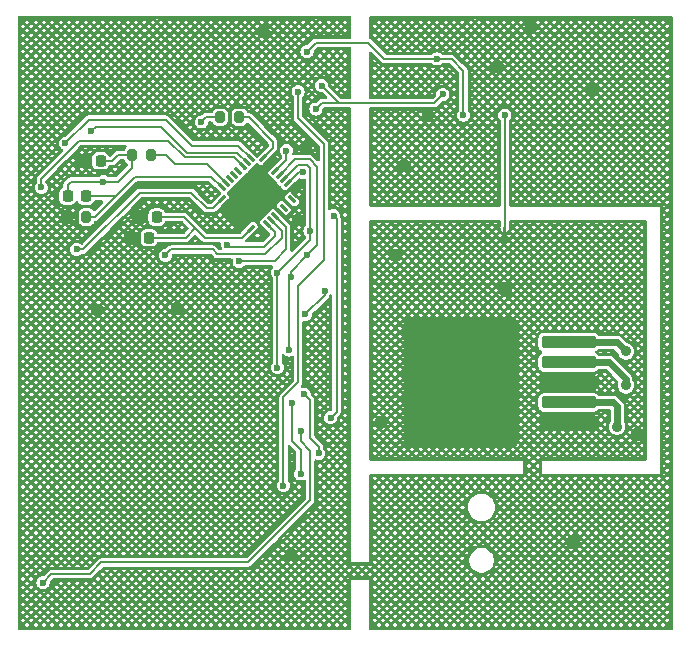
<source format=gbr>
%TF.GenerationSoftware,KiCad,Pcbnew,8.0.1*%
%TF.CreationDate,2025-01-14T19:30:57+01:00*%
%TF.ProjectId,plant caretaker,706c616e-7420-4636-9172-6574616b6572,rev?*%
%TF.SameCoordinates,Original*%
%TF.FileFunction,Copper,L2,Bot*%
%TF.FilePolarity,Positive*%
%FSLAX46Y46*%
G04 Gerber Fmt 4.6, Leading zero omitted, Abs format (unit mm)*
G04 Created by KiCad (PCBNEW 8.0.1) date 2025-01-14 19:30:57*
%MOMM*%
%LPD*%
G01*
G04 APERTURE LIST*
G04 Aperture macros list*
%AMRoundRect*
0 Rectangle with rounded corners*
0 $1 Rounding radius*
0 $2 $3 $4 $5 $6 $7 $8 $9 X,Y pos of 4 corners*
0 Add a 4 corners polygon primitive as box body*
4,1,4,$2,$3,$4,$5,$6,$7,$8,$9,$2,$3,0*
0 Add four circle primitives for the rounded corners*
1,1,$1+$1,$2,$3*
1,1,$1+$1,$4,$5*
1,1,$1+$1,$6,$7*
1,1,$1+$1,$8,$9*
0 Add four rect primitives between the rounded corners*
20,1,$1+$1,$2,$3,$4,$5,0*
20,1,$1+$1,$4,$5,$6,$7,0*
20,1,$1+$1,$6,$7,$8,$9,0*
20,1,$1+$1,$8,$9,$2,$3,0*%
%AMRotRect*
0 Rectangle, with rotation*
0 The origin of the aperture is its center*
0 $1 length*
0 $2 width*
0 $3 Rotation angle, in degrees counterclockwise*
0 Add horizontal line*
21,1,$1,$2,0,0,$3*%
G04 Aperture macros list end*
%TA.AperFunction,EtchedComponent*%
%ADD10C,0.000000*%
%TD*%
%TA.AperFunction,SMDPad,CuDef*%
%ADD11RoundRect,0.200000X0.200000X0.275000X-0.200000X0.275000X-0.200000X-0.275000X0.200000X-0.275000X0*%
%TD*%
%TA.AperFunction,SMDPad,CuDef*%
%ADD12RoundRect,0.200000X-0.200000X-0.275000X0.200000X-0.275000X0.200000X0.275000X-0.200000X0.275000X0*%
%TD*%
%TA.AperFunction,SMDPad,CuDef*%
%ADD13RotRect,0.812800X0.304800X315.000000*%
%TD*%
%TA.AperFunction,SMDPad,CuDef*%
%ADD14RotRect,0.304800X0.812800X315.000000*%
%TD*%
%TA.AperFunction,SMDPad,CuDef*%
%ADD15RotRect,3.251200X3.251200X315.000000*%
%TD*%
%TA.AperFunction,SMDPad,CuDef*%
%ADD16RoundRect,0.225000X-0.225000X-0.250000X0.225000X-0.250000X0.225000X0.250000X-0.225000X0.250000X0*%
%TD*%
%TA.AperFunction,SMDPad,CuDef*%
%ADD17C,0.250000*%
%TD*%
%TA.AperFunction,SMDPad,CuDef*%
%ADD18RoundRect,0.225000X0.225000X0.250000X-0.225000X0.250000X-0.225000X-0.250000X0.225000X-0.250000X0*%
%TD*%
%TA.AperFunction,SMDPad,CuDef*%
%ADD19RoundRect,0.250000X2.050000X0.300000X-2.050000X0.300000X-2.050000X-0.300000X2.050000X-0.300000X0*%
%TD*%
%TA.AperFunction,SMDPad,CuDef*%
%ADD20RoundRect,0.250000X2.025000X2.375000X-2.025000X2.375000X-2.025000X-2.375000X2.025000X-2.375000X0*%
%TD*%
%TA.AperFunction,SMDPad,CuDef*%
%ADD21RoundRect,0.250002X4.449998X5.149998X-4.449998X5.149998X-4.449998X-5.149998X4.449998X-5.149998X0*%
%TD*%
%TA.AperFunction,ViaPad*%
%ADD22C,0.900000*%
%TD*%
%TA.AperFunction,ViaPad*%
%ADD23C,0.600000*%
%TD*%
%TA.AperFunction,Conductor*%
%ADD24C,0.600000*%
%TD*%
%TA.AperFunction,Conductor*%
%ADD25C,0.200000*%
%TD*%
G04 APERTURE END LIST*
D10*
%TA.AperFunction,EtchedComponent*%
%TO.C,NT1*%
G36*
X155125000Y-91250000D02*
G01*
X154875000Y-91250000D01*
X154875000Y-90250000D01*
X155125000Y-90250000D01*
X155125000Y-91250000D01*
G37*
%TD.AperFunction*%
%TD*%
D11*
%TO.P,R9,1*%
%TO.N,Net-(U1-VDDD)*%
X125075000Y-84125000D03*
%TO.P,R9,2*%
%TO.N,/AudioCodec/VDDD*%
X123425000Y-84125000D03*
%TD*%
D12*
%TO.P,R6,1*%
%TO.N,GND*%
X117925000Y-89375000D03*
%TO.P,R6,2*%
%TO.N,Net-(U1-RESET)*%
X119575000Y-89375000D03*
%TD*%
D13*
%TO.P,U1,1,RESET*%
%TO.N,Net-(U1-RESET)*%
X131021449Y-86872106D03*
%TO.P,U1,2,VDDD*%
%TO.N,Net-(U1-VDDD)*%
X131380659Y-86512895D03*
%TO.P,U1,3,BCKO*%
%TO.N,unconnected-(U1-BCKO-Pad3)*%
X131721909Y-86171646D03*
%TO.P,U1,4,WSO*%
%TO.N,unconnected-(U1-WSO-Pad4)*%
X132081119Y-85812435D03*
%TO.P,U1,5,DATAO*%
%TO.N,unconnected-(U1-DATAO-Pad5)*%
X132440329Y-85453225D03*
%TO.P,U1,6,BCKI*%
%TO.N,/CODEC.BCKI*%
X132799540Y-85094015D03*
%TO.P,U1,7,WSI*%
%TO.N,/CODEC.WSI*%
X133140789Y-84752765D03*
%TO.P,U1,8,DATAI*%
%TO.N,/CODEC.DATAI*%
X133500000Y-84393555D03*
D14*
%TO.P,U1,9,SYSCLK*%
%TO.N,Net-(U1-SYSCLK)*%
X134505788Y-84393555D03*
%TO.P,U1,10,VSSD*%
%TO.N,GND*%
X134864999Y-84752765D03*
%TO.P,U1,11,RTCB*%
X135206248Y-85094015D03*
%TO.P,U1,12,L3MODE*%
%TO.N,/AudioCodec/A1*%
X135565459Y-85453225D03*
%TO.P,U1,13,L3CLOCK/SCL*%
%TO.N,/AudioCodec/SCL*%
X135924669Y-85812435D03*
%TO.P,U1,14,L3DATA/SDA*%
%TO.N,/AudioCodec/SDA*%
X136283879Y-86171646D03*
%TO.P,U1,15,SEL_L3_IIC*%
%TO.N,/AudioCodec/A1*%
X136625129Y-86512895D03*
%TO.P,U1,16,VSSA(HP)*%
%TO.N,GND*%
X136984339Y-86872106D03*
D13*
%TO.P,U1,17,VOUTRHP*%
%TO.N,unconnected-(U1-VOUTRHP-Pad17)*%
X136984339Y-87877894D03*
%TO.P,U1,18,VREF(HP)*%
%TO.N,GND*%
X136625129Y-88237105D03*
%TO.P,U1,19,VOUTLHP*%
%TO.N,unconnected-(U1-VOUTLHP-Pad19)*%
X136283879Y-88578354D03*
%TO.P,U1,20,VDDA(HP)*%
%TO.N,GND*%
X135924669Y-88937565D03*
%TO.P,U1,21,VOUTR*%
%TO.N,Net-(U1-VOUTR)*%
X135565459Y-89296775D03*
%TO.P,U1,22,VDDA(DA)*%
%TO.N,/AudioCodec/VDDA(DA)*%
X135206248Y-89655985D03*
%TO.P,U1,23,VOUTL*%
%TO.N,Net-(U1-VOUTL)*%
X134864999Y-89997235D03*
%TO.P,U1,24,VSSA(DA)*%
%TO.N,GND*%
X134505788Y-90356445D03*
D14*
%TO.P,U1,25,VREF*%
%TO.N,/AudioCodec/VREF*%
X133500000Y-90356445D03*
%TO.P,U1,26,VSSA(AD)*%
%TO.N,GND*%
X133140789Y-89997235D03*
%TO.P,U1,27,VINL*%
X132799540Y-89655985D03*
%TO.P,U1,28,VDDA(AD)*%
X132440329Y-89296775D03*
%TO.P,U1,29,VINR*%
X132081119Y-88937565D03*
%TO.P,U1,30,VADCN*%
X131721909Y-88578354D03*
%TO.P,U1,31,VINM*%
X131380659Y-88237105D03*
%TO.P,U1,32,VADCP*%
%TO.N,/AudioCodec/VADCP*%
X131021449Y-87877894D03*
D15*
%TO.P,U1,33,EPAD*%
%TO.N,GND*%
X134002894Y-87375000D03*
%TD*%
D16*
%TO.P,C23,1*%
%TO.N,GND*%
X123325000Y-91125000D03*
%TO.P,C23,2*%
%TO.N,/AudioCodec/VREF*%
X124875000Y-91125000D03*
%TD*%
D17*
%TO.P,NT1,1,1*%
%TO.N,GND*%
X155000000Y-91250000D03*
%TO.P,NT1,2,2*%
%TO.N,GNDP*%
X155000000Y-90250000D03*
%TD*%
D18*
%TO.P,C4,1*%
%TO.N,/AudioCodec/VDDD*%
X120775000Y-84625000D03*
%TO.P,C4,2*%
%TO.N,GND*%
X119225000Y-84625000D03*
%TD*%
D11*
%TO.P,R12,1*%
%TO.N,Net-(U1-SYSCLK)*%
X132527894Y-80925000D03*
%TO.P,R12,2*%
%TO.N,/CODEC.SYSCLK*%
X130877894Y-80925000D03*
%TD*%
D16*
%TO.P,C10,1*%
%TO.N,/AudioCodec/VDDD*%
X117975000Y-87625000D03*
%TO.P,C10,2*%
%TO.N,Net-(U1-RESET)*%
X119525000Y-87625000D03*
%TD*%
D19*
%TO.P,U4,1,VIN*%
%TO.N,/BuckConverter/12V*%
X160400000Y-99975000D03*
%TO.P,U4,2,OUT*%
%TO.N,Net-(D1-K)*%
X160400000Y-101675000D03*
%TO.P,U4,3,GND*%
%TO.N,GND*%
X160400000Y-103375000D03*
D20*
X153675000Y-106150000D03*
X153675000Y-100600000D03*
D21*
X151250000Y-103375000D03*
D20*
X148825000Y-106150000D03*
X148825000Y-100600000D03*
D19*
%TO.P,U4,4,FB*%
%TO.N,/BuckConverter/5V_OUT*%
X160400000Y-105075000D03*
%TO.P,U4,5,~{ON}/OFF*%
%TO.N,GND*%
X160400000Y-106775000D03*
%TD*%
D16*
%TO.P,C24,1*%
%TO.N,GND*%
X123975000Y-89375000D03*
%TO.P,C24,2*%
%TO.N,/AudioCodec/VREF*%
X125525000Y-89375000D03*
%TD*%
D22*
%TO.N,GND*%
X166250000Y-107750000D03*
D23*
X144500000Y-106750000D03*
X145750000Y-92625000D03*
X120500000Y-97250000D03*
X162500000Y-78600000D03*
X148500000Y-80740000D03*
D22*
X160750000Y-116875000D03*
X155000000Y-95500000D03*
D23*
X137500000Y-89625000D03*
X157250000Y-73250000D03*
X154385000Y-76625000D03*
X136900000Y-117925000D03*
X134550000Y-73675000D03*
X146500000Y-84990000D03*
X138100000Y-83525000D03*
X127250000Y-97125000D03*
D22*
%TO.N,/BuckConverter/12V*%
X165250000Y-100750000D03*
%TO.N,/BuckConverter/5V_OUT*%
X164500000Y-107125000D03*
%TO.N,Net-(D1-K)*%
X165250000Y-103625000D03*
D23*
%TO.N,+3V3*%
X139750000Y-95625000D03*
X139500000Y-78240000D03*
X149750000Y-79000000D03*
X138100000Y-97625000D03*
X139000000Y-80240000D03*
X139250000Y-109375000D03*
X138000000Y-104375000D03*
%TO.N,/AudioCodec/VDDD*%
X121000000Y-86375000D03*
%TO.N,/AudioCodec/VADCP*%
X118750000Y-92125000D03*
%TO.N,/AudioCodec/VDDA(DA)*%
X126250000Y-92625000D03*
%TO.N,Net-(U1-VOUTR)*%
X132500000Y-93125000D03*
%TO.N,Net-(U1-VOUTL)*%
X131500000Y-91725000D03*
%TO.N,Net-(J4-Pin_2)*%
X137000000Y-105125000D03*
X137700000Y-111125000D03*
%TO.N,/AudioCodec/SCL*%
X136874954Y-94448897D03*
X138250000Y-92625000D03*
X136750000Y-100635000D03*
%TO.N,/AudioCodec/SDA*%
X135750000Y-94095760D03*
X138500000Y-90525000D03*
X135750000Y-102125000D03*
%TO.N,/AudioCodec/A1*%
X136500000Y-83750000D03*
X137900000Y-85600000D03*
%TO.N,/CODEC.SYSCLK*%
X129300000Y-81325000D03*
%TO.N,/BuckConverter/PWM_IN*%
X137700000Y-107525000D03*
X115900000Y-120325000D03*
%TO.N,/CODEC.BCKI*%
X115750000Y-86875000D03*
%TO.N,/CODEC.WSI*%
X120000000Y-82125000D03*
%TO.N,/CODEC.DATAI*%
X117786323Y-83125000D03*
%TO.N,/AudioAmplifier/SHDN_IN*%
X140250000Y-106375000D03*
X140500000Y-89250000D03*
%TO.N,/AudioAmplifier/MUTE_IN*%
X136250000Y-112125000D03*
X137500000Y-78750000D03*
%TO.N,GNDP*%
X138250000Y-75375000D03*
X149250000Y-75985000D03*
X151500000Y-80750000D03*
X155000000Y-80750000D03*
%TD*%
D24*
%TO.N,/BuckConverter/12V*%
X164475000Y-99975000D02*
X160400000Y-99975000D01*
X165250000Y-100750000D02*
X164475000Y-99975000D01*
%TO.N,/BuckConverter/5V_OUT*%
X164500000Y-105375000D02*
X164200000Y-105075000D01*
X164200000Y-105075000D02*
X160400000Y-105075000D01*
X164500000Y-107125000D02*
X164500000Y-105375000D01*
%TO.N,Net-(D1-K)*%
X165250000Y-103625000D02*
X165250000Y-103125000D01*
X163800000Y-101675000D02*
X160400000Y-101675000D01*
X165250000Y-103125000D02*
X163800000Y-101675000D01*
D25*
%TO.N,+3V3*%
X139750000Y-95625000D02*
X139750000Y-95975000D01*
X139000000Y-80240000D02*
X139500000Y-79740000D01*
X149750000Y-79000000D02*
X149010000Y-79740000D01*
X138527000Y-108093291D02*
X138527000Y-104902000D01*
X139250000Y-108816291D02*
X138527000Y-108093291D01*
X139250000Y-109375000D02*
X139250000Y-108816291D01*
X149010000Y-79740000D02*
X141000000Y-79740000D01*
X139750000Y-95975000D02*
X138100000Y-97625000D01*
X141000000Y-79740000D02*
X139500000Y-78240000D01*
X139500000Y-79740000D02*
X141000000Y-79740000D01*
X138527000Y-104902000D02*
X138000000Y-104375000D01*
%TO.N,/AudioCodec/VDDD*%
X117975000Y-86650000D02*
X117975000Y-87625000D01*
X121000000Y-86375000D02*
X118250000Y-86375000D01*
X123425000Y-84125000D02*
X122250000Y-84125000D01*
X123425000Y-85200000D02*
X123425000Y-84125000D01*
X122250000Y-84125000D02*
X121750000Y-84625000D01*
X122250000Y-86375000D02*
X123425000Y-85200000D01*
X121750000Y-84625000D02*
X120775000Y-84625000D01*
X118250000Y-86375000D02*
X117975000Y-86650000D01*
X121000000Y-86375000D02*
X122250000Y-86375000D01*
%TO.N,/AudioCodec/VADCP*%
X124100000Y-87325000D02*
X128450000Y-87325000D01*
X118750000Y-92125000D02*
X119300000Y-92125000D01*
X119300000Y-92125000D02*
X124100000Y-87325000D01*
X128450000Y-87325000D02*
X129750000Y-88625000D01*
X129750000Y-88625000D02*
X130274343Y-88625000D01*
X130274343Y-88625000D02*
X131021449Y-87877894D01*
%TO.N,Net-(U1-RESET)*%
X130149343Y-86000000D02*
X123650000Y-86000000D01*
X120275000Y-89375000D02*
X119575000Y-89375000D01*
X131021449Y-86872106D02*
X130149343Y-86000000D01*
X122000000Y-87625000D02*
X122012500Y-87637500D01*
X119525000Y-87625000D02*
X122000000Y-87625000D01*
X123650000Y-86000000D02*
X120275000Y-89375000D01*
%TO.N,/AudioCodec/VDDA(DA)*%
X136100000Y-90549737D02*
X135206248Y-89655985D01*
X134700000Y-92525000D02*
X136100000Y-91125000D01*
X126250000Y-92625000D02*
X126750000Y-92125000D01*
X136100000Y-91125000D02*
X136100000Y-90549737D01*
X130250000Y-92125000D02*
X130650000Y-92525000D01*
X130650000Y-92525000D02*
X134700000Y-92525000D01*
X126750000Y-92125000D02*
X130250000Y-92125000D01*
%TO.N,Net-(U1-VOUTR)*%
X132500000Y-93125000D02*
X135500000Y-93125000D01*
X135500000Y-93125000D02*
X136500000Y-92125000D01*
X136500000Y-90231316D02*
X135565459Y-89296775D01*
X136500000Y-92125000D02*
X136500000Y-90231316D01*
%TO.N,Net-(U1-VOUTL)*%
X135500000Y-90632236D02*
X134864999Y-89997235D01*
X131500000Y-91725000D02*
X131650000Y-91875000D01*
X131650000Y-91875000D02*
X134622373Y-91875000D01*
X135500000Y-90997373D02*
X135500000Y-90632236D01*
X135200025Y-90362233D02*
X135198566Y-90360774D01*
X134622373Y-91875000D02*
X135500000Y-90997373D01*
%TO.N,/AudioCodec/VREF*%
X128800000Y-90325000D02*
X127850000Y-89375000D01*
X129600000Y-91125000D02*
X132731445Y-91125000D01*
X128800000Y-90325000D02*
X129600000Y-91125000D01*
X127850000Y-89375000D02*
X125525000Y-89375000D01*
X128000000Y-91125000D02*
X128800000Y-90325000D01*
X124875000Y-91125000D02*
X128000000Y-91125000D01*
X132731445Y-91125000D02*
X133500000Y-90356445D01*
%TO.N,Net-(J4-Pin_2)*%
X137000000Y-108375000D02*
X137000000Y-105125000D01*
X137700000Y-109075000D02*
X137000000Y-108375000D01*
X137700000Y-111125000D02*
X137700000Y-109075000D01*
%TO.N,/AudioCodec/SCL*%
X139100000Y-91775000D02*
X139100000Y-85100000D01*
X138250000Y-92625000D02*
X136874954Y-94000046D01*
X139100000Y-85100000D02*
X138500000Y-84500000D01*
X136874954Y-94000046D02*
X136874954Y-94448897D01*
X136750000Y-94573851D02*
X136874954Y-94448897D01*
X137237104Y-84500000D02*
X135924669Y-85812435D01*
X138250000Y-92625000D02*
X139100000Y-91775000D01*
X138500000Y-84500000D02*
X137237104Y-84500000D01*
X136750000Y-100635000D02*
X136750000Y-94573851D01*
%TO.N,/AudioCodec/SDA*%
X138500000Y-91345760D02*
X138500000Y-85250000D01*
X138500000Y-85250000D02*
X138250000Y-85000000D01*
X135750000Y-102125000D02*
X135750000Y-94095760D01*
X137455525Y-85000000D02*
X136283879Y-86171646D01*
X135750000Y-94095760D02*
X138500000Y-91345760D01*
X138250000Y-85000000D02*
X137455525Y-85000000D01*
%TO.N,/AudioCodec/A1*%
X137900000Y-85600000D02*
X137538024Y-85600000D01*
X136500000Y-84518684D02*
X135565459Y-85453225D01*
X136500000Y-83750000D02*
X136500000Y-84518684D01*
X137538024Y-85600000D02*
X136625129Y-86512895D01*
%TO.N,Net-(U1-VDDD)*%
X127050000Y-84875000D02*
X129742764Y-84875000D01*
X129742764Y-84875000D02*
X131380659Y-86512895D01*
X126300000Y-84125000D02*
X127050000Y-84875000D01*
X125075000Y-84125000D02*
X126300000Y-84125000D01*
%TO.N,Net-(U1-SYSCLK)*%
X135373000Y-82995106D02*
X133302894Y-80925000D01*
X134505788Y-84393555D02*
X135373000Y-83526343D01*
X133302894Y-80925000D02*
X132527894Y-80925000D01*
X135373000Y-83526343D02*
X135373000Y-82995106D01*
%TO.N,/CODEC.SYSCLK*%
X129700000Y-80925000D02*
X130877894Y-80925000D01*
X129300000Y-81325000D02*
X129700000Y-80925000D01*
%TO.N,/BuckConverter/PWM_IN*%
X133247706Y-118625000D02*
X138500000Y-113372706D01*
X137700000Y-107525000D02*
X137700000Y-108325000D01*
X138527000Y-109152000D02*
X138527000Y-113345706D01*
X137700000Y-108325000D02*
X138527000Y-109152000D01*
X119840000Y-119625000D02*
X120840000Y-118625000D01*
X116600000Y-119625000D02*
X119840000Y-119625000D01*
X138527000Y-113345706D02*
X138498853Y-113373853D01*
X115900000Y-120325000D02*
X116600000Y-119625000D01*
X120840000Y-118625000D02*
X133247706Y-118625000D01*
%TO.N,/CODEC.BCKI*%
X115750000Y-86126304D02*
X118951304Y-82925000D01*
X132030525Y-84325000D02*
X132799540Y-85094015D01*
X115750000Y-86875000D02*
X115750000Y-86126304D01*
X126500000Y-82925000D02*
X127900000Y-84325000D01*
X127900000Y-84325000D02*
X132030525Y-84325000D01*
X118951304Y-82925000D02*
X126500000Y-82925000D01*
X132921909Y-85294015D02*
X132999540Y-85294015D01*
%TO.N,/CODEC.WSI*%
X132313024Y-83925000D02*
X133140789Y-84752765D01*
X120000000Y-82125000D02*
X120400000Y-81725000D01*
X125900000Y-81725000D02*
X128100000Y-83925000D01*
X120400000Y-81725000D02*
X125900000Y-81725000D01*
X128100000Y-83925000D02*
X132313024Y-83925000D01*
%TO.N,/CODEC.DATAI*%
X119786323Y-81125000D02*
X126300000Y-81125000D01*
X128500000Y-83325000D02*
X132431445Y-83325000D01*
X132431445Y-83325000D02*
X133500000Y-84393555D01*
X117786323Y-83125000D02*
X119786323Y-81125000D01*
X126300000Y-81125000D02*
X128500000Y-83325000D01*
%TO.N,/AudioAmplifier/SHDN_IN*%
X140500000Y-89250000D02*
X140750000Y-89500000D01*
X140750000Y-105875000D02*
X140250000Y-106375000D01*
X140750000Y-89500000D02*
X140750000Y-105875000D01*
%TO.N,/AudioAmplifier/MUTE_IN*%
X139673000Y-93032649D02*
X137500000Y-95205649D01*
X139673000Y-83173000D02*
X139673000Y-93032649D01*
X137500000Y-81000000D02*
X139673000Y-83173000D01*
X137500000Y-95205649D02*
X137500000Y-103375000D01*
X137500000Y-103375000D02*
X136250000Y-104625000D01*
X137500000Y-78750000D02*
X137500000Y-81000000D01*
X136250000Y-104625000D02*
X136250000Y-112125000D01*
%TO.N,GNDP*%
X149250000Y-75985000D02*
X149245000Y-75990000D01*
X150485000Y-75985000D02*
X151500000Y-77000000D01*
X139000000Y-74625000D02*
X138250000Y-75375000D01*
X143440000Y-74625000D02*
X139000000Y-74625000D01*
X149250000Y-75985000D02*
X150485000Y-75985000D01*
X151500000Y-77000000D02*
X151500000Y-80750000D01*
X149245000Y-75990000D02*
X144805000Y-75990000D01*
X155000000Y-80750000D02*
X155000000Y-90250000D01*
X144805000Y-75990000D02*
X143440000Y-74625000D01*
%TD*%
%TA.AperFunction,Conductor*%
%TO.N,GND*%
G36*
X141943039Y-72395185D02*
G01*
X141988794Y-72447989D01*
X142000000Y-72499500D01*
X142000000Y-74150500D01*
X141980315Y-74217539D01*
X141927511Y-74263294D01*
X141876000Y-74274500D01*
X138953856Y-74274500D01*
X138864712Y-74298386D01*
X138864709Y-74298387D01*
X138784791Y-74344527D01*
X138784786Y-74344531D01*
X138345877Y-74783439D01*
X138284554Y-74816924D01*
X138258128Y-74818208D01*
X138258128Y-74819750D01*
X138250000Y-74819750D01*
X138106291Y-74838670D01*
X138106287Y-74838671D01*
X137972377Y-74894137D01*
X137857379Y-74982379D01*
X137769137Y-75097377D01*
X137713671Y-75231287D01*
X137713670Y-75231291D01*
X137694750Y-75374999D01*
X137694750Y-75375000D01*
X137713670Y-75518708D01*
X137713671Y-75518712D01*
X137769137Y-75652622D01*
X137769138Y-75652624D01*
X137769139Y-75652625D01*
X137857379Y-75767621D01*
X137972375Y-75855861D01*
X138106291Y-75911330D01*
X138233280Y-75928048D01*
X138249999Y-75930250D01*
X138250000Y-75930250D01*
X138250001Y-75930250D01*
X138264977Y-75928278D01*
X138393709Y-75911330D01*
X138527625Y-75855861D01*
X138642621Y-75767621D01*
X138692722Y-75702328D01*
X139187873Y-75702328D01*
X139366064Y-75880519D01*
X139544256Y-75702328D01*
X139896394Y-75702328D01*
X140074585Y-75880519D01*
X140252777Y-75702328D01*
X140604915Y-75702328D01*
X140783106Y-75880519D01*
X140961298Y-75702328D01*
X141313436Y-75702328D01*
X141491627Y-75880519D01*
X141669819Y-75702328D01*
X141491627Y-75524136D01*
X141313436Y-75702328D01*
X140961298Y-75702328D01*
X140783106Y-75524136D01*
X140604915Y-75702328D01*
X140252777Y-75702328D01*
X140074585Y-75524136D01*
X139896394Y-75702328D01*
X139544256Y-75702328D01*
X139366064Y-75524136D01*
X139187873Y-75702328D01*
X138692722Y-75702328D01*
X138730861Y-75652625D01*
X138786330Y-75518709D01*
X138792748Y-75469959D01*
X139068103Y-75469959D01*
X139189995Y-75348067D01*
X139542133Y-75348067D01*
X139720325Y-75526259D01*
X139898516Y-75348067D01*
X140250654Y-75348067D01*
X140428846Y-75526259D01*
X140607037Y-75348067D01*
X140959175Y-75348067D01*
X141137367Y-75526259D01*
X141315558Y-75348067D01*
X141667696Y-75348067D01*
X141727000Y-75407371D01*
X141727000Y-75288764D01*
X141667696Y-75348067D01*
X141315558Y-75348067D01*
X141215991Y-75248500D01*
X141058743Y-75248500D01*
X140959175Y-75348067D01*
X140607037Y-75348067D01*
X140507470Y-75248500D01*
X140350222Y-75248500D01*
X140250654Y-75348067D01*
X139898516Y-75348067D01*
X139798949Y-75248500D01*
X139641701Y-75248500D01*
X139542133Y-75348067D01*
X139189995Y-75348067D01*
X139174344Y-75332416D01*
X139072849Y-75433910D01*
X139068103Y-75469959D01*
X138792748Y-75469959D01*
X138805250Y-75375000D01*
X138805250Y-75374999D01*
X138805250Y-75366871D01*
X138809049Y-75366871D01*
X138816388Y-75315418D01*
X138841554Y-75279126D01*
X139108864Y-75011816D01*
X139170186Y-74978334D01*
X139196544Y-74975500D01*
X141876000Y-74975500D01*
X141943039Y-74995185D01*
X141988794Y-75047989D01*
X142000000Y-75099500D01*
X142000000Y-79265500D01*
X141980315Y-79332539D01*
X141927511Y-79378294D01*
X141876000Y-79389500D01*
X141196543Y-79389500D01*
X141129504Y-79369815D01*
X141108862Y-79353181D01*
X140872181Y-79116500D01*
X141441870Y-79116500D01*
X141541386Y-79116500D01*
X141491627Y-79066741D01*
X141441870Y-79116500D01*
X140872181Y-79116500D01*
X140609724Y-78854043D01*
X140995804Y-78854043D01*
X141173996Y-79032235D01*
X141315558Y-78890672D01*
X141667696Y-78890672D01*
X141727000Y-78949976D01*
X141727000Y-78831369D01*
X141667696Y-78890672D01*
X141315558Y-78890672D01*
X141137366Y-78712480D01*
X140995804Y-78854043D01*
X140609724Y-78854043D01*
X140255464Y-78499783D01*
X140641544Y-78499783D01*
X140819735Y-78677974D01*
X140961296Y-78536412D01*
X141313436Y-78536412D01*
X141491627Y-78714603D01*
X141669819Y-78536412D01*
X141491627Y-78358220D01*
X141313436Y-78536412D01*
X140961296Y-78536412D01*
X140961297Y-78536411D01*
X140783106Y-78358220D01*
X140641544Y-78499783D01*
X140255464Y-78499783D01*
X140091559Y-78335878D01*
X140058074Y-78274555D01*
X140057172Y-78248129D01*
X140055250Y-78248129D01*
X140055250Y-78240000D01*
X140051919Y-78214699D01*
X140039219Y-78118231D01*
X140314574Y-78118231D01*
X140322849Y-78181088D01*
X140465475Y-78323714D01*
X140607037Y-78182151D01*
X140959175Y-78182151D01*
X141137367Y-78360343D01*
X141315558Y-78182151D01*
X141667696Y-78182151D01*
X141727000Y-78241455D01*
X141727000Y-78122848D01*
X141667696Y-78182151D01*
X141315558Y-78182151D01*
X141137367Y-78003960D01*
X140959175Y-78182151D01*
X140607037Y-78182151D01*
X140428846Y-78003960D01*
X140314574Y-78118231D01*
X140039219Y-78118231D01*
X140036330Y-78096291D01*
X139997284Y-78002025D01*
X139980862Y-77962377D01*
X139980861Y-77962376D01*
X139980861Y-77962375D01*
X139892621Y-77847379D01*
X139777625Y-77759139D01*
X139777624Y-77759138D01*
X139777622Y-77759137D01*
X139643712Y-77703671D01*
X139643710Y-77703670D01*
X139643709Y-77703670D01*
X139575234Y-77694655D01*
X140119541Y-77694655D01*
X140202892Y-77803279D01*
X140207632Y-77809896D01*
X140208541Y-77811257D01*
X140212811Y-77818125D01*
X140221758Y-77833621D01*
X140225582Y-77840775D01*
X140226306Y-77842243D01*
X140229657Y-77849639D01*
X140230058Y-77850608D01*
X140252775Y-77827891D01*
X140604915Y-77827891D01*
X140783106Y-78006082D01*
X140961298Y-77827891D01*
X141313436Y-77827891D01*
X141491627Y-78006082D01*
X141669819Y-77827891D01*
X141491627Y-77649699D01*
X141313436Y-77827891D01*
X140961298Y-77827891D01*
X140783106Y-77649699D01*
X140604915Y-77827891D01*
X140252775Y-77827891D01*
X140252776Y-77827890D01*
X140119541Y-77694655D01*
X139575234Y-77694655D01*
X139571854Y-77694210D01*
X139500001Y-77684750D01*
X139499999Y-77684750D01*
X139356291Y-77703670D01*
X139356287Y-77703671D01*
X139222377Y-77759137D01*
X139107379Y-77847379D01*
X139019137Y-77962377D01*
X138963671Y-78096287D01*
X138963670Y-78096291D01*
X138944750Y-78239999D01*
X138944750Y-78240000D01*
X138963670Y-78383708D01*
X138963671Y-78383712D01*
X139019137Y-78517622D01*
X139019138Y-78517624D01*
X139019139Y-78517625D01*
X139107379Y-78632621D01*
X139222375Y-78720861D01*
X139356291Y-78776330D01*
X139500000Y-78795250D01*
X139508129Y-78795250D01*
X139508129Y-78799084D01*
X139559346Y-78806281D01*
X139595878Y-78831559D01*
X139942138Y-79177819D01*
X139975623Y-79239142D01*
X139970639Y-79308834D01*
X139928767Y-79364767D01*
X139863303Y-79389184D01*
X139854457Y-79389500D01*
X139453856Y-79389500D01*
X139364712Y-79413386D01*
X139364709Y-79413387D01*
X139284791Y-79459527D01*
X139284790Y-79459528D01*
X139095877Y-79648440D01*
X139034553Y-79681924D01*
X139008128Y-79683208D01*
X139008128Y-79684750D01*
X139000000Y-79684750D01*
X138856291Y-79703670D01*
X138856287Y-79703671D01*
X138722377Y-79759137D01*
X138607379Y-79847379D01*
X138519137Y-79962377D01*
X138463671Y-80096287D01*
X138463670Y-80096291D01*
X138444750Y-80240000D01*
X138461733Y-80369000D01*
X138463670Y-80383708D01*
X138463671Y-80383712D01*
X138519137Y-80517622D01*
X138519138Y-80517624D01*
X138519139Y-80517625D01*
X138607379Y-80632621D01*
X138722375Y-80720861D01*
X138722376Y-80720861D01*
X138722377Y-80720862D01*
X138738362Y-80727483D01*
X138856291Y-80776330D01*
X138983280Y-80793048D01*
X138999999Y-80795250D01*
X139000000Y-80795250D01*
X139000001Y-80795250D01*
X139014977Y-80793278D01*
X139143709Y-80776330D01*
X139277625Y-80720861D01*
X139354366Y-80661975D01*
X139896394Y-80661975D01*
X140074585Y-80840166D01*
X140252777Y-80661975D01*
X140604915Y-80661975D01*
X140783106Y-80840166D01*
X140961298Y-80661975D01*
X141313436Y-80661975D01*
X141491627Y-80840166D01*
X141669819Y-80661975D01*
X141491627Y-80483783D01*
X141313436Y-80661975D01*
X140961298Y-80661975D01*
X140783106Y-80483783D01*
X140604915Y-80661975D01*
X140252777Y-80661975D01*
X140074585Y-80483783D01*
X139896394Y-80661975D01*
X139354366Y-80661975D01*
X139392621Y-80632621D01*
X139480861Y-80517625D01*
X139531161Y-80396188D01*
X139810042Y-80396188D01*
X139842731Y-80363500D01*
X140306441Y-80363500D01*
X140428846Y-80485905D01*
X140551252Y-80363500D01*
X141014962Y-80363500D01*
X141137367Y-80485905D01*
X141259773Y-80363500D01*
X141723483Y-80363500D01*
X141727000Y-80367017D01*
X141727000Y-80363500D01*
X141723483Y-80363500D01*
X141259773Y-80363500D01*
X141014962Y-80363500D01*
X140551252Y-80363500D01*
X140306441Y-80363500D01*
X139842731Y-80363500D01*
X139814346Y-80363500D01*
X139810042Y-80396188D01*
X139531161Y-80396188D01*
X139536330Y-80383709D01*
X139555250Y-80240000D01*
X139555250Y-80239999D01*
X139555250Y-80231871D01*
X139558828Y-80231871D01*
X139567031Y-80179030D01*
X139591562Y-80144119D01*
X139608866Y-80126816D01*
X139670190Y-80093333D01*
X139696545Y-80090500D01*
X140953856Y-80090500D01*
X141876000Y-80090500D01*
X141943039Y-80110185D01*
X141988794Y-80162989D01*
X142000000Y-80214500D01*
X142000000Y-110000000D01*
X142000000Y-118625000D01*
X143500000Y-118625000D01*
X143500000Y-118567848D01*
X143793259Y-118567848D01*
X143971451Y-118746039D01*
X144149642Y-118567848D01*
X144501780Y-118567848D01*
X144679972Y-118746039D01*
X144858163Y-118567848D01*
X145210301Y-118567848D01*
X145388493Y-118746039D01*
X145566684Y-118567848D01*
X145918822Y-118567848D01*
X146097014Y-118746039D01*
X146275205Y-118567848D01*
X146627343Y-118567848D01*
X146805535Y-118746039D01*
X146983726Y-118567848D01*
X147335864Y-118567848D01*
X147514056Y-118746039D01*
X147692247Y-118567848D01*
X148044385Y-118567848D01*
X148222577Y-118746039D01*
X148400768Y-118567848D01*
X148752906Y-118567848D01*
X148931098Y-118746039D01*
X149109289Y-118567848D01*
X149461427Y-118567848D01*
X149639619Y-118746039D01*
X149817810Y-118567848D01*
X150169948Y-118567848D01*
X150348140Y-118746039D01*
X150526331Y-118567848D01*
X150878469Y-118567848D01*
X151056661Y-118746039D01*
X151234852Y-118567848D01*
X151586990Y-118567848D01*
X151726828Y-118707686D01*
X151705438Y-118600147D01*
X151704396Y-118594143D01*
X151704216Y-118592929D01*
X151703473Y-118586902D01*
X151702158Y-118573557D01*
X151701708Y-118567458D01*
X151701648Y-118566232D01*
X151701500Y-118560171D01*
X151701500Y-118553469D01*
X151974500Y-118553469D01*
X152014868Y-118756412D01*
X152014870Y-118756420D01*
X152083500Y-118922108D01*
X152094059Y-118947598D01*
X152114596Y-118978334D01*
X152209024Y-119119657D01*
X152355342Y-119265975D01*
X152355345Y-119265977D01*
X152527402Y-119380941D01*
X152718580Y-119460130D01*
X152921530Y-119500499D01*
X152921534Y-119500500D01*
X152921535Y-119500500D01*
X153128466Y-119500500D01*
X153128467Y-119500499D01*
X153331420Y-119460130D01*
X153522598Y-119380941D01*
X153650669Y-119295367D01*
X154049938Y-119295367D01*
X154068936Y-119276369D01*
X154421074Y-119276369D01*
X154599266Y-119454560D01*
X154777457Y-119276369D01*
X155129595Y-119276369D01*
X155307787Y-119454560D01*
X155485978Y-119276369D01*
X155838116Y-119276369D01*
X156016308Y-119454560D01*
X156194499Y-119276369D01*
X156546637Y-119276369D01*
X156724829Y-119454560D01*
X156903020Y-119276369D01*
X157255158Y-119276369D01*
X157433350Y-119454560D01*
X157611541Y-119276369D01*
X157963679Y-119276369D01*
X158141871Y-119454560D01*
X158320062Y-119276369D01*
X158672200Y-119276369D01*
X158850392Y-119454560D01*
X159028583Y-119276369D01*
X159380721Y-119276369D01*
X159558913Y-119454560D01*
X159737104Y-119276369D01*
X160089242Y-119276369D01*
X160267434Y-119454560D01*
X160445625Y-119276369D01*
X160797763Y-119276369D01*
X160975955Y-119454560D01*
X161154146Y-119276369D01*
X161506284Y-119276369D01*
X161684476Y-119454560D01*
X161862667Y-119276369D01*
X162214805Y-119276369D01*
X162392997Y-119454560D01*
X162571188Y-119276369D01*
X162923326Y-119276369D01*
X163101518Y-119454560D01*
X163279709Y-119276369D01*
X163631847Y-119276369D01*
X163810039Y-119454560D01*
X163988230Y-119276369D01*
X164340368Y-119276369D01*
X164518560Y-119454560D01*
X164696751Y-119276369D01*
X165048889Y-119276369D01*
X165227081Y-119454560D01*
X165405272Y-119276369D01*
X165757410Y-119276369D01*
X165935602Y-119454560D01*
X166113793Y-119276369D01*
X166465931Y-119276369D01*
X166644123Y-119454560D01*
X166822314Y-119276369D01*
X167174452Y-119276369D01*
X167352644Y-119454560D01*
X167530835Y-119276369D01*
X167882973Y-119276369D01*
X168061165Y-119454560D01*
X168239356Y-119276369D01*
X168591494Y-119276369D01*
X168769685Y-119454560D01*
X168947877Y-119276369D01*
X168769686Y-119098178D01*
X168591494Y-119276369D01*
X168239356Y-119276369D01*
X168061165Y-119098178D01*
X167882973Y-119276369D01*
X167530835Y-119276369D01*
X167352644Y-119098177D01*
X167174452Y-119276369D01*
X166822314Y-119276369D01*
X166644123Y-119098177D01*
X166465931Y-119276369D01*
X166113793Y-119276369D01*
X165935602Y-119098177D01*
X165757410Y-119276369D01*
X165405272Y-119276369D01*
X165227081Y-119098177D01*
X165048889Y-119276369D01*
X164696751Y-119276369D01*
X164518560Y-119098177D01*
X164340368Y-119276369D01*
X163988230Y-119276369D01*
X163810039Y-119098177D01*
X163631847Y-119276369D01*
X163279709Y-119276369D01*
X163101518Y-119098177D01*
X162923326Y-119276369D01*
X162571188Y-119276369D01*
X162392997Y-119098177D01*
X162214805Y-119276369D01*
X161862667Y-119276369D01*
X161684476Y-119098177D01*
X161506284Y-119276369D01*
X161154146Y-119276369D01*
X160975955Y-119098177D01*
X160797763Y-119276369D01*
X160445625Y-119276369D01*
X160267434Y-119098177D01*
X160089242Y-119276369D01*
X159737104Y-119276369D01*
X159558913Y-119098177D01*
X159380721Y-119276369D01*
X159028583Y-119276369D01*
X158850392Y-119098177D01*
X158672200Y-119276369D01*
X158320062Y-119276369D01*
X158141871Y-119098177D01*
X157963679Y-119276369D01*
X157611541Y-119276369D01*
X157433350Y-119098177D01*
X157255158Y-119276369D01*
X156903020Y-119276369D01*
X156724829Y-119098177D01*
X156546637Y-119276369D01*
X156194499Y-119276369D01*
X156016308Y-119098177D01*
X155838116Y-119276369D01*
X155485978Y-119276369D01*
X155307787Y-119098177D01*
X155129595Y-119276369D01*
X154777457Y-119276369D01*
X154599266Y-119098177D01*
X154421074Y-119276369D01*
X154068936Y-119276369D01*
X154066336Y-119273768D01*
X154064244Y-119276900D01*
X154060752Y-119281859D01*
X154060021Y-119282845D01*
X154056263Y-119287661D01*
X154049938Y-119295367D01*
X153650669Y-119295367D01*
X153694655Y-119265977D01*
X153840977Y-119119655D01*
X153880782Y-119060082D01*
X154204788Y-119060082D01*
X154245006Y-119100300D01*
X154423197Y-118922108D01*
X154775335Y-118922108D01*
X154953526Y-119100300D01*
X155131718Y-118922108D01*
X155483856Y-118922108D01*
X155662047Y-119100300D01*
X155840239Y-118922108D01*
X156192377Y-118922108D01*
X156370568Y-119100300D01*
X156548760Y-118922108D01*
X156900898Y-118922108D01*
X157079089Y-119100300D01*
X157257281Y-118922108D01*
X157609419Y-118922108D01*
X157787610Y-119100300D01*
X157965802Y-118922108D01*
X158317940Y-118922108D01*
X158496131Y-119100300D01*
X158674323Y-118922108D01*
X159026461Y-118922108D01*
X159204652Y-119100300D01*
X159382844Y-118922108D01*
X159734982Y-118922108D01*
X159913173Y-119100300D01*
X160091365Y-118922108D01*
X160443503Y-118922108D01*
X160621694Y-119100300D01*
X160799886Y-118922108D01*
X161152024Y-118922108D01*
X161330215Y-119100300D01*
X161508407Y-118922108D01*
X161860545Y-118922108D01*
X162038736Y-119100300D01*
X162216928Y-118922108D01*
X162569066Y-118922108D01*
X162747257Y-119100300D01*
X162925449Y-118922108D01*
X163277587Y-118922108D01*
X163455778Y-119100300D01*
X163633970Y-118922108D01*
X163986108Y-118922108D01*
X164164299Y-119100300D01*
X164342491Y-118922108D01*
X164694629Y-118922108D01*
X164872820Y-119100300D01*
X165051012Y-118922108D01*
X165403150Y-118922108D01*
X165581341Y-119100300D01*
X165759533Y-118922108D01*
X166111671Y-118922108D01*
X166289862Y-119100300D01*
X166468054Y-118922108D01*
X166820192Y-118922108D01*
X166998383Y-119100300D01*
X167176575Y-118922108D01*
X167528713Y-118922108D01*
X167706904Y-119100300D01*
X167885096Y-118922108D01*
X168237234Y-118922108D01*
X168415425Y-119100300D01*
X168593617Y-118922108D01*
X168945755Y-118922108D01*
X168976500Y-118952853D01*
X168976500Y-118891364D01*
X168945755Y-118922108D01*
X168593617Y-118922108D01*
X168415425Y-118743917D01*
X168237234Y-118922108D01*
X167885096Y-118922108D01*
X167706904Y-118743917D01*
X167528713Y-118922108D01*
X167176575Y-118922108D01*
X166998383Y-118743917D01*
X166820192Y-118922108D01*
X166468054Y-118922108D01*
X166289862Y-118743917D01*
X166111671Y-118922108D01*
X165759533Y-118922108D01*
X165581341Y-118743917D01*
X165403150Y-118922108D01*
X165051012Y-118922108D01*
X164872820Y-118743917D01*
X164694629Y-118922108D01*
X164342491Y-118922108D01*
X164164299Y-118743917D01*
X163986108Y-118922108D01*
X163633970Y-118922108D01*
X163455778Y-118743917D01*
X163277587Y-118922108D01*
X162925449Y-118922108D01*
X162747257Y-118743917D01*
X162569066Y-118922108D01*
X162216928Y-118922108D01*
X162038736Y-118743917D01*
X161860545Y-118922108D01*
X161508407Y-118922108D01*
X161330215Y-118743917D01*
X161152024Y-118922108D01*
X160799886Y-118922108D01*
X160621694Y-118743917D01*
X160443503Y-118922108D01*
X160091365Y-118922108D01*
X159913173Y-118743917D01*
X159734982Y-118922108D01*
X159382844Y-118922108D01*
X159204652Y-118743917D01*
X159026461Y-118922108D01*
X158674323Y-118922108D01*
X158496131Y-118743917D01*
X158317940Y-118922108D01*
X157965802Y-118922108D01*
X157787610Y-118743917D01*
X157609419Y-118922108D01*
X157257281Y-118922108D01*
X157079089Y-118743917D01*
X156900898Y-118922108D01*
X156548760Y-118922108D01*
X156370568Y-118743917D01*
X156192377Y-118922108D01*
X155840239Y-118922108D01*
X155662047Y-118743917D01*
X155483856Y-118922108D01*
X155131718Y-118922108D01*
X154953526Y-118743917D01*
X154775335Y-118922108D01*
X154423197Y-118922108D01*
X154304192Y-118803104D01*
X154301577Y-118816255D01*
X154300251Y-118822163D01*
X154299953Y-118823354D01*
X154298319Y-118829258D01*
X154294425Y-118842092D01*
X154292527Y-118847841D01*
X154292114Y-118848996D01*
X154289915Y-118854698D01*
X154205594Y-119058266D01*
X154204788Y-119060082D01*
X153880782Y-119060082D01*
X153955941Y-118947598D01*
X154035130Y-118756420D01*
X154072639Y-118567848D01*
X154421074Y-118567848D01*
X154599266Y-118746039D01*
X154777457Y-118567848D01*
X155129595Y-118567848D01*
X155307787Y-118746039D01*
X155485978Y-118567848D01*
X155838116Y-118567848D01*
X156016308Y-118746039D01*
X156194499Y-118567848D01*
X156546637Y-118567848D01*
X156724829Y-118746039D01*
X156903020Y-118567848D01*
X157255158Y-118567848D01*
X157433350Y-118746039D01*
X157611541Y-118567848D01*
X157963679Y-118567848D01*
X158141871Y-118746039D01*
X158320062Y-118567848D01*
X158672200Y-118567848D01*
X158850392Y-118746039D01*
X159028583Y-118567848D01*
X159380721Y-118567848D01*
X159558913Y-118746039D01*
X159737104Y-118567848D01*
X160089242Y-118567848D01*
X160267434Y-118746039D01*
X160445625Y-118567848D01*
X160797763Y-118567848D01*
X160975955Y-118746039D01*
X161154146Y-118567848D01*
X161506284Y-118567848D01*
X161684476Y-118746039D01*
X161862667Y-118567848D01*
X162214805Y-118567848D01*
X162392997Y-118746039D01*
X162571188Y-118567848D01*
X162923326Y-118567848D01*
X163101518Y-118746039D01*
X163279709Y-118567848D01*
X163631847Y-118567848D01*
X163810039Y-118746039D01*
X163988230Y-118567848D01*
X164340368Y-118567848D01*
X164518560Y-118746039D01*
X164696751Y-118567848D01*
X165048889Y-118567848D01*
X165227081Y-118746039D01*
X165405272Y-118567848D01*
X165757410Y-118567848D01*
X165935602Y-118746039D01*
X166113793Y-118567848D01*
X166465931Y-118567848D01*
X166644123Y-118746039D01*
X166822314Y-118567848D01*
X167174452Y-118567848D01*
X167352644Y-118746039D01*
X167530835Y-118567848D01*
X167882973Y-118567848D01*
X168061165Y-118746039D01*
X168239356Y-118567848D01*
X168591494Y-118567848D01*
X168769685Y-118746039D01*
X168947877Y-118567848D01*
X168769686Y-118389657D01*
X168591494Y-118567848D01*
X168239356Y-118567848D01*
X168061165Y-118389657D01*
X167882973Y-118567848D01*
X167530835Y-118567848D01*
X167352644Y-118389656D01*
X167174452Y-118567848D01*
X166822314Y-118567848D01*
X166644123Y-118389656D01*
X166465931Y-118567848D01*
X166113793Y-118567848D01*
X165935602Y-118389656D01*
X165757410Y-118567848D01*
X165405272Y-118567848D01*
X165227081Y-118389656D01*
X165048889Y-118567848D01*
X164696751Y-118567848D01*
X164518560Y-118389656D01*
X164340368Y-118567848D01*
X163988230Y-118567848D01*
X163810039Y-118389656D01*
X163631847Y-118567848D01*
X163279709Y-118567848D01*
X163101518Y-118389656D01*
X162923326Y-118567848D01*
X162571188Y-118567848D01*
X162392997Y-118389656D01*
X162214805Y-118567848D01*
X161862667Y-118567848D01*
X161684476Y-118389656D01*
X161506284Y-118567848D01*
X161154146Y-118567848D01*
X160975955Y-118389656D01*
X160797763Y-118567848D01*
X160445625Y-118567848D01*
X160267434Y-118389656D01*
X160089242Y-118567848D01*
X159737104Y-118567848D01*
X159558913Y-118389656D01*
X159380721Y-118567848D01*
X159028583Y-118567848D01*
X158850392Y-118389656D01*
X158672200Y-118567848D01*
X158320062Y-118567848D01*
X158141871Y-118389656D01*
X157963679Y-118567848D01*
X157611541Y-118567848D01*
X157433350Y-118389656D01*
X157255158Y-118567848D01*
X156903020Y-118567848D01*
X156724829Y-118389656D01*
X156546637Y-118567848D01*
X156194499Y-118567848D01*
X156016308Y-118389656D01*
X155838116Y-118567848D01*
X155485978Y-118567848D01*
X155307787Y-118389656D01*
X155129595Y-118567848D01*
X154777457Y-118567848D01*
X154599266Y-118389656D01*
X154421074Y-118567848D01*
X154072639Y-118567848D01*
X154075500Y-118553465D01*
X154075500Y-118346535D01*
X154035130Y-118143580D01*
X154014596Y-118094008D01*
X154303617Y-118094008D01*
X154343296Y-118293488D01*
X154423197Y-118213587D01*
X154775335Y-118213587D01*
X154953526Y-118391779D01*
X155131718Y-118213587D01*
X155483856Y-118213587D01*
X155662047Y-118391779D01*
X155840239Y-118213587D01*
X156192377Y-118213587D01*
X156370568Y-118391779D01*
X156548760Y-118213587D01*
X156900898Y-118213587D01*
X157079089Y-118391779D01*
X157257281Y-118213587D01*
X157609419Y-118213587D01*
X157787610Y-118391779D01*
X157965802Y-118213587D01*
X158317940Y-118213587D01*
X158496131Y-118391779D01*
X158674323Y-118213587D01*
X159026461Y-118213587D01*
X159204652Y-118391779D01*
X159382844Y-118213587D01*
X159734982Y-118213587D01*
X159913173Y-118391779D01*
X160091365Y-118213587D01*
X160443503Y-118213587D01*
X160621694Y-118391779D01*
X160799886Y-118213587D01*
X161152024Y-118213587D01*
X161330215Y-118391779D01*
X161508407Y-118213587D01*
X161860545Y-118213587D01*
X162038736Y-118391779D01*
X162216928Y-118213587D01*
X162569066Y-118213587D01*
X162747257Y-118391779D01*
X162925449Y-118213587D01*
X163277587Y-118213587D01*
X163455778Y-118391779D01*
X163633970Y-118213587D01*
X163986108Y-118213587D01*
X164164299Y-118391779D01*
X164342491Y-118213587D01*
X164694629Y-118213587D01*
X164872820Y-118391779D01*
X165051012Y-118213587D01*
X165403150Y-118213587D01*
X165581341Y-118391779D01*
X165759533Y-118213587D01*
X166111671Y-118213587D01*
X166289862Y-118391779D01*
X166468054Y-118213587D01*
X166820192Y-118213587D01*
X166998383Y-118391779D01*
X167176575Y-118213587D01*
X167528713Y-118213587D01*
X167706904Y-118391779D01*
X167885096Y-118213587D01*
X168237234Y-118213587D01*
X168415425Y-118391779D01*
X168593617Y-118213587D01*
X168945755Y-118213587D01*
X168976500Y-118244332D01*
X168976500Y-118182843D01*
X168945755Y-118213587D01*
X168593617Y-118213587D01*
X168415425Y-118035396D01*
X168237234Y-118213587D01*
X167885096Y-118213587D01*
X167706904Y-118035396D01*
X167528713Y-118213587D01*
X167176575Y-118213587D01*
X166998383Y-118035396D01*
X166820192Y-118213587D01*
X166468054Y-118213587D01*
X166289862Y-118035396D01*
X166111671Y-118213587D01*
X165759533Y-118213587D01*
X165581341Y-118035396D01*
X165403150Y-118213587D01*
X165051012Y-118213587D01*
X164872820Y-118035396D01*
X164694629Y-118213587D01*
X164342491Y-118213587D01*
X164164299Y-118035396D01*
X163986108Y-118213587D01*
X163633970Y-118213587D01*
X163455778Y-118035396D01*
X163277587Y-118213587D01*
X162925449Y-118213587D01*
X162747257Y-118035396D01*
X162569066Y-118213587D01*
X162216928Y-118213587D01*
X162038736Y-118035396D01*
X161860545Y-118213587D01*
X161508407Y-118213587D01*
X161330215Y-118035396D01*
X161152024Y-118213587D01*
X160799886Y-118213587D01*
X160621694Y-118035396D01*
X160443503Y-118213587D01*
X160091365Y-118213587D01*
X159913173Y-118035396D01*
X159734982Y-118213587D01*
X159382844Y-118213587D01*
X159204652Y-118035396D01*
X159026461Y-118213587D01*
X158674323Y-118213587D01*
X158496131Y-118035396D01*
X158317940Y-118213587D01*
X157965802Y-118213587D01*
X157787610Y-118035396D01*
X157609419Y-118213587D01*
X157257281Y-118213587D01*
X157079089Y-118035396D01*
X156900898Y-118213587D01*
X156548760Y-118213587D01*
X156370568Y-118035396D01*
X156192377Y-118213587D01*
X155840239Y-118213587D01*
X155662047Y-118035396D01*
X155483856Y-118213587D01*
X155131718Y-118213587D01*
X154953526Y-118035396D01*
X154775335Y-118213587D01*
X154423197Y-118213587D01*
X154303617Y-118094008D01*
X154014596Y-118094008D01*
X153955941Y-117952402D01*
X153893751Y-117859327D01*
X154421074Y-117859327D01*
X154599266Y-118037518D01*
X154777457Y-117859327D01*
X155129595Y-117859327D01*
X155307787Y-118037518D01*
X155485978Y-117859327D01*
X155838116Y-117859327D01*
X156016308Y-118037518D01*
X156194499Y-117859327D01*
X156546637Y-117859327D01*
X156724829Y-118037518D01*
X156903020Y-117859327D01*
X157255158Y-117859327D01*
X157433350Y-118037518D01*
X157611541Y-117859327D01*
X157963679Y-117859327D01*
X158141871Y-118037518D01*
X158320062Y-117859327D01*
X158672200Y-117859327D01*
X158850392Y-118037518D01*
X159028583Y-117859327D01*
X159380721Y-117859327D01*
X159558913Y-118037518D01*
X159737104Y-117859327D01*
X160089242Y-117859327D01*
X160267434Y-118037518D01*
X160445625Y-117859327D01*
X160797763Y-117859327D01*
X160975955Y-118037518D01*
X161154146Y-117859327D01*
X161506284Y-117859327D01*
X161684476Y-118037518D01*
X161862667Y-117859327D01*
X162214805Y-117859327D01*
X162392997Y-118037518D01*
X162571188Y-117859327D01*
X162923326Y-117859327D01*
X163101518Y-118037518D01*
X163279709Y-117859327D01*
X163631847Y-117859327D01*
X163810039Y-118037518D01*
X163988230Y-117859327D01*
X164340368Y-117859327D01*
X164518560Y-118037518D01*
X164696751Y-117859327D01*
X165048889Y-117859327D01*
X165227081Y-118037518D01*
X165405272Y-117859327D01*
X165757410Y-117859327D01*
X165935602Y-118037518D01*
X166113793Y-117859327D01*
X166465931Y-117859327D01*
X166644123Y-118037518D01*
X166822314Y-117859327D01*
X167174452Y-117859327D01*
X167352644Y-118037518D01*
X167530835Y-117859327D01*
X167882973Y-117859327D01*
X168061165Y-118037518D01*
X168239356Y-117859327D01*
X168591494Y-117859327D01*
X168769685Y-118037518D01*
X168947877Y-117859327D01*
X168769686Y-117681136D01*
X168591494Y-117859327D01*
X168239356Y-117859327D01*
X168061165Y-117681136D01*
X167882973Y-117859327D01*
X167530835Y-117859327D01*
X167352644Y-117681135D01*
X167174452Y-117859327D01*
X166822314Y-117859327D01*
X166644123Y-117681135D01*
X166465931Y-117859327D01*
X166113793Y-117859327D01*
X165935602Y-117681135D01*
X165757410Y-117859327D01*
X165405272Y-117859327D01*
X165227081Y-117681135D01*
X165048889Y-117859327D01*
X164696751Y-117859327D01*
X164518560Y-117681135D01*
X164340368Y-117859327D01*
X163988230Y-117859327D01*
X163810039Y-117681135D01*
X163631847Y-117859327D01*
X163279709Y-117859327D01*
X163101518Y-117681135D01*
X162923326Y-117859327D01*
X162571188Y-117859327D01*
X162392997Y-117681135D01*
X162214805Y-117859327D01*
X161862667Y-117859327D01*
X161684476Y-117681135D01*
X161506284Y-117859327D01*
X161154146Y-117859327D01*
X160975955Y-117681135D01*
X160797763Y-117859327D01*
X160445625Y-117859327D01*
X160267434Y-117681135D01*
X160089242Y-117859327D01*
X159737104Y-117859327D01*
X159558913Y-117681135D01*
X159380721Y-117859327D01*
X159028583Y-117859327D01*
X158850392Y-117681135D01*
X158672200Y-117859327D01*
X158320062Y-117859327D01*
X158141871Y-117681135D01*
X157963679Y-117859327D01*
X157611541Y-117859327D01*
X157433350Y-117681135D01*
X157255158Y-117859327D01*
X156903020Y-117859327D01*
X156724829Y-117681135D01*
X156546637Y-117859327D01*
X156194499Y-117859327D01*
X156016308Y-117681135D01*
X155838116Y-117859327D01*
X155485978Y-117859327D01*
X155307787Y-117681135D01*
X155129595Y-117859327D01*
X154777457Y-117859327D01*
X154599266Y-117681135D01*
X154421074Y-117859327D01*
X153893751Y-117859327D01*
X153840977Y-117780345D01*
X153840975Y-117780342D01*
X153694657Y-117634024D01*
X153547669Y-117535811D01*
X153522598Y-117519059D01*
X153488816Y-117505066D01*
X154066814Y-117505066D01*
X154245005Y-117683258D01*
X154423197Y-117505066D01*
X154775335Y-117505066D01*
X154953526Y-117683258D01*
X155131718Y-117505066D01*
X155483856Y-117505066D01*
X155662047Y-117683258D01*
X155840239Y-117505066D01*
X156192377Y-117505066D01*
X156370568Y-117683258D01*
X156548760Y-117505066D01*
X156900898Y-117505066D01*
X157079089Y-117683258D01*
X157257281Y-117505066D01*
X157609419Y-117505066D01*
X157787610Y-117683258D01*
X157965802Y-117505066D01*
X158317940Y-117505066D01*
X158496131Y-117683258D01*
X158674323Y-117505066D01*
X159026461Y-117505066D01*
X159204652Y-117683258D01*
X159382844Y-117505066D01*
X159734982Y-117505066D01*
X159913173Y-117683258D01*
X160091365Y-117505066D01*
X160443502Y-117505066D01*
X160621694Y-117683258D01*
X160799885Y-117505067D01*
X160799884Y-117505066D01*
X161152024Y-117505066D01*
X161330215Y-117683258D01*
X161508407Y-117505066D01*
X161860545Y-117505066D01*
X162038736Y-117683258D01*
X162216928Y-117505066D01*
X162569066Y-117505066D01*
X162747257Y-117683258D01*
X162925449Y-117505066D01*
X163277587Y-117505066D01*
X163455778Y-117683258D01*
X163633970Y-117505066D01*
X163986108Y-117505066D01*
X164164299Y-117683258D01*
X164342491Y-117505066D01*
X164694629Y-117505066D01*
X164872820Y-117683258D01*
X165051012Y-117505066D01*
X165403150Y-117505066D01*
X165581341Y-117683258D01*
X165759533Y-117505066D01*
X166111671Y-117505066D01*
X166289862Y-117683258D01*
X166468054Y-117505066D01*
X166820192Y-117505066D01*
X166998383Y-117683258D01*
X167176575Y-117505066D01*
X167528713Y-117505066D01*
X167706904Y-117683258D01*
X167885096Y-117505066D01*
X168237234Y-117505066D01*
X168415425Y-117683258D01*
X168593617Y-117505066D01*
X168945755Y-117505066D01*
X168976500Y-117535811D01*
X168976500Y-117474322D01*
X168945755Y-117505066D01*
X168593617Y-117505066D01*
X168415425Y-117326875D01*
X168237234Y-117505066D01*
X167885096Y-117505066D01*
X167706904Y-117326875D01*
X167528713Y-117505066D01*
X167176575Y-117505066D01*
X166998383Y-117326875D01*
X166820192Y-117505066D01*
X166468054Y-117505066D01*
X166289862Y-117326875D01*
X166111671Y-117505066D01*
X165759533Y-117505066D01*
X165581341Y-117326875D01*
X165403150Y-117505066D01*
X165051012Y-117505066D01*
X164872820Y-117326875D01*
X164694629Y-117505066D01*
X164342491Y-117505066D01*
X164164299Y-117326875D01*
X163986108Y-117505066D01*
X163633970Y-117505066D01*
X163455778Y-117326875D01*
X163277587Y-117505066D01*
X162925449Y-117505066D01*
X162747257Y-117326875D01*
X162569066Y-117505066D01*
X162216928Y-117505066D01*
X162038736Y-117326875D01*
X161860545Y-117505066D01*
X161508407Y-117505066D01*
X161330215Y-117326875D01*
X161152024Y-117505066D01*
X160799884Y-117505066D01*
X160768819Y-117474000D01*
X160681705Y-117474000D01*
X160646771Y-117468977D01*
X160517538Y-117431031D01*
X160443502Y-117505066D01*
X160091365Y-117505066D01*
X159913173Y-117326875D01*
X159734982Y-117505066D01*
X159382844Y-117505066D01*
X159204652Y-117326875D01*
X159026461Y-117505066D01*
X158674323Y-117505066D01*
X158496131Y-117326875D01*
X158317940Y-117505066D01*
X157965802Y-117505066D01*
X157787610Y-117326875D01*
X157609419Y-117505066D01*
X157257281Y-117505066D01*
X157079089Y-117326875D01*
X156900898Y-117505066D01*
X156548760Y-117505066D01*
X156370568Y-117326875D01*
X156192377Y-117505066D01*
X155840239Y-117505066D01*
X155662047Y-117326875D01*
X155483856Y-117505066D01*
X155131718Y-117505066D01*
X154953526Y-117326875D01*
X154775335Y-117505066D01*
X154423197Y-117505066D01*
X154245005Y-117326875D01*
X154066814Y-117505066D01*
X153488816Y-117505066D01*
X153455017Y-117491066D01*
X153331420Y-117439870D01*
X153331412Y-117439868D01*
X153128469Y-117399500D01*
X153128465Y-117399500D01*
X152921535Y-117399500D01*
X152921530Y-117399500D01*
X152718587Y-117439868D01*
X152718579Y-117439870D01*
X152527403Y-117519058D01*
X152355342Y-117634024D01*
X152209024Y-117780342D01*
X152094058Y-117952403D01*
X152014870Y-118143579D01*
X152014868Y-118143587D01*
X151974500Y-118346530D01*
X151974500Y-118553469D01*
X151701500Y-118553469D01*
X151701500Y-118453339D01*
X151586990Y-118567848D01*
X151234852Y-118567848D01*
X151056661Y-118389656D01*
X150878469Y-118567848D01*
X150526331Y-118567848D01*
X150348140Y-118389656D01*
X150169948Y-118567848D01*
X149817810Y-118567848D01*
X149639619Y-118389656D01*
X149461427Y-118567848D01*
X149109289Y-118567848D01*
X148931098Y-118389656D01*
X148752906Y-118567848D01*
X148400768Y-118567848D01*
X148222577Y-118389656D01*
X148044385Y-118567848D01*
X147692247Y-118567848D01*
X147514056Y-118389656D01*
X147335864Y-118567848D01*
X146983726Y-118567848D01*
X146805535Y-118389656D01*
X146627343Y-118567848D01*
X146275205Y-118567848D01*
X146097014Y-118389656D01*
X145918822Y-118567848D01*
X145566684Y-118567848D01*
X145388493Y-118389656D01*
X145210301Y-118567848D01*
X144858163Y-118567848D01*
X144679972Y-118389656D01*
X144501780Y-118567848D01*
X144149642Y-118567848D01*
X143971451Y-118389656D01*
X143793259Y-118567848D01*
X143500000Y-118567848D01*
X143500000Y-118191205D01*
X143773000Y-118191205D01*
X143773000Y-118235970D01*
X143795382Y-118213587D01*
X144147520Y-118213587D01*
X144325711Y-118391779D01*
X144503903Y-118213587D01*
X144856041Y-118213587D01*
X145034232Y-118391779D01*
X145212424Y-118213587D01*
X145564562Y-118213587D01*
X145742753Y-118391779D01*
X145920945Y-118213587D01*
X146273083Y-118213587D01*
X146451274Y-118391779D01*
X146629466Y-118213587D01*
X146981604Y-118213587D01*
X147159795Y-118391779D01*
X147337987Y-118213587D01*
X147690125Y-118213587D01*
X147868316Y-118391779D01*
X148046508Y-118213587D01*
X148398646Y-118213587D01*
X148576837Y-118391779D01*
X148755029Y-118213587D01*
X149107167Y-118213587D01*
X149285358Y-118391779D01*
X149463550Y-118213587D01*
X149815688Y-118213587D01*
X149993879Y-118391779D01*
X150172071Y-118213587D01*
X150524209Y-118213587D01*
X150702400Y-118391779D01*
X150880592Y-118213587D01*
X151232730Y-118213587D01*
X151410921Y-118391779D01*
X151589113Y-118213587D01*
X151410921Y-118035396D01*
X151232730Y-118213587D01*
X150880592Y-118213587D01*
X150702400Y-118035396D01*
X150524209Y-118213587D01*
X150172071Y-118213587D01*
X149993879Y-118035396D01*
X149815688Y-118213587D01*
X149463550Y-118213587D01*
X149285358Y-118035396D01*
X149107167Y-118213587D01*
X148755029Y-118213587D01*
X148576837Y-118035396D01*
X148398646Y-118213587D01*
X148046508Y-118213587D01*
X147868316Y-118035396D01*
X147690125Y-118213587D01*
X147337987Y-118213587D01*
X147159795Y-118035396D01*
X146981604Y-118213587D01*
X146629466Y-118213587D01*
X146451274Y-118035396D01*
X146273083Y-118213587D01*
X145920945Y-118213587D01*
X145742753Y-118035396D01*
X145564562Y-118213587D01*
X145212424Y-118213587D01*
X145034232Y-118035396D01*
X144856041Y-118213587D01*
X144503903Y-118213587D01*
X144325711Y-118035396D01*
X144147520Y-118213587D01*
X143795382Y-118213587D01*
X143773000Y-118191205D01*
X143500000Y-118191205D01*
X143500000Y-117859327D01*
X143793259Y-117859327D01*
X143971451Y-118037518D01*
X144149642Y-117859327D01*
X144501780Y-117859327D01*
X144679972Y-118037518D01*
X144858163Y-117859327D01*
X145210301Y-117859327D01*
X145388493Y-118037518D01*
X145566684Y-117859327D01*
X145918822Y-117859327D01*
X146097014Y-118037518D01*
X146275205Y-117859327D01*
X146627343Y-117859327D01*
X146805535Y-118037518D01*
X146983726Y-117859327D01*
X147335864Y-117859327D01*
X147514056Y-118037518D01*
X147692247Y-117859327D01*
X148044385Y-117859327D01*
X148222577Y-118037518D01*
X148400768Y-117859327D01*
X148752906Y-117859327D01*
X148931098Y-118037518D01*
X149109289Y-117859327D01*
X149461427Y-117859327D01*
X149639619Y-118037518D01*
X149817810Y-117859327D01*
X150169948Y-117859327D01*
X150348140Y-118037518D01*
X150526331Y-117859327D01*
X150878469Y-117859327D01*
X151056661Y-118037518D01*
X151234852Y-117859327D01*
X151586990Y-117859327D01*
X151763857Y-118036194D01*
X151844406Y-117841734D01*
X151846873Y-117836169D01*
X151847398Y-117835059D01*
X151850133Y-117829625D01*
X151856454Y-117817799D01*
X151859448Y-117812513D01*
X151860079Y-117811460D01*
X151863341Y-117806308D01*
X151874161Y-117790114D01*
X151765182Y-117681135D01*
X151586990Y-117859327D01*
X151234852Y-117859327D01*
X151056661Y-117681135D01*
X150878469Y-117859327D01*
X150526331Y-117859327D01*
X150348140Y-117681135D01*
X150169948Y-117859327D01*
X149817810Y-117859327D01*
X149639619Y-117681135D01*
X149461427Y-117859327D01*
X149109289Y-117859327D01*
X148931098Y-117681135D01*
X148752906Y-117859327D01*
X148400768Y-117859327D01*
X148222577Y-117681135D01*
X148044385Y-117859327D01*
X147692247Y-117859327D01*
X147514056Y-117681135D01*
X147335864Y-117859327D01*
X146983726Y-117859327D01*
X146805535Y-117681135D01*
X146627343Y-117859327D01*
X146275205Y-117859327D01*
X146097014Y-117681135D01*
X145918822Y-117859327D01*
X145566684Y-117859327D01*
X145388493Y-117681135D01*
X145210301Y-117859327D01*
X144858163Y-117859327D01*
X144679972Y-117681135D01*
X144501780Y-117859327D01*
X144149642Y-117859327D01*
X143971451Y-117681135D01*
X143793259Y-117859327D01*
X143500000Y-117859327D01*
X143500000Y-117482684D01*
X143773000Y-117482684D01*
X143773000Y-117527449D01*
X143795382Y-117505066D01*
X144147520Y-117505066D01*
X144325711Y-117683258D01*
X144503903Y-117505066D01*
X144856041Y-117505066D01*
X145034232Y-117683258D01*
X145212424Y-117505066D01*
X145564562Y-117505066D01*
X145742753Y-117683258D01*
X145920945Y-117505066D01*
X146273083Y-117505066D01*
X146451274Y-117683258D01*
X146629466Y-117505066D01*
X146981604Y-117505066D01*
X147159795Y-117683258D01*
X147337987Y-117505066D01*
X147690125Y-117505066D01*
X147868316Y-117683258D01*
X148046508Y-117505066D01*
X148398646Y-117505066D01*
X148576837Y-117683258D01*
X148755029Y-117505066D01*
X149107167Y-117505066D01*
X149285358Y-117683258D01*
X149463550Y-117505066D01*
X149815688Y-117505066D01*
X149993879Y-117683258D01*
X150172071Y-117505066D01*
X150524209Y-117505066D01*
X150702400Y-117683258D01*
X150880592Y-117505066D01*
X151232730Y-117505066D01*
X151410921Y-117683258D01*
X151589113Y-117505066D01*
X151941251Y-117505066D01*
X152019735Y-117583551D01*
X152167046Y-117436241D01*
X152171497Y-117432005D01*
X152172407Y-117431181D01*
X152176972Y-117427245D01*
X152187339Y-117418737D01*
X152192155Y-117414979D01*
X152193141Y-117414248D01*
X152198099Y-117410757D01*
X152201231Y-117408664D01*
X152119442Y-117326875D01*
X151941251Y-117505066D01*
X151589113Y-117505066D01*
X151410921Y-117326875D01*
X151232730Y-117505066D01*
X150880592Y-117505066D01*
X150702400Y-117326875D01*
X150524209Y-117505066D01*
X150172071Y-117505066D01*
X149993879Y-117326875D01*
X149815688Y-117505066D01*
X149463550Y-117505066D01*
X149285358Y-117326875D01*
X149107167Y-117505066D01*
X148755029Y-117505066D01*
X148576837Y-117326875D01*
X148398646Y-117505066D01*
X148046508Y-117505066D01*
X147868316Y-117326875D01*
X147690125Y-117505066D01*
X147337987Y-117505066D01*
X147159795Y-117326875D01*
X146981604Y-117505066D01*
X146629466Y-117505066D01*
X146451274Y-117326875D01*
X146273083Y-117505066D01*
X145920945Y-117505066D01*
X145742753Y-117326875D01*
X145564562Y-117505066D01*
X145212424Y-117505066D01*
X145034232Y-117326875D01*
X144856041Y-117505066D01*
X144503903Y-117505066D01*
X144325711Y-117326875D01*
X144147520Y-117505066D01*
X143795382Y-117505066D01*
X143773000Y-117482684D01*
X143500000Y-117482684D01*
X143500000Y-117150806D01*
X143793259Y-117150806D01*
X143971451Y-117328997D01*
X144149642Y-117150806D01*
X144501780Y-117150806D01*
X144679972Y-117328997D01*
X144858163Y-117150806D01*
X145210301Y-117150806D01*
X145388493Y-117328997D01*
X145566684Y-117150806D01*
X145918822Y-117150806D01*
X146097014Y-117328997D01*
X146275205Y-117150806D01*
X146627343Y-117150806D01*
X146805535Y-117328997D01*
X146983726Y-117150806D01*
X147335864Y-117150806D01*
X147514056Y-117328997D01*
X147692247Y-117150806D01*
X148044385Y-117150806D01*
X148222577Y-117328997D01*
X148400768Y-117150806D01*
X148752906Y-117150806D01*
X148931098Y-117328997D01*
X149109289Y-117150806D01*
X149461427Y-117150806D01*
X149639619Y-117328997D01*
X149817810Y-117150806D01*
X150169948Y-117150806D01*
X150348140Y-117328997D01*
X150526331Y-117150806D01*
X150878469Y-117150806D01*
X151056661Y-117328997D01*
X151234852Y-117150806D01*
X151586990Y-117150806D01*
X151765182Y-117328997D01*
X151943373Y-117150806D01*
X152295512Y-117150806D01*
X152414917Y-117270211D01*
X152416734Y-117269406D01*
X152615713Y-117186985D01*
X152651894Y-117150805D01*
X152627589Y-117126500D01*
X153028339Y-117126500D01*
X153135171Y-117126500D01*
X153141232Y-117126648D01*
X153142458Y-117126708D01*
X153148557Y-117127158D01*
X153161902Y-117128473D01*
X153167929Y-117129216D01*
X153169143Y-117129396D01*
X153175147Y-117130438D01*
X153346665Y-117164554D01*
X153360414Y-117150806D01*
X153712553Y-117150806D01*
X153890745Y-117328997D01*
X154068936Y-117150806D01*
X154421074Y-117150806D01*
X154599266Y-117328997D01*
X154777457Y-117150806D01*
X155129595Y-117150806D01*
X155307787Y-117328997D01*
X155485978Y-117150806D01*
X155838116Y-117150806D01*
X156016308Y-117328997D01*
X156194499Y-117150806D01*
X156546637Y-117150806D01*
X156724829Y-117328997D01*
X156903020Y-117150806D01*
X157255158Y-117150806D01*
X157433350Y-117328997D01*
X157611541Y-117150806D01*
X157963679Y-117150806D01*
X158141871Y-117328997D01*
X158320062Y-117150806D01*
X158672200Y-117150806D01*
X158850392Y-117328997D01*
X159028583Y-117150806D01*
X159380721Y-117150806D01*
X159558913Y-117328997D01*
X159737104Y-117150806D01*
X160089242Y-117150806D01*
X160267433Y-117328997D01*
X160312098Y-117284333D01*
X160252582Y-117215647D01*
X160233501Y-117185956D01*
X160217449Y-117150806D01*
X161506284Y-117150806D01*
X161684476Y-117328997D01*
X161862667Y-117150806D01*
X162214805Y-117150806D01*
X162392997Y-117328997D01*
X162571188Y-117150806D01*
X162923326Y-117150806D01*
X163101518Y-117328997D01*
X163279709Y-117150806D01*
X163631847Y-117150806D01*
X163810039Y-117328997D01*
X163988230Y-117150806D01*
X164340368Y-117150806D01*
X164518560Y-117328997D01*
X164696751Y-117150806D01*
X165048889Y-117150806D01*
X165227081Y-117328997D01*
X165405272Y-117150806D01*
X165757410Y-117150806D01*
X165935602Y-117328997D01*
X166113793Y-117150806D01*
X166465931Y-117150806D01*
X166644123Y-117328997D01*
X166822314Y-117150806D01*
X167174452Y-117150806D01*
X167352644Y-117328997D01*
X167530835Y-117150806D01*
X167882973Y-117150806D01*
X168061165Y-117328997D01*
X168239356Y-117150806D01*
X168591494Y-117150806D01*
X168769685Y-117328997D01*
X168947877Y-117150806D01*
X168769686Y-116972615D01*
X168591494Y-117150806D01*
X168239356Y-117150806D01*
X168061165Y-116972615D01*
X167882973Y-117150806D01*
X167530835Y-117150806D01*
X167352644Y-116972614D01*
X167174452Y-117150806D01*
X166822314Y-117150806D01*
X166644123Y-116972614D01*
X166465931Y-117150806D01*
X166113793Y-117150806D01*
X165935602Y-116972614D01*
X165757410Y-117150806D01*
X165405272Y-117150806D01*
X165227081Y-116972614D01*
X165048889Y-117150806D01*
X164696751Y-117150806D01*
X164518560Y-116972614D01*
X164340368Y-117150806D01*
X163988230Y-117150806D01*
X163810039Y-116972614D01*
X163631847Y-117150806D01*
X163279709Y-117150806D01*
X163101518Y-116972614D01*
X162923326Y-117150806D01*
X162571188Y-117150806D01*
X162392997Y-116972614D01*
X162214805Y-117150806D01*
X161862667Y-117150806D01*
X161684476Y-116972614D01*
X161506284Y-117150806D01*
X160217449Y-117150806D01*
X160177255Y-117062793D01*
X160089242Y-117150806D01*
X159737104Y-117150806D01*
X159558913Y-116972614D01*
X159380721Y-117150806D01*
X159028583Y-117150806D01*
X158850392Y-116972614D01*
X158672200Y-117150806D01*
X158320062Y-117150806D01*
X158141871Y-116972614D01*
X157963679Y-117150806D01*
X157611541Y-117150806D01*
X157433350Y-116972614D01*
X157255158Y-117150806D01*
X156903020Y-117150806D01*
X156724829Y-116972614D01*
X156546637Y-117150806D01*
X156194499Y-117150806D01*
X156016308Y-116972614D01*
X155838116Y-117150806D01*
X155485978Y-117150806D01*
X155307787Y-116972614D01*
X155129595Y-117150806D01*
X154777457Y-117150806D01*
X154599266Y-116972614D01*
X154421074Y-117150806D01*
X154068936Y-117150806D01*
X153890745Y-116972614D01*
X153712553Y-117150806D01*
X153360414Y-117150806D01*
X153360415Y-117150805D01*
X153182224Y-116972614D01*
X153028339Y-117126500D01*
X152627589Y-117126500D01*
X152473703Y-116972614D01*
X152295512Y-117150806D01*
X151943373Y-117150806D01*
X151765182Y-116972614D01*
X151586990Y-117150806D01*
X151234852Y-117150806D01*
X151056661Y-116972614D01*
X150878469Y-117150806D01*
X150526331Y-117150806D01*
X150348140Y-116972614D01*
X150169948Y-117150806D01*
X149817810Y-117150806D01*
X149639619Y-116972614D01*
X149461427Y-117150806D01*
X149109289Y-117150806D01*
X148931098Y-116972614D01*
X148752906Y-117150806D01*
X148400768Y-117150806D01*
X148222577Y-116972614D01*
X148044385Y-117150806D01*
X147692247Y-117150806D01*
X147514056Y-116972614D01*
X147335864Y-117150806D01*
X146983726Y-117150806D01*
X146805535Y-116972614D01*
X146627343Y-117150806D01*
X146275205Y-117150806D01*
X146097014Y-116972614D01*
X145918822Y-117150806D01*
X145566684Y-117150806D01*
X145388493Y-116972614D01*
X145210301Y-117150806D01*
X144858163Y-117150806D01*
X144679972Y-116972614D01*
X144501780Y-117150806D01*
X144149642Y-117150806D01*
X143971451Y-116972614D01*
X143793259Y-117150806D01*
X143500000Y-117150806D01*
X143500000Y-116774163D01*
X143773000Y-116774163D01*
X143773000Y-116818928D01*
X143795382Y-116796545D01*
X144147520Y-116796545D01*
X144325711Y-116974737D01*
X144503903Y-116796545D01*
X144856041Y-116796545D01*
X145034232Y-116974737D01*
X145212424Y-116796545D01*
X145564562Y-116796545D01*
X145742753Y-116974737D01*
X145920945Y-116796545D01*
X146273083Y-116796545D01*
X146451274Y-116974737D01*
X146629466Y-116796545D01*
X146981604Y-116796545D01*
X147159795Y-116974737D01*
X147337987Y-116796545D01*
X147690125Y-116796545D01*
X147868316Y-116974737D01*
X148046508Y-116796545D01*
X148398646Y-116796545D01*
X148576837Y-116974737D01*
X148755029Y-116796545D01*
X149107167Y-116796545D01*
X149285358Y-116974737D01*
X149463550Y-116796545D01*
X149815688Y-116796545D01*
X149993879Y-116974737D01*
X150172071Y-116796545D01*
X150524209Y-116796545D01*
X150702400Y-116974737D01*
X150880592Y-116796545D01*
X151232730Y-116796545D01*
X151410921Y-116974737D01*
X151589113Y-116796545D01*
X151941251Y-116796545D01*
X152119442Y-116974737D01*
X152297634Y-116796545D01*
X152649772Y-116796545D01*
X152827963Y-116974737D01*
X153006155Y-116796545D01*
X153358293Y-116796545D01*
X153536484Y-116974737D01*
X153714676Y-116796545D01*
X154066814Y-116796545D01*
X154245005Y-116974737D01*
X154423197Y-116796545D01*
X154775335Y-116796545D01*
X154953526Y-116974737D01*
X155131718Y-116796545D01*
X155483856Y-116796545D01*
X155662047Y-116974737D01*
X155840239Y-116796545D01*
X156192377Y-116796545D01*
X156370568Y-116974737D01*
X156548760Y-116796545D01*
X156900898Y-116796545D01*
X157079089Y-116974737D01*
X157257281Y-116796545D01*
X157609419Y-116796545D01*
X157787610Y-116974737D01*
X157965802Y-116796545D01*
X158317940Y-116796545D01*
X158496131Y-116974737D01*
X158674323Y-116796545D01*
X159026461Y-116796545D01*
X159204652Y-116974737D01*
X159382844Y-116796545D01*
X159734982Y-116796545D01*
X159913173Y-116974737D01*
X160091365Y-116796545D01*
X159939886Y-116645067D01*
X161303501Y-116645067D01*
X161323240Y-116688289D01*
X161333184Y-116722154D01*
X161352623Y-116857353D01*
X161352623Y-116892647D01*
X161342600Y-116962352D01*
X161508407Y-116796545D01*
X161860545Y-116796545D01*
X162038736Y-116974737D01*
X162216928Y-116796545D01*
X162569066Y-116796545D01*
X162747257Y-116974737D01*
X162925449Y-116796545D01*
X163277587Y-116796545D01*
X163455778Y-116974737D01*
X163633970Y-116796545D01*
X163986108Y-116796545D01*
X164164299Y-116974737D01*
X164342491Y-116796545D01*
X164694629Y-116796545D01*
X164872820Y-116974737D01*
X165051012Y-116796545D01*
X165403150Y-116796545D01*
X165581341Y-116974737D01*
X165759533Y-116796545D01*
X166111671Y-116796545D01*
X166289862Y-116974737D01*
X166468054Y-116796545D01*
X166820192Y-116796545D01*
X166998383Y-116974737D01*
X167176575Y-116796545D01*
X167528713Y-116796545D01*
X167706904Y-116974737D01*
X167885096Y-116796545D01*
X168237234Y-116796545D01*
X168415425Y-116974737D01*
X168593617Y-116796545D01*
X168945755Y-116796545D01*
X168976500Y-116827290D01*
X168976500Y-116765801D01*
X168945755Y-116796545D01*
X168593617Y-116796545D01*
X168415425Y-116618354D01*
X168237234Y-116796545D01*
X167885096Y-116796545D01*
X167706904Y-116618354D01*
X167528713Y-116796545D01*
X167176575Y-116796545D01*
X166998383Y-116618354D01*
X166820192Y-116796545D01*
X166468054Y-116796545D01*
X166289862Y-116618354D01*
X166111671Y-116796545D01*
X165759533Y-116796545D01*
X165581341Y-116618354D01*
X165403150Y-116796545D01*
X165051012Y-116796545D01*
X164872820Y-116618354D01*
X164694629Y-116796545D01*
X164342491Y-116796545D01*
X164164299Y-116618354D01*
X163986108Y-116796545D01*
X163633970Y-116796545D01*
X163455778Y-116618354D01*
X163277587Y-116796545D01*
X162925449Y-116796545D01*
X162747257Y-116618354D01*
X162569066Y-116796545D01*
X162216928Y-116796545D01*
X162038736Y-116618354D01*
X161860545Y-116796545D01*
X161508407Y-116796545D01*
X161330215Y-116618353D01*
X161303501Y-116645067D01*
X159939886Y-116645067D01*
X159913173Y-116618354D01*
X159734982Y-116796545D01*
X159382844Y-116796545D01*
X159204652Y-116618354D01*
X159026461Y-116796545D01*
X158674323Y-116796545D01*
X158496131Y-116618354D01*
X158317940Y-116796545D01*
X157965802Y-116796545D01*
X157787610Y-116618354D01*
X157609419Y-116796545D01*
X157257281Y-116796545D01*
X157079089Y-116618354D01*
X156900898Y-116796545D01*
X156548760Y-116796545D01*
X156370568Y-116618354D01*
X156192377Y-116796545D01*
X155840239Y-116796545D01*
X155662047Y-116618354D01*
X155483856Y-116796545D01*
X155131718Y-116796545D01*
X154953526Y-116618354D01*
X154775335Y-116796545D01*
X154423197Y-116796545D01*
X154245005Y-116618354D01*
X154066814Y-116796545D01*
X153714676Y-116796545D01*
X153536484Y-116618354D01*
X153358293Y-116796545D01*
X153006155Y-116796545D01*
X152827963Y-116618354D01*
X152649772Y-116796545D01*
X152297634Y-116796545D01*
X152119442Y-116618354D01*
X151941251Y-116796545D01*
X151589113Y-116796545D01*
X151410921Y-116618354D01*
X151232730Y-116796545D01*
X150880592Y-116796545D01*
X150702400Y-116618354D01*
X150524209Y-116796545D01*
X150172071Y-116796545D01*
X149993879Y-116618354D01*
X149815688Y-116796545D01*
X149463550Y-116796545D01*
X149285358Y-116618354D01*
X149107167Y-116796545D01*
X148755029Y-116796545D01*
X148576837Y-116618354D01*
X148398646Y-116796545D01*
X148046508Y-116796545D01*
X147868316Y-116618354D01*
X147690125Y-116796545D01*
X147337987Y-116796545D01*
X147159795Y-116618354D01*
X146981604Y-116796545D01*
X146629466Y-116796545D01*
X146451274Y-116618354D01*
X146273083Y-116796545D01*
X145920945Y-116796545D01*
X145742753Y-116618354D01*
X145564562Y-116796545D01*
X145212424Y-116796545D01*
X145034232Y-116618354D01*
X144856041Y-116796545D01*
X144503903Y-116796545D01*
X144325711Y-116618354D01*
X144147520Y-116796545D01*
X143795382Y-116796545D01*
X143773000Y-116774163D01*
X143500000Y-116774163D01*
X143500000Y-116442285D01*
X143793259Y-116442285D01*
X143971451Y-116620476D01*
X144149642Y-116442285D01*
X144501780Y-116442285D01*
X144679972Y-116620476D01*
X144858163Y-116442285D01*
X145210301Y-116442285D01*
X145388493Y-116620476D01*
X145566684Y-116442285D01*
X145918822Y-116442285D01*
X146097014Y-116620476D01*
X146275205Y-116442285D01*
X146627343Y-116442285D01*
X146805535Y-116620476D01*
X146983726Y-116442285D01*
X147335864Y-116442285D01*
X147514056Y-116620476D01*
X147692247Y-116442285D01*
X148044385Y-116442285D01*
X148222577Y-116620476D01*
X148400768Y-116442285D01*
X148752906Y-116442285D01*
X148931098Y-116620476D01*
X149109289Y-116442285D01*
X149461427Y-116442285D01*
X149639619Y-116620476D01*
X149817810Y-116442285D01*
X150169948Y-116442285D01*
X150348140Y-116620476D01*
X150526331Y-116442285D01*
X150878469Y-116442285D01*
X151056661Y-116620476D01*
X151234852Y-116442285D01*
X151586990Y-116442285D01*
X151765182Y-116620476D01*
X151943373Y-116442285D01*
X152295511Y-116442285D01*
X152473703Y-116620476D01*
X152651894Y-116442285D01*
X153004032Y-116442285D01*
X153182224Y-116620476D01*
X153360415Y-116442285D01*
X153712553Y-116442285D01*
X153890745Y-116620476D01*
X154068936Y-116442285D01*
X154421074Y-116442285D01*
X154599266Y-116620476D01*
X154777457Y-116442285D01*
X155129595Y-116442285D01*
X155307787Y-116620476D01*
X155485978Y-116442285D01*
X155838116Y-116442285D01*
X156016308Y-116620476D01*
X156194499Y-116442285D01*
X156546637Y-116442285D01*
X156724829Y-116620476D01*
X156903020Y-116442285D01*
X157255158Y-116442285D01*
X157433350Y-116620476D01*
X157611541Y-116442285D01*
X157963679Y-116442285D01*
X158141871Y-116620476D01*
X158320062Y-116442285D01*
X158672200Y-116442285D01*
X158850392Y-116620476D01*
X159028583Y-116442285D01*
X159380721Y-116442285D01*
X159558913Y-116620476D01*
X159737104Y-116442285D01*
X160089242Y-116442285D01*
X160226447Y-116579489D01*
X160233501Y-116564044D01*
X160252582Y-116534353D01*
X160332359Y-116442285D01*
X161506284Y-116442285D01*
X161684476Y-116620476D01*
X161862667Y-116442285D01*
X162214805Y-116442285D01*
X162392997Y-116620476D01*
X162571188Y-116442285D01*
X162923326Y-116442285D01*
X163101518Y-116620476D01*
X163279709Y-116442285D01*
X163631847Y-116442285D01*
X163810039Y-116620476D01*
X163988230Y-116442285D01*
X164340368Y-116442285D01*
X164518560Y-116620476D01*
X164696751Y-116442285D01*
X165048889Y-116442285D01*
X165227081Y-116620476D01*
X165405272Y-116442285D01*
X165757410Y-116442285D01*
X165935602Y-116620476D01*
X166113793Y-116442285D01*
X166465931Y-116442285D01*
X166644123Y-116620476D01*
X166822314Y-116442285D01*
X167174452Y-116442285D01*
X167352644Y-116620476D01*
X167530835Y-116442285D01*
X167882973Y-116442285D01*
X168061165Y-116620476D01*
X168239356Y-116442285D01*
X168591494Y-116442285D01*
X168769685Y-116620476D01*
X168947877Y-116442285D01*
X168769686Y-116264094D01*
X168591494Y-116442285D01*
X168239356Y-116442285D01*
X168061165Y-116264094D01*
X167882973Y-116442285D01*
X167530835Y-116442285D01*
X167352644Y-116264093D01*
X167174452Y-116442285D01*
X166822314Y-116442285D01*
X166644123Y-116264093D01*
X166465931Y-116442285D01*
X166113793Y-116442285D01*
X165935602Y-116264093D01*
X165757410Y-116442285D01*
X165405272Y-116442285D01*
X165227081Y-116264093D01*
X165048889Y-116442285D01*
X164696751Y-116442285D01*
X164518560Y-116264093D01*
X164340368Y-116442285D01*
X163988230Y-116442285D01*
X163810039Y-116264093D01*
X163631847Y-116442285D01*
X163279709Y-116442285D01*
X163101518Y-116264093D01*
X162923326Y-116442285D01*
X162571188Y-116442285D01*
X162392997Y-116264093D01*
X162214805Y-116442285D01*
X161862667Y-116442285D01*
X161684476Y-116264093D01*
X161506284Y-116442285D01*
X160332359Y-116442285D01*
X160342029Y-116431125D01*
X160368703Y-116408011D01*
X160394666Y-116391325D01*
X160308377Y-116305036D01*
X160935012Y-116305036D01*
X160984285Y-116319504D01*
X161016390Y-116334165D01*
X161099326Y-116387464D01*
X160975954Y-116264093D01*
X160935012Y-116305036D01*
X160308377Y-116305036D01*
X160267434Y-116264093D01*
X160089242Y-116442285D01*
X159737104Y-116442285D01*
X159558913Y-116264093D01*
X159380721Y-116442285D01*
X159028583Y-116442285D01*
X158850392Y-116264093D01*
X158672200Y-116442285D01*
X158320062Y-116442285D01*
X158141871Y-116264093D01*
X157963679Y-116442285D01*
X157611541Y-116442285D01*
X157433350Y-116264093D01*
X157255158Y-116442285D01*
X156903020Y-116442285D01*
X156724829Y-116264093D01*
X156546637Y-116442285D01*
X156194499Y-116442285D01*
X156016308Y-116264093D01*
X155838116Y-116442285D01*
X155485978Y-116442285D01*
X155307787Y-116264093D01*
X155129595Y-116442285D01*
X154777457Y-116442285D01*
X154599266Y-116264093D01*
X154421074Y-116442285D01*
X154068936Y-116442285D01*
X153890745Y-116264093D01*
X153712553Y-116442285D01*
X153360415Y-116442285D01*
X153182224Y-116264093D01*
X153004032Y-116442285D01*
X152651894Y-116442285D01*
X152473703Y-116264093D01*
X152295511Y-116442285D01*
X151943373Y-116442285D01*
X151765182Y-116264093D01*
X151586990Y-116442285D01*
X151234852Y-116442285D01*
X151056661Y-116264093D01*
X150878469Y-116442285D01*
X150526331Y-116442285D01*
X150348140Y-116264093D01*
X150169948Y-116442285D01*
X149817810Y-116442285D01*
X149639619Y-116264093D01*
X149461427Y-116442285D01*
X149109289Y-116442285D01*
X148931098Y-116264093D01*
X148752906Y-116442285D01*
X148400768Y-116442285D01*
X148222577Y-116264093D01*
X148044385Y-116442285D01*
X147692247Y-116442285D01*
X147514056Y-116264093D01*
X147335864Y-116442285D01*
X146983726Y-116442285D01*
X146805535Y-116264093D01*
X146627343Y-116442285D01*
X146275205Y-116442285D01*
X146097014Y-116264093D01*
X145918822Y-116442285D01*
X145566684Y-116442285D01*
X145388493Y-116264093D01*
X145210301Y-116442285D01*
X144858163Y-116442285D01*
X144679972Y-116264093D01*
X144501780Y-116442285D01*
X144149642Y-116442285D01*
X143971451Y-116264093D01*
X143793259Y-116442285D01*
X143500000Y-116442285D01*
X143500000Y-116065642D01*
X143773000Y-116065642D01*
X143773000Y-116110407D01*
X143795382Y-116088024D01*
X144147520Y-116088024D01*
X144325711Y-116266216D01*
X144503903Y-116088024D01*
X144856041Y-116088024D01*
X145034232Y-116266216D01*
X145212424Y-116088024D01*
X145564562Y-116088024D01*
X145742753Y-116266216D01*
X145920945Y-116088024D01*
X146273083Y-116088024D01*
X146451274Y-116266216D01*
X146629466Y-116088024D01*
X146981604Y-116088024D01*
X147159795Y-116266216D01*
X147337987Y-116088024D01*
X147690125Y-116088024D01*
X147868316Y-116266216D01*
X148046508Y-116088024D01*
X148398646Y-116088024D01*
X148576837Y-116266216D01*
X148755029Y-116088024D01*
X149107167Y-116088024D01*
X149285358Y-116266216D01*
X149463550Y-116088024D01*
X149815688Y-116088024D01*
X149993879Y-116266216D01*
X150172071Y-116088024D01*
X150524209Y-116088024D01*
X150702400Y-116266216D01*
X150880592Y-116088024D01*
X151232730Y-116088024D01*
X151410921Y-116266216D01*
X151589113Y-116088024D01*
X151941251Y-116088024D01*
X152119442Y-116266216D01*
X152297634Y-116088024D01*
X152649772Y-116088024D01*
X152827963Y-116266216D01*
X153006155Y-116088024D01*
X153358293Y-116088024D01*
X153536484Y-116266216D01*
X153714676Y-116088024D01*
X154066814Y-116088024D01*
X154245005Y-116266216D01*
X154423197Y-116088024D01*
X154775335Y-116088024D01*
X154953526Y-116266216D01*
X155131718Y-116088024D01*
X155483856Y-116088024D01*
X155662047Y-116266216D01*
X155840239Y-116088024D01*
X156192377Y-116088024D01*
X156370568Y-116266216D01*
X156548760Y-116088024D01*
X156900898Y-116088024D01*
X157079089Y-116266216D01*
X157257281Y-116088024D01*
X157609419Y-116088024D01*
X157787610Y-116266216D01*
X157965802Y-116088024D01*
X158317940Y-116088024D01*
X158496131Y-116266216D01*
X158674323Y-116088024D01*
X159026461Y-116088024D01*
X159204652Y-116266216D01*
X159382844Y-116088024D01*
X159734982Y-116088024D01*
X159913173Y-116266216D01*
X160091365Y-116088024D01*
X160443503Y-116088024D01*
X160621694Y-116266215D01*
X160799885Y-116088024D01*
X161152024Y-116088024D01*
X161330215Y-116266216D01*
X161508407Y-116088024D01*
X161860545Y-116088024D01*
X162038736Y-116266216D01*
X162216928Y-116088024D01*
X162569066Y-116088024D01*
X162747257Y-116266216D01*
X162925449Y-116088024D01*
X163277587Y-116088024D01*
X163455778Y-116266216D01*
X163633970Y-116088024D01*
X163986108Y-116088024D01*
X164164299Y-116266216D01*
X164342491Y-116088024D01*
X164694629Y-116088024D01*
X164872820Y-116266216D01*
X165051012Y-116088024D01*
X165403150Y-116088024D01*
X165581341Y-116266216D01*
X165759533Y-116088024D01*
X166111671Y-116088024D01*
X166289862Y-116266216D01*
X166468054Y-116088024D01*
X166820192Y-116088024D01*
X166998383Y-116266216D01*
X167176575Y-116088024D01*
X167528713Y-116088024D01*
X167706904Y-116266216D01*
X167885096Y-116088024D01*
X168237234Y-116088024D01*
X168415425Y-116266216D01*
X168593617Y-116088024D01*
X168945755Y-116088024D01*
X168976500Y-116118769D01*
X168976500Y-116057280D01*
X168945755Y-116088024D01*
X168593617Y-116088024D01*
X168415425Y-115909833D01*
X168237234Y-116088024D01*
X167885096Y-116088024D01*
X167706904Y-115909833D01*
X167528713Y-116088024D01*
X167176575Y-116088024D01*
X166998383Y-115909833D01*
X166820192Y-116088024D01*
X166468054Y-116088024D01*
X166289862Y-115909833D01*
X166111671Y-116088024D01*
X165759533Y-116088024D01*
X165581341Y-115909833D01*
X165403150Y-116088024D01*
X165051012Y-116088024D01*
X164872820Y-115909833D01*
X164694629Y-116088024D01*
X164342491Y-116088024D01*
X164164299Y-115909833D01*
X163986108Y-116088024D01*
X163633970Y-116088024D01*
X163455778Y-115909833D01*
X163277587Y-116088024D01*
X162925449Y-116088024D01*
X162747257Y-115909833D01*
X162569066Y-116088024D01*
X162216928Y-116088024D01*
X162038736Y-115909833D01*
X161860545Y-116088024D01*
X161508407Y-116088024D01*
X161330215Y-115909833D01*
X161152024Y-116088024D01*
X160799885Y-116088024D01*
X160621694Y-115909833D01*
X160443503Y-116088024D01*
X160091365Y-116088024D01*
X159913173Y-115909833D01*
X159734982Y-116088024D01*
X159382844Y-116088024D01*
X159204652Y-115909833D01*
X159026461Y-116088024D01*
X158674323Y-116088024D01*
X158496131Y-115909833D01*
X158317940Y-116088024D01*
X157965802Y-116088024D01*
X157787610Y-115909833D01*
X157609419Y-116088024D01*
X157257281Y-116088024D01*
X157079089Y-115909833D01*
X156900898Y-116088024D01*
X156548760Y-116088024D01*
X156370568Y-115909833D01*
X156192377Y-116088024D01*
X155840239Y-116088024D01*
X155662047Y-115909833D01*
X155483856Y-116088024D01*
X155131718Y-116088024D01*
X154953526Y-115909833D01*
X154775335Y-116088024D01*
X154423197Y-116088024D01*
X154245005Y-115909833D01*
X154066814Y-116088024D01*
X153714676Y-116088024D01*
X153536484Y-115909833D01*
X153358293Y-116088024D01*
X153006155Y-116088024D01*
X152827963Y-115909833D01*
X152649772Y-116088024D01*
X152297634Y-116088024D01*
X152119442Y-115909833D01*
X151941251Y-116088024D01*
X151589113Y-116088024D01*
X151410921Y-115909833D01*
X151232730Y-116088024D01*
X150880592Y-116088024D01*
X150702400Y-115909833D01*
X150524209Y-116088024D01*
X150172071Y-116088024D01*
X149993879Y-115909833D01*
X149815688Y-116088024D01*
X149463550Y-116088024D01*
X149285358Y-115909833D01*
X149107167Y-116088024D01*
X148755029Y-116088024D01*
X148576837Y-115909833D01*
X148398646Y-116088024D01*
X148046508Y-116088024D01*
X147868316Y-115909833D01*
X147690125Y-116088024D01*
X147337987Y-116088024D01*
X147159795Y-115909833D01*
X146981604Y-116088024D01*
X146629466Y-116088024D01*
X146451274Y-115909833D01*
X146273083Y-116088024D01*
X145920945Y-116088024D01*
X145742753Y-115909833D01*
X145564562Y-116088024D01*
X145212424Y-116088024D01*
X145034232Y-115909833D01*
X144856041Y-116088024D01*
X144503903Y-116088024D01*
X144325711Y-115909833D01*
X144147520Y-116088024D01*
X143795382Y-116088024D01*
X143773000Y-116065642D01*
X143500000Y-116065642D01*
X143500000Y-115733764D01*
X143793259Y-115733764D01*
X143971451Y-115911955D01*
X144149642Y-115733764D01*
X144501780Y-115733764D01*
X144679972Y-115911955D01*
X144858163Y-115733764D01*
X145210301Y-115733764D01*
X145388493Y-115911955D01*
X145566684Y-115733764D01*
X145918822Y-115733764D01*
X146097014Y-115911955D01*
X146275205Y-115733764D01*
X146627343Y-115733764D01*
X146805535Y-115911955D01*
X146983726Y-115733764D01*
X147335864Y-115733764D01*
X147514056Y-115911955D01*
X147692247Y-115733764D01*
X148044385Y-115733764D01*
X148222577Y-115911955D01*
X148400768Y-115733764D01*
X148752906Y-115733764D01*
X148931098Y-115911955D01*
X149109289Y-115733764D01*
X149461427Y-115733764D01*
X149639619Y-115911955D01*
X149817810Y-115733764D01*
X150169948Y-115733764D01*
X150348140Y-115911955D01*
X150526331Y-115733764D01*
X150878469Y-115733764D01*
X151056661Y-115911955D01*
X151234852Y-115733764D01*
X151586990Y-115733764D01*
X151765182Y-115911955D01*
X151943373Y-115733764D01*
X152295511Y-115733764D01*
X152473703Y-115911955D01*
X152651894Y-115733764D01*
X153004032Y-115733764D01*
X153182224Y-115911955D01*
X153360415Y-115733764D01*
X153712553Y-115733764D01*
X153890745Y-115911955D01*
X154068936Y-115733764D01*
X154421074Y-115733764D01*
X154599266Y-115911955D01*
X154777457Y-115733764D01*
X155129595Y-115733764D01*
X155307787Y-115911955D01*
X155485978Y-115733764D01*
X155838116Y-115733764D01*
X156016308Y-115911955D01*
X156194499Y-115733764D01*
X156546637Y-115733764D01*
X156724829Y-115911955D01*
X156903020Y-115733764D01*
X157255158Y-115733764D01*
X157433350Y-115911955D01*
X157611541Y-115733764D01*
X157963679Y-115733764D01*
X158141871Y-115911955D01*
X158320062Y-115733764D01*
X158672200Y-115733764D01*
X158850392Y-115911955D01*
X159028583Y-115733764D01*
X159380721Y-115733764D01*
X159558913Y-115911955D01*
X159737104Y-115733764D01*
X160089242Y-115733764D01*
X160267434Y-115911955D01*
X160445625Y-115733764D01*
X160797763Y-115733764D01*
X160975955Y-115911955D01*
X161154146Y-115733764D01*
X161506284Y-115733764D01*
X161684476Y-115911955D01*
X161862667Y-115733764D01*
X162214805Y-115733764D01*
X162392997Y-115911955D01*
X162571188Y-115733764D01*
X162923326Y-115733764D01*
X163101518Y-115911955D01*
X163279709Y-115733764D01*
X163631847Y-115733764D01*
X163810039Y-115911955D01*
X163988230Y-115733764D01*
X164340368Y-115733764D01*
X164518560Y-115911955D01*
X164696751Y-115733764D01*
X165048889Y-115733764D01*
X165227081Y-115911955D01*
X165405272Y-115733764D01*
X165757410Y-115733764D01*
X165935602Y-115911955D01*
X166113793Y-115733764D01*
X166465931Y-115733764D01*
X166644123Y-115911955D01*
X166822314Y-115733764D01*
X167174452Y-115733764D01*
X167352644Y-115911955D01*
X167530835Y-115733764D01*
X167882973Y-115733764D01*
X168061165Y-115911955D01*
X168239356Y-115733764D01*
X168591494Y-115733764D01*
X168769685Y-115911955D01*
X168947877Y-115733764D01*
X168769686Y-115555573D01*
X168591494Y-115733764D01*
X168239356Y-115733764D01*
X168061165Y-115555573D01*
X167882973Y-115733764D01*
X167530835Y-115733764D01*
X167352644Y-115555572D01*
X167174452Y-115733764D01*
X166822314Y-115733764D01*
X166644123Y-115555572D01*
X166465931Y-115733764D01*
X166113793Y-115733764D01*
X165935602Y-115555572D01*
X165757410Y-115733764D01*
X165405272Y-115733764D01*
X165227081Y-115555572D01*
X165048889Y-115733764D01*
X164696751Y-115733764D01*
X164518560Y-115555572D01*
X164340368Y-115733764D01*
X163988230Y-115733764D01*
X163810039Y-115555572D01*
X163631847Y-115733764D01*
X163279709Y-115733764D01*
X163101518Y-115555572D01*
X162923326Y-115733764D01*
X162571188Y-115733764D01*
X162392997Y-115555572D01*
X162214805Y-115733764D01*
X161862667Y-115733764D01*
X161684476Y-115555572D01*
X161506284Y-115733764D01*
X161154146Y-115733764D01*
X160975955Y-115555572D01*
X160797763Y-115733764D01*
X160445625Y-115733764D01*
X160267434Y-115555572D01*
X160089242Y-115733764D01*
X159737104Y-115733764D01*
X159558913Y-115555572D01*
X159380721Y-115733764D01*
X159028583Y-115733764D01*
X158850392Y-115555572D01*
X158672200Y-115733764D01*
X158320062Y-115733764D01*
X158141871Y-115555572D01*
X157963679Y-115733764D01*
X157611541Y-115733764D01*
X157433350Y-115555572D01*
X157255158Y-115733764D01*
X156903020Y-115733764D01*
X156724829Y-115555572D01*
X156546637Y-115733764D01*
X156194499Y-115733764D01*
X156016308Y-115555572D01*
X155838116Y-115733764D01*
X155485978Y-115733764D01*
X155307787Y-115555572D01*
X155129595Y-115733764D01*
X154777457Y-115733764D01*
X154599266Y-115555572D01*
X154421074Y-115733764D01*
X154068936Y-115733764D01*
X153890745Y-115555572D01*
X153712553Y-115733764D01*
X153360415Y-115733764D01*
X153182224Y-115555572D01*
X153004032Y-115733764D01*
X152651894Y-115733764D01*
X152473703Y-115555572D01*
X152295511Y-115733764D01*
X151943373Y-115733764D01*
X151765182Y-115555572D01*
X151586990Y-115733764D01*
X151234852Y-115733764D01*
X151056661Y-115555572D01*
X150878469Y-115733764D01*
X150526331Y-115733764D01*
X150348140Y-115555572D01*
X150169948Y-115733764D01*
X149817810Y-115733764D01*
X149639619Y-115555572D01*
X149461427Y-115733764D01*
X149109289Y-115733764D01*
X148931098Y-115555572D01*
X148752906Y-115733764D01*
X148400768Y-115733764D01*
X148222577Y-115555572D01*
X148044385Y-115733764D01*
X147692247Y-115733764D01*
X147514056Y-115555572D01*
X147335864Y-115733764D01*
X146983726Y-115733764D01*
X146805535Y-115555572D01*
X146627343Y-115733764D01*
X146275205Y-115733764D01*
X146097014Y-115555572D01*
X145918822Y-115733764D01*
X145566684Y-115733764D01*
X145388493Y-115555572D01*
X145210301Y-115733764D01*
X144858163Y-115733764D01*
X144679972Y-115555572D01*
X144501780Y-115733764D01*
X144149642Y-115733764D01*
X143971451Y-115555572D01*
X143793259Y-115733764D01*
X143500000Y-115733764D01*
X143500000Y-115357121D01*
X143773000Y-115357121D01*
X143773000Y-115401886D01*
X143795382Y-115379503D01*
X144147520Y-115379503D01*
X144325711Y-115557695D01*
X144503903Y-115379503D01*
X144856041Y-115379503D01*
X145034232Y-115557695D01*
X145212424Y-115379503D01*
X145564562Y-115379503D01*
X145742753Y-115557695D01*
X145920945Y-115379503D01*
X146273083Y-115379503D01*
X146451274Y-115557695D01*
X146629466Y-115379503D01*
X146981604Y-115379503D01*
X147159795Y-115557695D01*
X147337987Y-115379503D01*
X147690125Y-115379503D01*
X147868316Y-115557695D01*
X148046508Y-115379503D01*
X148398646Y-115379503D01*
X148576837Y-115557695D01*
X148755029Y-115379503D01*
X149107167Y-115379503D01*
X149285358Y-115557695D01*
X149463550Y-115379503D01*
X149815688Y-115379503D01*
X149993879Y-115557695D01*
X150172071Y-115379503D01*
X150524209Y-115379503D01*
X150702400Y-115557695D01*
X150880592Y-115379503D01*
X151232730Y-115379503D01*
X151410921Y-115557695D01*
X151589113Y-115379503D01*
X151941251Y-115379503D01*
X152119442Y-115557695D01*
X152297634Y-115379503D01*
X152649771Y-115379503D01*
X152827963Y-115557695D01*
X153006155Y-115379504D01*
X153006154Y-115379503D01*
X153358292Y-115379503D01*
X153536484Y-115557695D01*
X153714676Y-115379503D01*
X154066814Y-115379503D01*
X154245005Y-115557695D01*
X154423197Y-115379503D01*
X154775335Y-115379503D01*
X154953526Y-115557695D01*
X155131718Y-115379503D01*
X155483856Y-115379503D01*
X155662047Y-115557695D01*
X155840239Y-115379503D01*
X156192377Y-115379503D01*
X156370568Y-115557695D01*
X156548760Y-115379503D01*
X156900898Y-115379503D01*
X157079089Y-115557695D01*
X157257281Y-115379503D01*
X157609419Y-115379503D01*
X157787610Y-115557695D01*
X157965802Y-115379503D01*
X158317940Y-115379503D01*
X158496131Y-115557695D01*
X158674323Y-115379503D01*
X159026461Y-115379503D01*
X159204652Y-115557695D01*
X159382844Y-115379503D01*
X159734982Y-115379503D01*
X159913173Y-115557695D01*
X160091365Y-115379503D01*
X160443503Y-115379503D01*
X160621694Y-115557695D01*
X160799886Y-115379503D01*
X161152024Y-115379503D01*
X161330215Y-115557695D01*
X161508407Y-115379503D01*
X161860545Y-115379503D01*
X162038736Y-115557695D01*
X162216928Y-115379503D01*
X162569066Y-115379503D01*
X162747257Y-115557695D01*
X162925449Y-115379503D01*
X163277587Y-115379503D01*
X163455778Y-115557695D01*
X163633970Y-115379503D01*
X163986108Y-115379503D01*
X164164299Y-115557695D01*
X164342491Y-115379503D01*
X164694629Y-115379503D01*
X164872820Y-115557695D01*
X165051012Y-115379503D01*
X165403150Y-115379503D01*
X165581341Y-115557695D01*
X165759533Y-115379503D01*
X166111671Y-115379503D01*
X166289862Y-115557695D01*
X166468054Y-115379503D01*
X166820192Y-115379503D01*
X166998383Y-115557695D01*
X167176575Y-115379503D01*
X167528713Y-115379503D01*
X167706904Y-115557695D01*
X167885096Y-115379503D01*
X168237234Y-115379503D01*
X168415425Y-115557695D01*
X168593617Y-115379503D01*
X168945755Y-115379503D01*
X168976500Y-115410248D01*
X168976500Y-115348759D01*
X168945755Y-115379503D01*
X168593617Y-115379503D01*
X168415425Y-115201312D01*
X168237234Y-115379503D01*
X167885096Y-115379503D01*
X167706904Y-115201312D01*
X167528713Y-115379503D01*
X167176575Y-115379503D01*
X166998383Y-115201312D01*
X166820192Y-115379503D01*
X166468054Y-115379503D01*
X166289862Y-115201312D01*
X166111671Y-115379503D01*
X165759533Y-115379503D01*
X165581341Y-115201312D01*
X165403150Y-115379503D01*
X165051012Y-115379503D01*
X164872820Y-115201312D01*
X164694629Y-115379503D01*
X164342491Y-115379503D01*
X164164299Y-115201312D01*
X163986108Y-115379503D01*
X163633970Y-115379503D01*
X163455778Y-115201312D01*
X163277587Y-115379503D01*
X162925449Y-115379503D01*
X162747257Y-115201312D01*
X162569066Y-115379503D01*
X162216928Y-115379503D01*
X162038736Y-115201312D01*
X161860545Y-115379503D01*
X161508407Y-115379503D01*
X161330215Y-115201312D01*
X161152024Y-115379503D01*
X160799886Y-115379503D01*
X160621694Y-115201312D01*
X160443503Y-115379503D01*
X160091365Y-115379503D01*
X159913173Y-115201312D01*
X159734982Y-115379503D01*
X159382844Y-115379503D01*
X159204652Y-115201312D01*
X159026461Y-115379503D01*
X158674323Y-115379503D01*
X158496131Y-115201312D01*
X158317940Y-115379503D01*
X157965802Y-115379503D01*
X157787610Y-115201312D01*
X157609419Y-115379503D01*
X157257281Y-115379503D01*
X157079089Y-115201312D01*
X156900898Y-115379503D01*
X156548760Y-115379503D01*
X156370568Y-115201312D01*
X156192377Y-115379503D01*
X155840239Y-115379503D01*
X155662047Y-115201312D01*
X155483856Y-115379503D01*
X155131718Y-115379503D01*
X154953526Y-115201312D01*
X154775335Y-115379503D01*
X154423197Y-115379503D01*
X154245005Y-115201312D01*
X154066814Y-115379503D01*
X153714676Y-115379503D01*
X153593261Y-115258088D01*
X153585801Y-115261890D01*
X153581396Y-115264026D01*
X153580504Y-115264437D01*
X153576067Y-115266377D01*
X153566157Y-115270482D01*
X153561647Y-115272248D01*
X153560726Y-115272588D01*
X153556099Y-115274193D01*
X153419086Y-115318709D01*
X153358292Y-115379503D01*
X153006154Y-115379503D01*
X153000151Y-115373500D01*
X152929091Y-115373500D01*
X152924286Y-115373407D01*
X152923306Y-115373369D01*
X152918388Y-115373080D01*
X152907695Y-115372239D01*
X152902783Y-115371754D01*
X152901807Y-115371638D01*
X152897043Y-115370978D01*
X152707587Y-115340970D01*
X152702862Y-115340128D01*
X152701899Y-115339937D01*
X152697084Y-115338882D01*
X152691688Y-115337587D01*
X152649771Y-115379503D01*
X152297634Y-115379503D01*
X152119442Y-115201312D01*
X151941251Y-115379503D01*
X151589113Y-115379503D01*
X151410921Y-115201312D01*
X151232730Y-115379503D01*
X150880592Y-115379503D01*
X150702400Y-115201312D01*
X150524209Y-115379503D01*
X150172071Y-115379503D01*
X149993879Y-115201312D01*
X149815688Y-115379503D01*
X149463550Y-115379503D01*
X149285358Y-115201312D01*
X149107167Y-115379503D01*
X148755029Y-115379503D01*
X148576837Y-115201312D01*
X148398646Y-115379503D01*
X148046508Y-115379503D01*
X147868316Y-115201312D01*
X147690125Y-115379503D01*
X147337987Y-115379503D01*
X147159795Y-115201312D01*
X146981604Y-115379503D01*
X146629466Y-115379503D01*
X146451274Y-115201312D01*
X146273083Y-115379503D01*
X145920945Y-115379503D01*
X145742753Y-115201312D01*
X145564562Y-115379503D01*
X145212424Y-115379503D01*
X145034232Y-115201312D01*
X144856041Y-115379503D01*
X144503903Y-115379503D01*
X144325711Y-115201312D01*
X144147520Y-115379503D01*
X143795382Y-115379503D01*
X143773000Y-115357121D01*
X143500000Y-115357121D01*
X143500000Y-115025243D01*
X143793259Y-115025243D01*
X143971451Y-115203434D01*
X144149642Y-115025243D01*
X144501780Y-115025243D01*
X144679972Y-115203434D01*
X144858163Y-115025243D01*
X145210301Y-115025243D01*
X145388493Y-115203434D01*
X145566684Y-115025243D01*
X145918822Y-115025243D01*
X146097014Y-115203434D01*
X146275205Y-115025243D01*
X146627343Y-115025243D01*
X146805535Y-115203434D01*
X146983726Y-115025243D01*
X147335864Y-115025243D01*
X147514056Y-115203434D01*
X147692247Y-115025243D01*
X148044385Y-115025243D01*
X148222577Y-115203434D01*
X148400768Y-115025243D01*
X148752906Y-115025243D01*
X148931098Y-115203434D01*
X149109289Y-115025243D01*
X149461427Y-115025243D01*
X149639619Y-115203434D01*
X149817810Y-115025243D01*
X150169948Y-115025243D01*
X150348140Y-115203434D01*
X150526331Y-115025243D01*
X150878469Y-115025243D01*
X151056661Y-115203434D01*
X151234852Y-115025243D01*
X151586990Y-115025243D01*
X151765182Y-115203434D01*
X151836359Y-115132257D01*
X153819567Y-115132257D01*
X153890745Y-115203434D01*
X154068936Y-115025243D01*
X154421074Y-115025243D01*
X154599266Y-115203434D01*
X154777457Y-115025243D01*
X155129595Y-115025243D01*
X155307787Y-115203434D01*
X155485978Y-115025243D01*
X155838116Y-115025243D01*
X156016308Y-115203434D01*
X156194499Y-115025243D01*
X156546637Y-115025243D01*
X156724829Y-115203434D01*
X156903020Y-115025243D01*
X157255158Y-115025243D01*
X157433350Y-115203434D01*
X157611541Y-115025243D01*
X157963679Y-115025243D01*
X158141871Y-115203434D01*
X158320062Y-115025243D01*
X158672200Y-115025243D01*
X158850392Y-115203434D01*
X159028583Y-115025243D01*
X159380721Y-115025243D01*
X159558913Y-115203434D01*
X159737104Y-115025243D01*
X160089242Y-115025243D01*
X160267434Y-115203434D01*
X160445625Y-115025243D01*
X160797763Y-115025243D01*
X160975955Y-115203434D01*
X161154146Y-115025243D01*
X161506284Y-115025243D01*
X161684476Y-115203434D01*
X161862667Y-115025243D01*
X162214805Y-115025243D01*
X162392997Y-115203434D01*
X162571188Y-115025243D01*
X162923326Y-115025243D01*
X163101518Y-115203434D01*
X163279709Y-115025243D01*
X163631847Y-115025243D01*
X163810039Y-115203434D01*
X163988230Y-115025243D01*
X164340368Y-115025243D01*
X164518560Y-115203434D01*
X164696751Y-115025243D01*
X165048889Y-115025243D01*
X165227081Y-115203434D01*
X165405272Y-115025243D01*
X165757410Y-115025243D01*
X165935602Y-115203434D01*
X166113793Y-115025243D01*
X166465931Y-115025243D01*
X166644123Y-115203434D01*
X166822314Y-115025243D01*
X167174452Y-115025243D01*
X167352644Y-115203434D01*
X167530835Y-115025243D01*
X167882973Y-115025243D01*
X168061165Y-115203434D01*
X168239356Y-115025243D01*
X168591494Y-115025243D01*
X168769685Y-115203434D01*
X168947877Y-115025243D01*
X168769686Y-114847052D01*
X168591494Y-115025243D01*
X168239356Y-115025243D01*
X168061165Y-114847052D01*
X167882973Y-115025243D01*
X167530835Y-115025243D01*
X167352644Y-114847051D01*
X167174452Y-115025243D01*
X166822314Y-115025243D01*
X166644123Y-114847051D01*
X166465931Y-115025243D01*
X166113793Y-115025243D01*
X165935602Y-114847051D01*
X165757410Y-115025243D01*
X165405272Y-115025243D01*
X165227081Y-114847051D01*
X165048889Y-115025243D01*
X164696751Y-115025243D01*
X164518560Y-114847051D01*
X164340368Y-115025243D01*
X163988230Y-115025243D01*
X163810039Y-114847051D01*
X163631847Y-115025243D01*
X163279709Y-115025243D01*
X163101518Y-114847051D01*
X162923326Y-115025243D01*
X162571188Y-115025243D01*
X162392997Y-114847051D01*
X162214805Y-115025243D01*
X161862667Y-115025243D01*
X161684476Y-114847051D01*
X161506284Y-115025243D01*
X161154146Y-115025243D01*
X160975955Y-114847051D01*
X160797763Y-115025243D01*
X160445625Y-115025243D01*
X160267434Y-114847051D01*
X160089242Y-115025243D01*
X159737104Y-115025243D01*
X159558913Y-114847051D01*
X159380721Y-115025243D01*
X159028583Y-115025243D01*
X158850392Y-114847051D01*
X158672200Y-115025243D01*
X158320062Y-115025243D01*
X158141871Y-114847051D01*
X157963679Y-115025243D01*
X157611541Y-115025243D01*
X157433350Y-114847051D01*
X157255158Y-115025243D01*
X156903020Y-115025243D01*
X156724829Y-114847051D01*
X156546637Y-115025243D01*
X156194499Y-115025243D01*
X156016308Y-114847051D01*
X155838116Y-115025243D01*
X155485978Y-115025243D01*
X155307787Y-114847051D01*
X155129595Y-115025243D01*
X154777457Y-115025243D01*
X154599266Y-114847051D01*
X154421074Y-115025243D01*
X154068936Y-115025243D01*
X154015913Y-114972219D01*
X153963749Y-115024384D01*
X153960269Y-115027731D01*
X153959549Y-115028397D01*
X153955887Y-115031653D01*
X153947731Y-115038620D01*
X153943991Y-115041691D01*
X153943219Y-115042300D01*
X153939305Y-115045264D01*
X153819567Y-115132257D01*
X151836359Y-115132257D01*
X151943373Y-115025243D01*
X151765182Y-114847051D01*
X151586990Y-115025243D01*
X151234852Y-115025243D01*
X151056661Y-114847051D01*
X150878469Y-115025243D01*
X150526331Y-115025243D01*
X150348140Y-114847051D01*
X150169948Y-115025243D01*
X149817810Y-115025243D01*
X149639619Y-114847051D01*
X149461427Y-115025243D01*
X149109289Y-115025243D01*
X148931098Y-114847051D01*
X148752906Y-115025243D01*
X148400768Y-115025243D01*
X148222577Y-114847051D01*
X148044385Y-115025243D01*
X147692247Y-115025243D01*
X147514056Y-114847051D01*
X147335864Y-115025243D01*
X146983726Y-115025243D01*
X146805535Y-114847051D01*
X146627343Y-115025243D01*
X146275205Y-115025243D01*
X146097014Y-114847051D01*
X145918822Y-115025243D01*
X145566684Y-115025243D01*
X145388493Y-114847051D01*
X145210301Y-115025243D01*
X144858163Y-115025243D01*
X144679972Y-114847051D01*
X144501780Y-115025243D01*
X144149642Y-115025243D01*
X143971451Y-114847051D01*
X143793259Y-115025243D01*
X143500000Y-115025243D01*
X143500000Y-114648600D01*
X143773000Y-114648600D01*
X143773000Y-114693365D01*
X143795382Y-114670982D01*
X144147520Y-114670982D01*
X144325711Y-114849174D01*
X144503903Y-114670982D01*
X144856041Y-114670982D01*
X145034232Y-114849174D01*
X145212424Y-114670982D01*
X145564562Y-114670982D01*
X145742753Y-114849174D01*
X145920945Y-114670982D01*
X146273083Y-114670982D01*
X146451274Y-114849174D01*
X146629466Y-114670982D01*
X146981604Y-114670982D01*
X147159795Y-114849174D01*
X147337987Y-114670982D01*
X147690125Y-114670982D01*
X147868316Y-114849174D01*
X148046508Y-114670982D01*
X148398646Y-114670982D01*
X148576837Y-114849174D01*
X148755029Y-114670982D01*
X149107167Y-114670982D01*
X149285358Y-114849174D01*
X149463550Y-114670982D01*
X149815688Y-114670982D01*
X149993879Y-114849174D01*
X150172071Y-114670982D01*
X150524209Y-114670982D01*
X150702400Y-114849174D01*
X150880592Y-114670982D01*
X151232730Y-114670982D01*
X151410921Y-114849174D01*
X151589113Y-114670982D01*
X151410921Y-114492791D01*
X151232730Y-114670982D01*
X150880592Y-114670982D01*
X150702400Y-114492791D01*
X150524209Y-114670982D01*
X150172071Y-114670982D01*
X149993879Y-114492791D01*
X149815688Y-114670982D01*
X149463550Y-114670982D01*
X149285358Y-114492791D01*
X149107167Y-114670982D01*
X148755029Y-114670982D01*
X148576837Y-114492791D01*
X148398646Y-114670982D01*
X148046508Y-114670982D01*
X147868316Y-114492791D01*
X147690125Y-114670982D01*
X147337987Y-114670982D01*
X147159795Y-114492791D01*
X146981604Y-114670982D01*
X146629466Y-114670982D01*
X146451274Y-114492791D01*
X146273083Y-114670982D01*
X145920945Y-114670982D01*
X145742753Y-114492791D01*
X145564562Y-114670982D01*
X145212424Y-114670982D01*
X145034232Y-114492791D01*
X144856041Y-114670982D01*
X144503903Y-114670982D01*
X144325711Y-114492791D01*
X144147520Y-114670982D01*
X143795382Y-114670982D01*
X143773000Y-114648600D01*
X143500000Y-114648600D01*
X143500000Y-114316722D01*
X143793259Y-114316722D01*
X143971451Y-114494913D01*
X144149642Y-114316722D01*
X144501780Y-114316722D01*
X144679972Y-114494913D01*
X144858163Y-114316722D01*
X145210301Y-114316722D01*
X145388493Y-114494913D01*
X145566684Y-114316722D01*
X145918822Y-114316722D01*
X146097014Y-114494913D01*
X146275205Y-114316722D01*
X146627343Y-114316722D01*
X146805535Y-114494913D01*
X146983726Y-114316722D01*
X147335864Y-114316722D01*
X147514056Y-114494913D01*
X147692247Y-114316722D01*
X148044385Y-114316722D01*
X148222577Y-114494913D01*
X148400768Y-114316722D01*
X148752906Y-114316722D01*
X148931098Y-114494913D01*
X149109289Y-114316722D01*
X149461427Y-114316722D01*
X149639619Y-114494913D01*
X149817810Y-114316722D01*
X150169948Y-114316722D01*
X150348140Y-114494913D01*
X150526331Y-114316722D01*
X150878469Y-114316722D01*
X151056661Y-114494913D01*
X151234852Y-114316722D01*
X151586990Y-114316722D01*
X151676472Y-114406204D01*
X151641533Y-114298668D01*
X151640135Y-114294066D01*
X151639868Y-114293121D01*
X151638621Y-114288345D01*
X151636118Y-114277916D01*
X151635063Y-114273101D01*
X151634872Y-114272138D01*
X151634373Y-114269339D01*
X151586990Y-114316722D01*
X151234852Y-114316722D01*
X151056661Y-114138530D01*
X150878469Y-114316722D01*
X150526331Y-114316722D01*
X150348140Y-114138530D01*
X150169948Y-114316722D01*
X149817810Y-114316722D01*
X149639619Y-114138530D01*
X149461427Y-114316722D01*
X149109289Y-114316722D01*
X148931098Y-114138530D01*
X148752906Y-114316722D01*
X148400768Y-114316722D01*
X148222577Y-114138530D01*
X148044385Y-114316722D01*
X147692247Y-114316722D01*
X147514056Y-114138530D01*
X147335864Y-114316722D01*
X146983726Y-114316722D01*
X146805535Y-114138530D01*
X146627343Y-114316722D01*
X146275205Y-114316722D01*
X146097014Y-114138530D01*
X145918822Y-114316722D01*
X145566684Y-114316722D01*
X145388493Y-114138530D01*
X145210301Y-114316722D01*
X144858163Y-114316722D01*
X144679972Y-114138530D01*
X144501780Y-114316722D01*
X144149642Y-114316722D01*
X143971451Y-114138530D01*
X143793259Y-114316722D01*
X143500000Y-114316722D01*
X143500000Y-113940079D01*
X143773000Y-113940079D01*
X143773000Y-113984844D01*
X143795382Y-113962461D01*
X144147520Y-113962461D01*
X144325711Y-114140653D01*
X144503903Y-113962461D01*
X144856041Y-113962461D01*
X145034232Y-114140653D01*
X145212424Y-113962461D01*
X145564562Y-113962461D01*
X145742753Y-114140653D01*
X145920945Y-113962461D01*
X146273083Y-113962461D01*
X146451274Y-114140653D01*
X146629466Y-113962461D01*
X146981604Y-113962461D01*
X147159795Y-114140653D01*
X147337987Y-113962461D01*
X147690125Y-113962461D01*
X147868316Y-114140653D01*
X148046508Y-113962461D01*
X148398646Y-113962461D01*
X148576837Y-114140653D01*
X148755029Y-113962461D01*
X149107167Y-113962461D01*
X149285358Y-114140653D01*
X149463550Y-113962461D01*
X149815688Y-113962461D01*
X149993879Y-114140653D01*
X150172071Y-113962461D01*
X150524209Y-113962461D01*
X150702400Y-114140653D01*
X150880592Y-113962461D01*
X151232730Y-113962461D01*
X151410921Y-114140653D01*
X151511023Y-114040551D01*
X151874500Y-114040551D01*
X151902829Y-114219410D01*
X151958787Y-114391636D01*
X151958788Y-114391639D01*
X152041006Y-114552997D01*
X152147441Y-114699494D01*
X152147445Y-114699499D01*
X152275500Y-114827554D01*
X152275505Y-114827558D01*
X152403287Y-114920396D01*
X152422006Y-114933996D01*
X152527484Y-114987740D01*
X152583360Y-115016211D01*
X152583363Y-115016212D01*
X152618816Y-115027731D01*
X152755591Y-115072171D01*
X152833724Y-115084546D01*
X152934449Y-115100500D01*
X152934454Y-115100500D01*
X153115551Y-115100500D01*
X153202259Y-115086765D01*
X153294409Y-115072171D01*
X153466639Y-115016211D01*
X153627994Y-114933996D01*
X153774501Y-114827553D01*
X153818763Y-114783291D01*
X154179123Y-114783291D01*
X154245006Y-114849174D01*
X154423197Y-114670982D01*
X154775335Y-114670982D01*
X154953526Y-114849174D01*
X155131718Y-114670982D01*
X155483856Y-114670982D01*
X155662047Y-114849174D01*
X155840239Y-114670982D01*
X156192377Y-114670982D01*
X156370568Y-114849174D01*
X156548760Y-114670982D01*
X156900898Y-114670982D01*
X157079089Y-114849174D01*
X157257281Y-114670982D01*
X157609419Y-114670982D01*
X157787610Y-114849174D01*
X157965802Y-114670982D01*
X158317940Y-114670982D01*
X158496131Y-114849174D01*
X158674323Y-114670982D01*
X159026461Y-114670982D01*
X159204652Y-114849174D01*
X159382844Y-114670982D01*
X159734982Y-114670982D01*
X159913173Y-114849174D01*
X160091365Y-114670982D01*
X160443503Y-114670982D01*
X160621694Y-114849174D01*
X160799886Y-114670982D01*
X161152024Y-114670982D01*
X161330215Y-114849174D01*
X161508407Y-114670982D01*
X161860545Y-114670982D01*
X162038736Y-114849174D01*
X162216928Y-114670982D01*
X162569066Y-114670982D01*
X162747257Y-114849174D01*
X162925449Y-114670982D01*
X163277587Y-114670982D01*
X163455778Y-114849174D01*
X163633970Y-114670982D01*
X163986108Y-114670982D01*
X164164299Y-114849174D01*
X164342491Y-114670982D01*
X164694629Y-114670982D01*
X164872820Y-114849174D01*
X165051012Y-114670982D01*
X165403150Y-114670982D01*
X165581341Y-114849174D01*
X165759533Y-114670982D01*
X166111671Y-114670982D01*
X166289862Y-114849174D01*
X166468054Y-114670982D01*
X166820192Y-114670982D01*
X166998383Y-114849174D01*
X167176575Y-114670982D01*
X167528713Y-114670982D01*
X167706904Y-114849174D01*
X167885096Y-114670982D01*
X168237234Y-114670982D01*
X168415425Y-114849174D01*
X168593617Y-114670982D01*
X168945755Y-114670982D01*
X168976500Y-114701727D01*
X168976500Y-114640238D01*
X168945755Y-114670982D01*
X168593617Y-114670982D01*
X168415425Y-114492791D01*
X168237234Y-114670982D01*
X167885096Y-114670982D01*
X167706904Y-114492791D01*
X167528713Y-114670982D01*
X167176575Y-114670982D01*
X166998383Y-114492791D01*
X166820192Y-114670982D01*
X166468054Y-114670982D01*
X166289862Y-114492791D01*
X166111671Y-114670982D01*
X165759533Y-114670982D01*
X165581341Y-114492791D01*
X165403150Y-114670982D01*
X165051012Y-114670982D01*
X164872820Y-114492791D01*
X164694629Y-114670982D01*
X164342491Y-114670982D01*
X164164299Y-114492791D01*
X163986108Y-114670982D01*
X163633970Y-114670982D01*
X163455778Y-114492791D01*
X163277587Y-114670982D01*
X162925449Y-114670982D01*
X162747257Y-114492791D01*
X162569066Y-114670982D01*
X162216928Y-114670982D01*
X162038736Y-114492791D01*
X161860545Y-114670982D01*
X161508407Y-114670982D01*
X161330215Y-114492791D01*
X161152024Y-114670982D01*
X160799886Y-114670982D01*
X160621694Y-114492791D01*
X160443503Y-114670982D01*
X160091365Y-114670982D01*
X159913173Y-114492791D01*
X159734982Y-114670982D01*
X159382844Y-114670982D01*
X159204652Y-114492791D01*
X159026461Y-114670982D01*
X158674323Y-114670982D01*
X158496131Y-114492791D01*
X158317940Y-114670982D01*
X157965802Y-114670982D01*
X157787610Y-114492791D01*
X157609419Y-114670982D01*
X157257281Y-114670982D01*
X157079089Y-114492791D01*
X156900898Y-114670982D01*
X156548760Y-114670982D01*
X156370568Y-114492791D01*
X156192377Y-114670982D01*
X155840239Y-114670982D01*
X155662047Y-114492791D01*
X155483856Y-114670982D01*
X155131718Y-114670982D01*
X154953526Y-114492791D01*
X154775335Y-114670982D01*
X154423197Y-114670982D01*
X154311954Y-114559739D01*
X154249806Y-114681712D01*
X154247561Y-114685915D01*
X154247082Y-114686772D01*
X154244570Y-114691063D01*
X154238966Y-114700208D01*
X154236296Y-114704377D01*
X154235750Y-114705193D01*
X154233011Y-114709120D01*
X154179123Y-114783291D01*
X153818763Y-114783291D01*
X153902553Y-114699501D01*
X154008996Y-114552994D01*
X154091211Y-114391639D01*
X154115553Y-114316721D01*
X154421074Y-114316721D01*
X154599266Y-114494913D01*
X154777457Y-114316722D01*
X155129595Y-114316722D01*
X155307787Y-114494913D01*
X155485978Y-114316722D01*
X155838116Y-114316722D01*
X156016308Y-114494913D01*
X156194499Y-114316722D01*
X156546637Y-114316722D01*
X156724829Y-114494913D01*
X156903020Y-114316722D01*
X157255158Y-114316722D01*
X157433350Y-114494913D01*
X157611541Y-114316722D01*
X157963679Y-114316722D01*
X158141871Y-114494913D01*
X158320062Y-114316722D01*
X158672200Y-114316722D01*
X158850392Y-114494913D01*
X159028583Y-114316722D01*
X159380721Y-114316722D01*
X159558913Y-114494913D01*
X159737104Y-114316722D01*
X160089242Y-114316722D01*
X160267434Y-114494913D01*
X160445625Y-114316722D01*
X160797763Y-114316722D01*
X160975955Y-114494913D01*
X161154146Y-114316722D01*
X161506284Y-114316722D01*
X161684476Y-114494913D01*
X161862667Y-114316722D01*
X162214805Y-114316722D01*
X162392997Y-114494913D01*
X162571188Y-114316722D01*
X162923326Y-114316722D01*
X163101518Y-114494913D01*
X163279709Y-114316722D01*
X163631847Y-114316722D01*
X163810039Y-114494913D01*
X163988230Y-114316722D01*
X164340368Y-114316722D01*
X164518560Y-114494913D01*
X164696751Y-114316722D01*
X165048889Y-114316722D01*
X165227081Y-114494913D01*
X165405272Y-114316722D01*
X165757410Y-114316722D01*
X165935602Y-114494913D01*
X166113793Y-114316722D01*
X166465931Y-114316722D01*
X166644123Y-114494913D01*
X166822314Y-114316722D01*
X167174452Y-114316722D01*
X167352644Y-114494913D01*
X167530835Y-114316722D01*
X167882973Y-114316722D01*
X168061165Y-114494913D01*
X168239356Y-114316722D01*
X168591494Y-114316722D01*
X168769685Y-114494913D01*
X168947877Y-114316722D01*
X168769686Y-114138531D01*
X168591494Y-114316722D01*
X168239356Y-114316722D01*
X168061165Y-114138531D01*
X167882973Y-114316722D01*
X167530835Y-114316722D01*
X167352644Y-114138530D01*
X167174452Y-114316722D01*
X166822314Y-114316722D01*
X166644123Y-114138530D01*
X166465931Y-114316722D01*
X166113793Y-114316722D01*
X165935602Y-114138530D01*
X165757410Y-114316722D01*
X165405272Y-114316722D01*
X165227081Y-114138530D01*
X165048889Y-114316722D01*
X164696751Y-114316722D01*
X164518560Y-114138530D01*
X164340368Y-114316722D01*
X163988230Y-114316722D01*
X163810039Y-114138530D01*
X163631847Y-114316722D01*
X163279709Y-114316722D01*
X163101518Y-114138530D01*
X162923326Y-114316722D01*
X162571188Y-114316722D01*
X162392997Y-114138530D01*
X162214805Y-114316722D01*
X161862667Y-114316722D01*
X161684476Y-114138530D01*
X161506284Y-114316722D01*
X161154146Y-114316722D01*
X160975955Y-114138530D01*
X160797763Y-114316722D01*
X160445625Y-114316722D01*
X160267434Y-114138530D01*
X160089242Y-114316722D01*
X159737104Y-114316722D01*
X159558913Y-114138530D01*
X159380721Y-114316722D01*
X159028583Y-114316722D01*
X158850392Y-114138530D01*
X158672200Y-114316722D01*
X158320062Y-114316722D01*
X158141871Y-114138530D01*
X157963679Y-114316722D01*
X157611541Y-114316722D01*
X157433350Y-114138530D01*
X157255158Y-114316722D01*
X156903020Y-114316722D01*
X156724829Y-114138530D01*
X156546637Y-114316722D01*
X156194499Y-114316722D01*
X156016308Y-114138530D01*
X155838116Y-114316722D01*
X155485978Y-114316722D01*
X155307787Y-114138530D01*
X155129595Y-114316722D01*
X154777457Y-114316722D01*
X154599265Y-114138530D01*
X154421074Y-114316721D01*
X154115553Y-114316721D01*
X154147171Y-114219409D01*
X154163108Y-114118786D01*
X154175500Y-114040551D01*
X154175500Y-113962461D01*
X154775335Y-113962461D01*
X154953526Y-114140653D01*
X155131718Y-113962461D01*
X155483856Y-113962461D01*
X155662047Y-114140653D01*
X155840239Y-113962461D01*
X156192377Y-113962461D01*
X156370568Y-114140653D01*
X156548760Y-113962461D01*
X156900898Y-113962461D01*
X157079089Y-114140653D01*
X157257281Y-113962461D01*
X157609419Y-113962461D01*
X157787610Y-114140653D01*
X157965802Y-113962461D01*
X158317940Y-113962461D01*
X158496131Y-114140653D01*
X158674323Y-113962461D01*
X159026461Y-113962461D01*
X159204652Y-114140653D01*
X159382844Y-113962461D01*
X159734982Y-113962461D01*
X159913173Y-114140653D01*
X160091365Y-113962461D01*
X160443503Y-113962461D01*
X160621694Y-114140653D01*
X160799886Y-113962461D01*
X161152024Y-113962461D01*
X161330215Y-114140653D01*
X161508407Y-113962461D01*
X161860545Y-113962461D01*
X162038736Y-114140653D01*
X162216928Y-113962461D01*
X162569066Y-113962461D01*
X162747257Y-114140653D01*
X162925449Y-113962461D01*
X163277587Y-113962461D01*
X163455778Y-114140653D01*
X163633970Y-113962461D01*
X163986108Y-113962461D01*
X164164299Y-114140653D01*
X164342491Y-113962461D01*
X164694629Y-113962461D01*
X164872820Y-114140653D01*
X165051012Y-113962461D01*
X165403150Y-113962461D01*
X165581341Y-114140653D01*
X165759533Y-113962461D01*
X166111671Y-113962461D01*
X166289862Y-114140653D01*
X166468054Y-113962461D01*
X166820192Y-113962461D01*
X166998383Y-114140653D01*
X167176575Y-113962461D01*
X167528713Y-113962461D01*
X167706904Y-114140653D01*
X167885096Y-113962461D01*
X168237234Y-113962461D01*
X168415425Y-114140653D01*
X168593617Y-113962461D01*
X168945755Y-113962461D01*
X168976500Y-113993206D01*
X168976500Y-113931717D01*
X168945755Y-113962461D01*
X168593617Y-113962461D01*
X168415425Y-113784270D01*
X168237234Y-113962461D01*
X167885096Y-113962461D01*
X167706904Y-113784270D01*
X167528713Y-113962461D01*
X167176575Y-113962461D01*
X166998383Y-113784270D01*
X166820192Y-113962461D01*
X166468054Y-113962461D01*
X166289862Y-113784270D01*
X166111671Y-113962461D01*
X165759533Y-113962461D01*
X165581341Y-113784270D01*
X165403150Y-113962461D01*
X165051012Y-113962461D01*
X164872820Y-113784270D01*
X164694629Y-113962461D01*
X164342491Y-113962461D01*
X164164299Y-113784270D01*
X163986108Y-113962461D01*
X163633970Y-113962461D01*
X163455778Y-113784270D01*
X163277587Y-113962461D01*
X162925449Y-113962461D01*
X162747257Y-113784270D01*
X162569066Y-113962461D01*
X162216928Y-113962461D01*
X162038736Y-113784270D01*
X161860545Y-113962461D01*
X161508407Y-113962461D01*
X161330215Y-113784270D01*
X161152024Y-113962461D01*
X160799886Y-113962461D01*
X160621694Y-113784270D01*
X160443503Y-113962461D01*
X160091365Y-113962461D01*
X159913173Y-113784270D01*
X159734982Y-113962461D01*
X159382844Y-113962461D01*
X159204652Y-113784270D01*
X159026461Y-113962461D01*
X158674323Y-113962461D01*
X158496131Y-113784270D01*
X158317940Y-113962461D01*
X157965802Y-113962461D01*
X157787610Y-113784270D01*
X157609419Y-113962461D01*
X157257281Y-113962461D01*
X157079089Y-113784270D01*
X156900898Y-113962461D01*
X156548760Y-113962461D01*
X156370568Y-113784270D01*
X156192377Y-113962461D01*
X155840239Y-113962461D01*
X155662047Y-113784270D01*
X155483856Y-113962461D01*
X155131718Y-113962461D01*
X154953526Y-113784270D01*
X154775335Y-113962461D01*
X154175500Y-113962461D01*
X154175500Y-113859448D01*
X154156659Y-113740494D01*
X154147171Y-113680591D01*
X154123650Y-113608200D01*
X154421074Y-113608200D01*
X154599266Y-113786392D01*
X154777457Y-113608201D01*
X155129595Y-113608201D01*
X155307787Y-113786392D01*
X155485978Y-113608201D01*
X155838116Y-113608201D01*
X156016308Y-113786392D01*
X156194499Y-113608201D01*
X156546637Y-113608201D01*
X156724829Y-113786392D01*
X156903020Y-113608201D01*
X157255158Y-113608201D01*
X157433350Y-113786392D01*
X157611541Y-113608201D01*
X157963679Y-113608201D01*
X158141871Y-113786392D01*
X158320062Y-113608201D01*
X158672200Y-113608201D01*
X158850392Y-113786392D01*
X159028583Y-113608201D01*
X159380721Y-113608201D01*
X159558913Y-113786392D01*
X159737104Y-113608201D01*
X160089242Y-113608201D01*
X160267434Y-113786392D01*
X160445625Y-113608201D01*
X160797763Y-113608201D01*
X160975955Y-113786392D01*
X161154146Y-113608201D01*
X161506284Y-113608201D01*
X161684476Y-113786392D01*
X161862667Y-113608201D01*
X162214805Y-113608201D01*
X162392997Y-113786392D01*
X162571188Y-113608201D01*
X162923326Y-113608201D01*
X163101518Y-113786392D01*
X163279709Y-113608201D01*
X163631847Y-113608201D01*
X163810039Y-113786392D01*
X163988230Y-113608201D01*
X164340368Y-113608201D01*
X164518560Y-113786392D01*
X164696751Y-113608201D01*
X165048889Y-113608201D01*
X165227081Y-113786392D01*
X165405272Y-113608201D01*
X165757410Y-113608201D01*
X165935602Y-113786392D01*
X166113793Y-113608201D01*
X166465931Y-113608201D01*
X166644123Y-113786392D01*
X166822314Y-113608201D01*
X167174452Y-113608201D01*
X167352644Y-113786392D01*
X167530835Y-113608201D01*
X167882973Y-113608201D01*
X168061165Y-113786392D01*
X168239356Y-113608201D01*
X168591494Y-113608201D01*
X168769685Y-113786392D01*
X168947877Y-113608201D01*
X168769686Y-113430010D01*
X168591494Y-113608201D01*
X168239356Y-113608201D01*
X168061165Y-113430010D01*
X167882973Y-113608201D01*
X167530835Y-113608201D01*
X167352644Y-113430009D01*
X167174452Y-113608201D01*
X166822314Y-113608201D01*
X166644123Y-113430009D01*
X166465931Y-113608201D01*
X166113793Y-113608201D01*
X165935602Y-113430009D01*
X165757410Y-113608201D01*
X165405272Y-113608201D01*
X165227081Y-113430009D01*
X165048889Y-113608201D01*
X164696751Y-113608201D01*
X164518560Y-113430009D01*
X164340368Y-113608201D01*
X163988230Y-113608201D01*
X163810039Y-113430009D01*
X163631847Y-113608201D01*
X163279709Y-113608201D01*
X163101518Y-113430009D01*
X162923326Y-113608201D01*
X162571188Y-113608201D01*
X162392997Y-113430009D01*
X162214805Y-113608201D01*
X161862667Y-113608201D01*
X161684476Y-113430009D01*
X161506284Y-113608201D01*
X161154146Y-113608201D01*
X160975955Y-113430009D01*
X160797763Y-113608201D01*
X160445625Y-113608201D01*
X160267434Y-113430009D01*
X160089242Y-113608201D01*
X159737104Y-113608201D01*
X159558913Y-113430009D01*
X159380721Y-113608201D01*
X159028583Y-113608201D01*
X158850392Y-113430009D01*
X158672200Y-113608201D01*
X158320062Y-113608201D01*
X158141871Y-113430009D01*
X157963679Y-113608201D01*
X157611541Y-113608201D01*
X157433350Y-113430009D01*
X157255158Y-113608201D01*
X156903020Y-113608201D01*
X156724829Y-113430009D01*
X156546637Y-113608201D01*
X156194499Y-113608201D01*
X156016308Y-113430009D01*
X155838116Y-113608201D01*
X155485978Y-113608201D01*
X155307787Y-113430009D01*
X155129595Y-113608201D01*
X154777457Y-113608201D01*
X154599265Y-113430009D01*
X154421074Y-113608200D01*
X154123650Y-113608200D01*
X154118948Y-113593728D01*
X154091212Y-113508363D01*
X154091211Y-113508360D01*
X154031845Y-113391850D01*
X154008996Y-113347006D01*
X153995396Y-113328287D01*
X153902558Y-113200505D01*
X153902554Y-113200500D01*
X153833197Y-113131143D01*
X154189610Y-113131143D01*
X154233011Y-113190880D01*
X154235750Y-113194807D01*
X154236296Y-113195623D01*
X154238966Y-113199792D01*
X154244570Y-113208937D01*
X154247082Y-113213228D01*
X154247561Y-113214085D01*
X154249806Y-113218288D01*
X154320367Y-113356770D01*
X154423196Y-113253940D01*
X154775335Y-113253940D01*
X154953526Y-113432132D01*
X155131718Y-113253940D01*
X155483856Y-113253940D01*
X155662047Y-113432132D01*
X155840239Y-113253940D01*
X156192377Y-113253940D01*
X156370568Y-113432132D01*
X156548760Y-113253940D01*
X156900898Y-113253940D01*
X157079089Y-113432132D01*
X157257281Y-113253940D01*
X157609419Y-113253940D01*
X157787610Y-113432132D01*
X157965802Y-113253940D01*
X158317940Y-113253940D01*
X158496131Y-113432132D01*
X158674323Y-113253940D01*
X159026461Y-113253940D01*
X159204652Y-113432132D01*
X159382844Y-113253940D01*
X159734982Y-113253940D01*
X159913173Y-113432132D01*
X160091365Y-113253940D01*
X160443503Y-113253940D01*
X160621694Y-113432132D01*
X160799886Y-113253940D01*
X161152024Y-113253940D01*
X161330215Y-113432132D01*
X161508407Y-113253940D01*
X161860545Y-113253940D01*
X162038736Y-113432132D01*
X162216928Y-113253940D01*
X162569066Y-113253940D01*
X162747257Y-113432132D01*
X162925449Y-113253940D01*
X163277587Y-113253940D01*
X163455778Y-113432132D01*
X163633970Y-113253940D01*
X163986108Y-113253940D01*
X164164299Y-113432132D01*
X164342491Y-113253940D01*
X164694629Y-113253940D01*
X164872820Y-113432132D01*
X165051012Y-113253940D01*
X165403150Y-113253940D01*
X165581341Y-113432132D01*
X165759533Y-113253940D01*
X166111671Y-113253940D01*
X166289862Y-113432132D01*
X166468054Y-113253940D01*
X166820192Y-113253940D01*
X166998383Y-113432132D01*
X167176575Y-113253940D01*
X167528713Y-113253940D01*
X167706904Y-113432132D01*
X167885096Y-113253940D01*
X168237234Y-113253940D01*
X168415425Y-113432132D01*
X168593617Y-113253940D01*
X168945755Y-113253940D01*
X168976500Y-113284685D01*
X168976500Y-113223196D01*
X168945755Y-113253940D01*
X168593617Y-113253940D01*
X168415425Y-113075749D01*
X168237234Y-113253940D01*
X167885096Y-113253940D01*
X167706904Y-113075749D01*
X167528713Y-113253940D01*
X167176575Y-113253940D01*
X166998383Y-113075749D01*
X166820192Y-113253940D01*
X166468054Y-113253940D01*
X166289862Y-113075749D01*
X166111671Y-113253940D01*
X165759533Y-113253940D01*
X165581341Y-113075749D01*
X165403150Y-113253940D01*
X165051012Y-113253940D01*
X164872820Y-113075749D01*
X164694629Y-113253940D01*
X164342491Y-113253940D01*
X164164299Y-113075749D01*
X163986108Y-113253940D01*
X163633970Y-113253940D01*
X163455778Y-113075749D01*
X163277587Y-113253940D01*
X162925449Y-113253940D01*
X162747257Y-113075749D01*
X162569066Y-113253940D01*
X162216928Y-113253940D01*
X162038736Y-113075749D01*
X161860545Y-113253940D01*
X161508407Y-113253940D01*
X161330215Y-113075749D01*
X161152024Y-113253940D01*
X160799886Y-113253940D01*
X160621694Y-113075749D01*
X160443503Y-113253940D01*
X160091365Y-113253940D01*
X159913173Y-113075749D01*
X159734982Y-113253940D01*
X159382844Y-113253940D01*
X159204652Y-113075749D01*
X159026461Y-113253940D01*
X158674323Y-113253940D01*
X158496131Y-113075749D01*
X158317940Y-113253940D01*
X157965802Y-113253940D01*
X157787610Y-113075749D01*
X157609419Y-113253940D01*
X157257281Y-113253940D01*
X157079089Y-113075749D01*
X156900898Y-113253940D01*
X156548760Y-113253940D01*
X156370568Y-113075749D01*
X156192377Y-113253940D01*
X155840239Y-113253940D01*
X155662047Y-113075749D01*
X155483856Y-113253940D01*
X155131718Y-113253940D01*
X154953526Y-113075749D01*
X154775335Y-113253940D01*
X154423196Y-113253940D01*
X154245005Y-113075748D01*
X154189610Y-113131143D01*
X153833197Y-113131143D01*
X153774499Y-113072445D01*
X153774494Y-113072441D01*
X153627997Y-112966006D01*
X153627996Y-112966005D01*
X153627994Y-112966004D01*
X153552116Y-112927342D01*
X153466639Y-112883788D01*
X153466636Y-112883787D01*
X153294410Y-112827829D01*
X153115551Y-112799500D01*
X153115546Y-112799500D01*
X152934454Y-112799500D01*
X152934449Y-112799500D01*
X152755589Y-112827829D01*
X152583363Y-112883787D01*
X152583360Y-112883788D01*
X152422002Y-112966006D01*
X152275505Y-113072441D01*
X152275500Y-113072445D01*
X152147445Y-113200500D01*
X152147441Y-113200505D01*
X152041006Y-113347002D01*
X151958788Y-113508360D01*
X151958787Y-113508363D01*
X151902829Y-113680589D01*
X151874500Y-113859448D01*
X151874500Y-114040551D01*
X151511023Y-114040551D01*
X151589113Y-113962461D01*
X151410922Y-113784270D01*
X151232730Y-113962461D01*
X150880592Y-113962461D01*
X150702400Y-113784270D01*
X150524209Y-113962461D01*
X150172071Y-113962461D01*
X149993879Y-113784270D01*
X149815688Y-113962461D01*
X149463550Y-113962461D01*
X149285358Y-113784270D01*
X149107167Y-113962461D01*
X148755029Y-113962461D01*
X148576837Y-113784270D01*
X148398646Y-113962461D01*
X148046508Y-113962461D01*
X147868316Y-113784270D01*
X147690125Y-113962461D01*
X147337987Y-113962461D01*
X147159795Y-113784270D01*
X146981604Y-113962461D01*
X146629466Y-113962461D01*
X146451274Y-113784270D01*
X146273083Y-113962461D01*
X145920945Y-113962461D01*
X145742753Y-113784270D01*
X145564562Y-113962461D01*
X145212424Y-113962461D01*
X145034232Y-113784270D01*
X144856041Y-113962461D01*
X144503903Y-113962461D01*
X144325711Y-113784270D01*
X144147520Y-113962461D01*
X143795382Y-113962461D01*
X143773000Y-113940079D01*
X143500000Y-113940079D01*
X143500000Y-113608201D01*
X143793259Y-113608201D01*
X143971451Y-113786392D01*
X144149642Y-113608201D01*
X144501780Y-113608201D01*
X144679972Y-113786392D01*
X144858163Y-113608201D01*
X145210301Y-113608201D01*
X145388493Y-113786392D01*
X145566684Y-113608201D01*
X145918822Y-113608201D01*
X146097014Y-113786392D01*
X146275205Y-113608201D01*
X146627343Y-113608201D01*
X146805535Y-113786392D01*
X146983726Y-113608201D01*
X147335864Y-113608201D01*
X147514056Y-113786392D01*
X147692247Y-113608201D01*
X148044385Y-113608201D01*
X148222577Y-113786392D01*
X148400768Y-113608201D01*
X148752906Y-113608201D01*
X148931098Y-113786392D01*
X149109289Y-113608201D01*
X149461427Y-113608201D01*
X149639619Y-113786392D01*
X149817810Y-113608201D01*
X150169948Y-113608201D01*
X150348140Y-113786392D01*
X150526331Y-113608201D01*
X150878469Y-113608201D01*
X151056661Y-113786392D01*
X151234852Y-113608201D01*
X151586991Y-113608201D01*
X151630932Y-113652142D01*
X151634030Y-113632587D01*
X151634872Y-113627862D01*
X151635063Y-113626899D01*
X151636118Y-113622084D01*
X151638621Y-113611655D01*
X151639868Y-113606879D01*
X151640135Y-113605934D01*
X151641533Y-113601332D01*
X151664477Y-113530714D01*
X151586991Y-113608201D01*
X151234852Y-113608201D01*
X151056661Y-113430009D01*
X150878469Y-113608201D01*
X150526331Y-113608201D01*
X150348140Y-113430009D01*
X150169948Y-113608201D01*
X149817810Y-113608201D01*
X149639619Y-113430009D01*
X149461427Y-113608201D01*
X149109289Y-113608201D01*
X148931098Y-113430009D01*
X148752906Y-113608201D01*
X148400768Y-113608201D01*
X148222577Y-113430009D01*
X148044385Y-113608201D01*
X147692247Y-113608201D01*
X147514056Y-113430009D01*
X147335864Y-113608201D01*
X146983726Y-113608201D01*
X146805535Y-113430009D01*
X146627343Y-113608201D01*
X146275205Y-113608201D01*
X146097014Y-113430009D01*
X145918822Y-113608201D01*
X145566684Y-113608201D01*
X145388493Y-113430009D01*
X145210301Y-113608201D01*
X144858163Y-113608201D01*
X144679972Y-113430009D01*
X144501780Y-113608201D01*
X144149642Y-113608201D01*
X143971451Y-113430009D01*
X143793259Y-113608201D01*
X143500000Y-113608201D01*
X143500000Y-113231558D01*
X143773000Y-113231558D01*
X143773000Y-113276323D01*
X143795382Y-113253940D01*
X144147520Y-113253940D01*
X144325711Y-113432132D01*
X144503903Y-113253940D01*
X144856041Y-113253940D01*
X145034232Y-113432132D01*
X145212424Y-113253940D01*
X145564562Y-113253940D01*
X145742753Y-113432132D01*
X145920945Y-113253940D01*
X146273083Y-113253940D01*
X146451274Y-113432132D01*
X146629466Y-113253940D01*
X146981604Y-113253940D01*
X147159795Y-113432132D01*
X147337987Y-113253940D01*
X147690125Y-113253940D01*
X147868316Y-113432132D01*
X148046508Y-113253940D01*
X148398646Y-113253940D01*
X148576837Y-113432132D01*
X148755029Y-113253940D01*
X149107167Y-113253940D01*
X149285358Y-113432132D01*
X149463550Y-113253940D01*
X149815688Y-113253940D01*
X149993879Y-113432132D01*
X150172071Y-113253940D01*
X150524209Y-113253940D01*
X150702400Y-113432132D01*
X150880592Y-113253940D01*
X151232730Y-113253940D01*
X151410921Y-113432132D01*
X151589113Y-113253940D01*
X151410921Y-113075749D01*
X151232730Y-113253940D01*
X150880592Y-113253940D01*
X150702400Y-113075749D01*
X150524209Y-113253940D01*
X150172071Y-113253940D01*
X149993879Y-113075749D01*
X149815688Y-113253940D01*
X149463550Y-113253940D01*
X149285358Y-113075749D01*
X149107167Y-113253940D01*
X148755029Y-113253940D01*
X148576837Y-113075749D01*
X148398646Y-113253940D01*
X148046508Y-113253940D01*
X147868316Y-113075749D01*
X147690125Y-113253940D01*
X147337987Y-113253940D01*
X147159795Y-113075749D01*
X146981604Y-113253940D01*
X146629466Y-113253940D01*
X146451274Y-113075749D01*
X146273083Y-113253940D01*
X145920945Y-113253940D01*
X145742753Y-113075749D01*
X145564562Y-113253940D01*
X145212424Y-113253940D01*
X145034232Y-113075749D01*
X144856041Y-113253940D01*
X144503903Y-113253940D01*
X144325711Y-113075749D01*
X144147520Y-113253940D01*
X143795382Y-113253940D01*
X143773000Y-113231558D01*
X143500000Y-113231558D01*
X143500000Y-112899680D01*
X143793259Y-112899680D01*
X143971451Y-113077871D01*
X144149642Y-112899680D01*
X144501780Y-112899680D01*
X144679972Y-113077871D01*
X144858163Y-112899680D01*
X145210301Y-112899680D01*
X145388493Y-113077871D01*
X145566684Y-112899680D01*
X145918822Y-112899680D01*
X146097014Y-113077871D01*
X146275205Y-112899680D01*
X146627343Y-112899680D01*
X146805535Y-113077871D01*
X146983726Y-112899680D01*
X147335864Y-112899680D01*
X147514056Y-113077871D01*
X147692247Y-112899680D01*
X148044385Y-112899680D01*
X148222577Y-113077871D01*
X148400768Y-112899680D01*
X148752906Y-112899680D01*
X148931098Y-113077871D01*
X149109289Y-112899680D01*
X149461427Y-112899680D01*
X149639619Y-113077871D01*
X149817810Y-112899680D01*
X150169948Y-112899680D01*
X150348140Y-113077871D01*
X150526331Y-112899680D01*
X150878469Y-112899680D01*
X151056661Y-113077871D01*
X151234852Y-112899680D01*
X151586990Y-112899680D01*
X151765182Y-113077871D01*
X151943373Y-112899680D01*
X151821924Y-112778230D01*
X153834002Y-112778230D01*
X153939305Y-112854736D01*
X153943219Y-112857700D01*
X153943991Y-112858309D01*
X153947731Y-112861380D01*
X153955887Y-112868347D01*
X153959549Y-112871603D01*
X153960269Y-112872269D01*
X153963749Y-112875616D01*
X154028374Y-112940241D01*
X154068935Y-112899680D01*
X154421074Y-112899680D01*
X154599266Y-113077871D01*
X154777457Y-112899680D01*
X155129595Y-112899680D01*
X155307787Y-113077871D01*
X155485978Y-112899680D01*
X155838116Y-112899680D01*
X156016308Y-113077871D01*
X156194499Y-112899680D01*
X156546637Y-112899680D01*
X156724829Y-113077871D01*
X156903020Y-112899680D01*
X157255158Y-112899680D01*
X157433350Y-113077871D01*
X157611541Y-112899680D01*
X157963679Y-112899680D01*
X158141871Y-113077871D01*
X158320062Y-112899680D01*
X158672200Y-112899680D01*
X158850392Y-113077871D01*
X159028583Y-112899680D01*
X159380721Y-112899680D01*
X159558913Y-113077871D01*
X159737104Y-112899680D01*
X160089242Y-112899680D01*
X160267434Y-113077871D01*
X160445625Y-112899680D01*
X160797763Y-112899680D01*
X160975955Y-113077871D01*
X161154146Y-112899680D01*
X161506284Y-112899680D01*
X161684476Y-113077871D01*
X161862667Y-112899680D01*
X162214805Y-112899680D01*
X162392997Y-113077871D01*
X162571188Y-112899680D01*
X162923326Y-112899680D01*
X163101518Y-113077871D01*
X163279709Y-112899680D01*
X163631847Y-112899680D01*
X163810039Y-113077871D01*
X163988230Y-112899680D01*
X164340368Y-112899680D01*
X164518560Y-113077871D01*
X164696751Y-112899680D01*
X165048889Y-112899680D01*
X165227081Y-113077871D01*
X165405272Y-112899680D01*
X165757410Y-112899680D01*
X165935602Y-113077871D01*
X166113793Y-112899680D01*
X166465931Y-112899680D01*
X166644123Y-113077871D01*
X166822314Y-112899680D01*
X167174452Y-112899680D01*
X167352644Y-113077871D01*
X167530835Y-112899680D01*
X167882973Y-112899680D01*
X168061165Y-113077871D01*
X168239356Y-112899680D01*
X168591494Y-112899680D01*
X168769685Y-113077871D01*
X168947877Y-112899680D01*
X168769686Y-112721489D01*
X168591494Y-112899680D01*
X168239356Y-112899680D01*
X168061165Y-112721489D01*
X167882973Y-112899680D01*
X167530835Y-112899680D01*
X167352644Y-112721488D01*
X167174452Y-112899680D01*
X166822314Y-112899680D01*
X166644123Y-112721488D01*
X166465931Y-112899680D01*
X166113793Y-112899680D01*
X165935602Y-112721488D01*
X165757410Y-112899680D01*
X165405272Y-112899680D01*
X165227081Y-112721488D01*
X165048889Y-112899680D01*
X164696751Y-112899680D01*
X164518560Y-112721488D01*
X164340368Y-112899680D01*
X163988230Y-112899680D01*
X163810039Y-112721488D01*
X163631847Y-112899680D01*
X163279709Y-112899680D01*
X163101518Y-112721488D01*
X162923326Y-112899680D01*
X162571188Y-112899680D01*
X162392997Y-112721488D01*
X162214805Y-112899680D01*
X161862667Y-112899680D01*
X161684476Y-112721488D01*
X161506284Y-112899680D01*
X161154146Y-112899680D01*
X160975955Y-112721488D01*
X160797763Y-112899680D01*
X160445625Y-112899680D01*
X160267434Y-112721488D01*
X160089242Y-112899680D01*
X159737104Y-112899680D01*
X159558913Y-112721488D01*
X159380721Y-112899680D01*
X159028583Y-112899680D01*
X158850392Y-112721488D01*
X158672200Y-112899680D01*
X158320062Y-112899680D01*
X158141871Y-112721488D01*
X157963679Y-112899680D01*
X157611541Y-112899680D01*
X157433350Y-112721488D01*
X157255158Y-112899680D01*
X156903020Y-112899680D01*
X156724829Y-112721488D01*
X156546637Y-112899680D01*
X156194499Y-112899680D01*
X156016308Y-112721488D01*
X155838116Y-112899680D01*
X155485978Y-112899680D01*
X155307787Y-112721488D01*
X155129595Y-112899680D01*
X154777457Y-112899680D01*
X154599266Y-112721488D01*
X154421074Y-112899680D01*
X154068935Y-112899680D01*
X154068936Y-112899679D01*
X153890744Y-112721488D01*
X153834002Y-112778230D01*
X151821924Y-112778230D01*
X151765182Y-112721488D01*
X151586990Y-112899680D01*
X151234852Y-112899680D01*
X151056661Y-112721488D01*
X150878469Y-112899680D01*
X150526331Y-112899680D01*
X150348140Y-112721488D01*
X150169948Y-112899680D01*
X149817810Y-112899680D01*
X149639619Y-112721488D01*
X149461427Y-112899680D01*
X149109289Y-112899680D01*
X148931098Y-112721488D01*
X148752906Y-112899680D01*
X148400768Y-112899680D01*
X148222577Y-112721488D01*
X148044385Y-112899680D01*
X147692247Y-112899680D01*
X147514056Y-112721488D01*
X147335864Y-112899680D01*
X146983726Y-112899680D01*
X146805535Y-112721488D01*
X146627343Y-112899680D01*
X146275205Y-112899680D01*
X146097014Y-112721488D01*
X145918822Y-112899680D01*
X145566684Y-112899680D01*
X145388493Y-112721488D01*
X145210301Y-112899680D01*
X144858163Y-112899680D01*
X144679972Y-112721488D01*
X144501780Y-112899680D01*
X144149642Y-112899680D01*
X143971451Y-112721488D01*
X143793259Y-112899680D01*
X143500000Y-112899680D01*
X143500000Y-112523037D01*
X143773000Y-112523037D01*
X143773000Y-112567802D01*
X143795382Y-112545419D01*
X144147520Y-112545419D01*
X144325711Y-112723611D01*
X144503903Y-112545419D01*
X144856041Y-112545419D01*
X145034232Y-112723611D01*
X145212424Y-112545419D01*
X145564562Y-112545419D01*
X145742753Y-112723611D01*
X145920945Y-112545419D01*
X146273083Y-112545419D01*
X146451274Y-112723611D01*
X146629466Y-112545419D01*
X146981604Y-112545419D01*
X147159795Y-112723611D01*
X147337987Y-112545419D01*
X147690125Y-112545419D01*
X147868316Y-112723611D01*
X148046508Y-112545419D01*
X148398646Y-112545419D01*
X148576837Y-112723611D01*
X148755029Y-112545419D01*
X149107167Y-112545419D01*
X149285358Y-112723611D01*
X149463550Y-112545419D01*
X149815688Y-112545419D01*
X149993879Y-112723611D01*
X150172071Y-112545419D01*
X150524209Y-112545419D01*
X150702400Y-112723611D01*
X150880592Y-112545419D01*
X151232730Y-112545419D01*
X151410921Y-112723611D01*
X151589113Y-112545419D01*
X151941251Y-112545419D01*
X152119442Y-112723611D01*
X152297633Y-112545420D01*
X152649772Y-112545420D01*
X152672220Y-112567868D01*
X152676332Y-112566533D01*
X152680934Y-112565135D01*
X152681879Y-112564868D01*
X152686655Y-112563621D01*
X152697084Y-112561118D01*
X152701899Y-112560063D01*
X152702862Y-112559872D01*
X152707587Y-112559030D01*
X152793514Y-112545420D01*
X153358293Y-112545420D01*
X153382167Y-112569294D01*
X153556099Y-112625807D01*
X153560726Y-112627412D01*
X153561647Y-112627752D01*
X153566157Y-112629518D01*
X153576067Y-112633623D01*
X153580504Y-112635563D01*
X153581396Y-112635974D01*
X153585800Y-112638109D01*
X153609771Y-112650323D01*
X153714675Y-112545419D01*
X154066814Y-112545419D01*
X154245005Y-112723611D01*
X154423197Y-112545419D01*
X154775335Y-112545419D01*
X154953526Y-112723611D01*
X155131718Y-112545419D01*
X155483856Y-112545419D01*
X155662047Y-112723611D01*
X155840239Y-112545419D01*
X156192377Y-112545419D01*
X156370568Y-112723611D01*
X156548760Y-112545419D01*
X156900898Y-112545419D01*
X157079089Y-112723611D01*
X157257281Y-112545419D01*
X157609419Y-112545419D01*
X157787610Y-112723611D01*
X157965802Y-112545419D01*
X158317940Y-112545419D01*
X158496131Y-112723611D01*
X158674323Y-112545419D01*
X159026461Y-112545419D01*
X159204652Y-112723611D01*
X159382844Y-112545419D01*
X159734982Y-112545419D01*
X159913173Y-112723611D01*
X160091365Y-112545419D01*
X160443503Y-112545419D01*
X160621694Y-112723611D01*
X160799886Y-112545419D01*
X161152024Y-112545419D01*
X161330215Y-112723611D01*
X161508407Y-112545419D01*
X161860545Y-112545419D01*
X162038736Y-112723611D01*
X162216928Y-112545419D01*
X162569066Y-112545419D01*
X162747257Y-112723611D01*
X162925449Y-112545419D01*
X163277587Y-112545419D01*
X163455778Y-112723611D01*
X163633970Y-112545419D01*
X163986108Y-112545419D01*
X164164299Y-112723611D01*
X164342491Y-112545419D01*
X164694629Y-112545419D01*
X164872820Y-112723611D01*
X165051012Y-112545419D01*
X165403150Y-112545419D01*
X165581341Y-112723611D01*
X165759533Y-112545419D01*
X166111671Y-112545419D01*
X166289862Y-112723611D01*
X166468054Y-112545419D01*
X166820192Y-112545419D01*
X166998383Y-112723611D01*
X167176575Y-112545419D01*
X167528713Y-112545419D01*
X167706904Y-112723611D01*
X167885096Y-112545419D01*
X168237234Y-112545419D01*
X168415425Y-112723611D01*
X168593617Y-112545419D01*
X168945755Y-112545419D01*
X168976500Y-112576164D01*
X168976500Y-112514675D01*
X168945755Y-112545419D01*
X168593617Y-112545419D01*
X168415425Y-112367228D01*
X168237234Y-112545419D01*
X167885096Y-112545419D01*
X167706904Y-112367228D01*
X167528713Y-112545419D01*
X167176575Y-112545419D01*
X166998383Y-112367228D01*
X166820192Y-112545419D01*
X166468054Y-112545419D01*
X166289862Y-112367228D01*
X166111671Y-112545419D01*
X165759533Y-112545419D01*
X165581341Y-112367228D01*
X165403150Y-112545419D01*
X165051012Y-112545419D01*
X164872820Y-112367228D01*
X164694629Y-112545419D01*
X164342491Y-112545419D01*
X164164299Y-112367228D01*
X163986108Y-112545419D01*
X163633970Y-112545419D01*
X163455778Y-112367228D01*
X163277587Y-112545419D01*
X162925449Y-112545419D01*
X162747257Y-112367228D01*
X162569066Y-112545419D01*
X162216928Y-112545419D01*
X162038736Y-112367228D01*
X161860545Y-112545419D01*
X161508407Y-112545419D01*
X161330215Y-112367228D01*
X161152024Y-112545419D01*
X160799886Y-112545419D01*
X160621694Y-112367228D01*
X160443503Y-112545419D01*
X160091365Y-112545419D01*
X159913173Y-112367228D01*
X159734982Y-112545419D01*
X159382844Y-112545419D01*
X159204652Y-112367228D01*
X159026461Y-112545419D01*
X158674323Y-112545419D01*
X158496131Y-112367228D01*
X158317940Y-112545419D01*
X157965802Y-112545419D01*
X157787610Y-112367228D01*
X157609419Y-112545419D01*
X157257281Y-112545419D01*
X157079089Y-112367228D01*
X156900898Y-112545419D01*
X156548760Y-112545419D01*
X156370568Y-112367228D01*
X156192377Y-112545419D01*
X155840239Y-112545419D01*
X155662047Y-112367228D01*
X155483856Y-112545419D01*
X155131718Y-112545419D01*
X154953526Y-112367228D01*
X154775335Y-112545419D01*
X154423197Y-112545419D01*
X154245005Y-112367228D01*
X154066814Y-112545419D01*
X153714675Y-112545419D01*
X153536484Y-112367228D01*
X153358293Y-112545420D01*
X152793514Y-112545420D01*
X152897043Y-112529022D01*
X152901807Y-112528362D01*
X152902783Y-112528246D01*
X152907695Y-112527761D01*
X152918388Y-112526920D01*
X152923306Y-112526631D01*
X152924286Y-112526593D01*
X152929091Y-112526500D01*
X152987235Y-112526500D01*
X152827963Y-112367228D01*
X152649772Y-112545420D01*
X152297633Y-112545420D01*
X152297634Y-112545419D01*
X152119442Y-112367228D01*
X151941251Y-112545419D01*
X151589113Y-112545419D01*
X151410921Y-112367228D01*
X151232730Y-112545419D01*
X150880592Y-112545419D01*
X150702400Y-112367228D01*
X150524209Y-112545419D01*
X150172071Y-112545419D01*
X149993879Y-112367228D01*
X149815688Y-112545419D01*
X149463550Y-112545419D01*
X149285358Y-112367228D01*
X149107167Y-112545419D01*
X148755029Y-112545419D01*
X148576837Y-112367228D01*
X148398646Y-112545419D01*
X148046508Y-112545419D01*
X147868316Y-112367228D01*
X147690125Y-112545419D01*
X147337987Y-112545419D01*
X147159795Y-112367228D01*
X146981604Y-112545419D01*
X146629466Y-112545419D01*
X146451274Y-112367228D01*
X146273083Y-112545419D01*
X145920945Y-112545419D01*
X145742753Y-112367228D01*
X145564562Y-112545419D01*
X145212424Y-112545419D01*
X145034232Y-112367228D01*
X144856041Y-112545419D01*
X144503903Y-112545419D01*
X144325711Y-112367228D01*
X144147520Y-112545419D01*
X143795382Y-112545419D01*
X143773000Y-112523037D01*
X143500000Y-112523037D01*
X143500000Y-112191159D01*
X143793259Y-112191159D01*
X143971451Y-112369350D01*
X144149642Y-112191159D01*
X144501780Y-112191159D01*
X144679972Y-112369350D01*
X144858163Y-112191159D01*
X145210301Y-112191159D01*
X145388493Y-112369350D01*
X145566684Y-112191159D01*
X145918822Y-112191159D01*
X146097014Y-112369350D01*
X146275205Y-112191159D01*
X146627343Y-112191159D01*
X146805535Y-112369350D01*
X146983726Y-112191159D01*
X147335864Y-112191159D01*
X147514056Y-112369350D01*
X147692247Y-112191159D01*
X148044385Y-112191159D01*
X148222577Y-112369350D01*
X148400768Y-112191159D01*
X148752906Y-112191159D01*
X148931098Y-112369350D01*
X149109289Y-112191159D01*
X149461427Y-112191159D01*
X149639619Y-112369350D01*
X149817810Y-112191159D01*
X150169948Y-112191159D01*
X150348140Y-112369350D01*
X150526331Y-112191159D01*
X150878469Y-112191159D01*
X151056661Y-112369350D01*
X151234852Y-112191159D01*
X151586990Y-112191159D01*
X151765182Y-112369350D01*
X151943373Y-112191159D01*
X152295511Y-112191159D01*
X152473703Y-112369350D01*
X152651894Y-112191159D01*
X153004032Y-112191159D01*
X153182224Y-112369350D01*
X153360415Y-112191159D01*
X153712553Y-112191159D01*
X153890745Y-112369350D01*
X154068936Y-112191159D01*
X154421074Y-112191159D01*
X154599266Y-112369350D01*
X154777457Y-112191159D01*
X155129595Y-112191159D01*
X155307787Y-112369350D01*
X155485978Y-112191159D01*
X155838116Y-112191159D01*
X156016308Y-112369350D01*
X156194499Y-112191159D01*
X156546637Y-112191159D01*
X156724829Y-112369350D01*
X156903020Y-112191159D01*
X157255158Y-112191159D01*
X157433350Y-112369350D01*
X157611541Y-112191159D01*
X157963679Y-112191159D01*
X158141871Y-112369350D01*
X158320062Y-112191159D01*
X158672200Y-112191159D01*
X158850392Y-112369350D01*
X159028583Y-112191159D01*
X159380721Y-112191159D01*
X159558913Y-112369350D01*
X159737104Y-112191159D01*
X160089242Y-112191159D01*
X160267434Y-112369350D01*
X160445625Y-112191159D01*
X160797763Y-112191159D01*
X160975955Y-112369350D01*
X161154146Y-112191159D01*
X161506284Y-112191159D01*
X161684476Y-112369350D01*
X161862667Y-112191159D01*
X162214805Y-112191159D01*
X162392997Y-112369350D01*
X162571188Y-112191159D01*
X162923326Y-112191159D01*
X163101518Y-112369350D01*
X163279709Y-112191159D01*
X163631847Y-112191159D01*
X163810039Y-112369350D01*
X163988230Y-112191159D01*
X164340368Y-112191159D01*
X164518560Y-112369350D01*
X164696751Y-112191159D01*
X165048889Y-112191159D01*
X165227081Y-112369350D01*
X165405272Y-112191159D01*
X165757410Y-112191159D01*
X165935602Y-112369350D01*
X166113793Y-112191159D01*
X166465931Y-112191159D01*
X166644123Y-112369350D01*
X166822314Y-112191159D01*
X167174452Y-112191159D01*
X167352644Y-112369350D01*
X167530835Y-112191159D01*
X167882973Y-112191159D01*
X168061165Y-112369350D01*
X168239356Y-112191159D01*
X168591494Y-112191159D01*
X168769685Y-112369350D01*
X168947877Y-112191159D01*
X168769686Y-112012968D01*
X168591494Y-112191159D01*
X168239356Y-112191159D01*
X168061165Y-112012968D01*
X167882973Y-112191159D01*
X167530835Y-112191159D01*
X167352644Y-112012967D01*
X167174452Y-112191159D01*
X166822314Y-112191159D01*
X166644123Y-112012967D01*
X166465931Y-112191159D01*
X166113793Y-112191159D01*
X165935602Y-112012967D01*
X165757410Y-112191159D01*
X165405272Y-112191159D01*
X165227081Y-112012967D01*
X165048889Y-112191159D01*
X164696751Y-112191159D01*
X164518560Y-112012967D01*
X164340368Y-112191159D01*
X163988230Y-112191159D01*
X163810039Y-112012967D01*
X163631847Y-112191159D01*
X163279709Y-112191159D01*
X163101518Y-112012967D01*
X162923326Y-112191159D01*
X162571188Y-112191159D01*
X162392997Y-112012967D01*
X162214805Y-112191159D01*
X161862667Y-112191159D01*
X161684476Y-112012967D01*
X161506284Y-112191159D01*
X161154146Y-112191159D01*
X160975955Y-112012967D01*
X160797763Y-112191159D01*
X160445625Y-112191159D01*
X160267434Y-112012967D01*
X160089242Y-112191159D01*
X159737104Y-112191159D01*
X159558913Y-112012967D01*
X159380721Y-112191159D01*
X159028583Y-112191159D01*
X158850392Y-112012967D01*
X158672200Y-112191159D01*
X158320062Y-112191159D01*
X158141871Y-112012967D01*
X157963679Y-112191159D01*
X157611541Y-112191159D01*
X157433350Y-112012967D01*
X157255158Y-112191159D01*
X156903020Y-112191159D01*
X156724829Y-112012967D01*
X156546637Y-112191159D01*
X156194499Y-112191159D01*
X156016308Y-112012967D01*
X155838116Y-112191159D01*
X155485978Y-112191159D01*
X155307787Y-112012967D01*
X155129595Y-112191159D01*
X154777457Y-112191159D01*
X154599266Y-112012967D01*
X154421074Y-112191159D01*
X154068936Y-112191159D01*
X153890745Y-112012967D01*
X153712553Y-112191159D01*
X153360415Y-112191159D01*
X153182224Y-112012967D01*
X153004032Y-112191159D01*
X152651894Y-112191159D01*
X152473703Y-112012967D01*
X152295511Y-112191159D01*
X151943373Y-112191159D01*
X151765182Y-112012967D01*
X151586990Y-112191159D01*
X151234852Y-112191159D01*
X151056661Y-112012967D01*
X150878469Y-112191159D01*
X150526331Y-112191159D01*
X150348140Y-112012967D01*
X150169948Y-112191159D01*
X149817810Y-112191159D01*
X149639619Y-112012967D01*
X149461427Y-112191159D01*
X149109289Y-112191159D01*
X148931098Y-112012967D01*
X148752906Y-112191159D01*
X148400768Y-112191159D01*
X148222577Y-112012967D01*
X148044385Y-112191159D01*
X147692247Y-112191159D01*
X147514056Y-112012967D01*
X147335864Y-112191159D01*
X146983726Y-112191159D01*
X146805535Y-112012967D01*
X146627343Y-112191159D01*
X146275205Y-112191159D01*
X146097014Y-112012967D01*
X145918822Y-112191159D01*
X145566684Y-112191159D01*
X145388493Y-112012967D01*
X145210301Y-112191159D01*
X144858163Y-112191159D01*
X144679972Y-112012967D01*
X144501780Y-112191159D01*
X144149642Y-112191159D01*
X143971451Y-112012967D01*
X143793259Y-112191159D01*
X143500000Y-112191159D01*
X143500000Y-111814516D01*
X143773000Y-111814516D01*
X143773000Y-111859281D01*
X143795382Y-111836898D01*
X144147520Y-111836898D01*
X144325711Y-112015090D01*
X144503903Y-111836898D01*
X144856041Y-111836898D01*
X145034232Y-112015090D01*
X145212424Y-111836898D01*
X145564562Y-111836898D01*
X145742753Y-112015090D01*
X145920945Y-111836898D01*
X146273083Y-111836898D01*
X146451274Y-112015090D01*
X146629466Y-111836898D01*
X146981604Y-111836898D01*
X147159795Y-112015090D01*
X147337987Y-111836898D01*
X147690125Y-111836898D01*
X147868316Y-112015090D01*
X148046508Y-111836898D01*
X148398646Y-111836898D01*
X148576837Y-112015090D01*
X148755029Y-111836898D01*
X149107167Y-111836898D01*
X149285358Y-112015090D01*
X149463550Y-111836898D01*
X149815688Y-111836898D01*
X149993879Y-112015090D01*
X150172071Y-111836898D01*
X150524209Y-111836898D01*
X150702400Y-112015090D01*
X150880592Y-111836898D01*
X151232730Y-111836898D01*
X151410921Y-112015090D01*
X151589113Y-111836898D01*
X151941251Y-111836898D01*
X152119442Y-112015090D01*
X152297634Y-111836898D01*
X152649772Y-111836898D01*
X152827963Y-112015090D01*
X153006155Y-111836898D01*
X153358293Y-111836898D01*
X153536484Y-112015090D01*
X153714676Y-111836898D01*
X154066814Y-111836898D01*
X154245005Y-112015090D01*
X154423197Y-111836898D01*
X154775335Y-111836898D01*
X154953526Y-112015090D01*
X155131718Y-111836898D01*
X155483856Y-111836898D01*
X155662047Y-112015090D01*
X155840239Y-111836898D01*
X156192377Y-111836898D01*
X156370568Y-112015090D01*
X156548760Y-111836898D01*
X156900898Y-111836898D01*
X157079089Y-112015090D01*
X157257281Y-111836898D01*
X157609419Y-111836898D01*
X157787610Y-112015090D01*
X157965802Y-111836898D01*
X158317940Y-111836898D01*
X158496131Y-112015090D01*
X158674323Y-111836898D01*
X159026461Y-111836898D01*
X159204652Y-112015090D01*
X159382844Y-111836898D01*
X159734982Y-111836898D01*
X159913173Y-112015090D01*
X160091365Y-111836898D01*
X160443503Y-111836898D01*
X160621694Y-112015090D01*
X160799886Y-111836898D01*
X161152024Y-111836898D01*
X161330215Y-112015090D01*
X161508407Y-111836898D01*
X161860545Y-111836898D01*
X162038736Y-112015090D01*
X162216928Y-111836898D01*
X162569066Y-111836898D01*
X162747257Y-112015090D01*
X162925449Y-111836898D01*
X163277587Y-111836898D01*
X163455778Y-112015090D01*
X163633970Y-111836898D01*
X163986108Y-111836898D01*
X164164299Y-112015090D01*
X164342491Y-111836898D01*
X164694629Y-111836898D01*
X164872820Y-112015090D01*
X165051012Y-111836898D01*
X165403150Y-111836898D01*
X165581341Y-112015090D01*
X165759533Y-111836898D01*
X166111671Y-111836898D01*
X166289862Y-112015090D01*
X166468054Y-111836898D01*
X166820192Y-111836898D01*
X166998383Y-112015090D01*
X167176575Y-111836898D01*
X167528713Y-111836898D01*
X167706904Y-112015090D01*
X167885096Y-111836898D01*
X168237234Y-111836898D01*
X168415425Y-112015090D01*
X168593617Y-111836898D01*
X168945755Y-111836898D01*
X168976500Y-111867643D01*
X168976500Y-111806154D01*
X168945755Y-111836898D01*
X168593617Y-111836898D01*
X168415425Y-111658707D01*
X168237234Y-111836898D01*
X167885096Y-111836898D01*
X167706904Y-111658707D01*
X167528713Y-111836898D01*
X167176575Y-111836898D01*
X166998383Y-111658707D01*
X166820192Y-111836898D01*
X166468054Y-111836898D01*
X166289862Y-111658707D01*
X166111671Y-111836898D01*
X165759533Y-111836898D01*
X165581341Y-111658707D01*
X165403150Y-111836898D01*
X165051012Y-111836898D01*
X164872820Y-111658707D01*
X164694629Y-111836898D01*
X164342491Y-111836898D01*
X164164299Y-111658707D01*
X163986108Y-111836898D01*
X163633970Y-111836898D01*
X163455778Y-111658707D01*
X163277587Y-111836898D01*
X162925449Y-111836898D01*
X162747257Y-111658707D01*
X162569066Y-111836898D01*
X162216928Y-111836898D01*
X162038736Y-111658707D01*
X161860545Y-111836898D01*
X161508407Y-111836898D01*
X161330215Y-111658707D01*
X161152024Y-111836898D01*
X160799886Y-111836898D01*
X160621694Y-111658707D01*
X160443503Y-111836898D01*
X160091365Y-111836898D01*
X159913173Y-111658707D01*
X159734982Y-111836898D01*
X159382844Y-111836898D01*
X159204652Y-111658707D01*
X159026461Y-111836898D01*
X158674323Y-111836898D01*
X158496131Y-111658707D01*
X158317940Y-111836898D01*
X157965802Y-111836898D01*
X157787610Y-111658707D01*
X157609419Y-111836898D01*
X157257281Y-111836898D01*
X157079089Y-111658707D01*
X156900898Y-111836898D01*
X156548760Y-111836898D01*
X156370568Y-111658707D01*
X156192377Y-111836898D01*
X155840239Y-111836898D01*
X155662047Y-111658707D01*
X155483856Y-111836898D01*
X155131718Y-111836898D01*
X154953526Y-111658707D01*
X154775335Y-111836898D01*
X154423197Y-111836898D01*
X154245005Y-111658707D01*
X154066814Y-111836898D01*
X153714676Y-111836898D01*
X153536484Y-111658707D01*
X153358293Y-111836898D01*
X153006155Y-111836898D01*
X152827963Y-111658707D01*
X152649772Y-111836898D01*
X152297634Y-111836898D01*
X152119442Y-111658707D01*
X151941251Y-111836898D01*
X151589113Y-111836898D01*
X151410921Y-111658707D01*
X151232730Y-111836898D01*
X150880592Y-111836898D01*
X150702400Y-111658707D01*
X150524209Y-111836898D01*
X150172071Y-111836898D01*
X149993879Y-111658707D01*
X149815688Y-111836898D01*
X149463550Y-111836898D01*
X149285358Y-111658707D01*
X149107167Y-111836898D01*
X148755029Y-111836898D01*
X148576837Y-111658707D01*
X148398646Y-111836898D01*
X148046508Y-111836898D01*
X147868316Y-111658707D01*
X147690125Y-111836898D01*
X147337987Y-111836898D01*
X147159795Y-111658707D01*
X146981604Y-111836898D01*
X146629466Y-111836898D01*
X146451274Y-111658707D01*
X146273083Y-111836898D01*
X145920945Y-111836898D01*
X145742753Y-111658707D01*
X145564562Y-111836898D01*
X145212424Y-111836898D01*
X145034232Y-111658707D01*
X144856041Y-111836898D01*
X144503903Y-111836898D01*
X144325711Y-111658707D01*
X144147520Y-111836898D01*
X143795382Y-111836898D01*
X143773000Y-111814516D01*
X143500000Y-111814516D01*
X143500000Y-111482638D01*
X143793259Y-111482638D01*
X143971451Y-111660829D01*
X144149642Y-111482638D01*
X144501780Y-111482638D01*
X144679972Y-111660829D01*
X144858163Y-111482638D01*
X145210301Y-111482638D01*
X145388493Y-111660829D01*
X145566684Y-111482638D01*
X145918822Y-111482638D01*
X146097014Y-111660829D01*
X146275205Y-111482638D01*
X146627343Y-111482638D01*
X146805535Y-111660829D01*
X146983726Y-111482638D01*
X147335864Y-111482638D01*
X147514056Y-111660829D01*
X147692247Y-111482638D01*
X148044385Y-111482638D01*
X148222577Y-111660829D01*
X148400768Y-111482638D01*
X148752906Y-111482638D01*
X148931098Y-111660829D01*
X149109289Y-111482638D01*
X149461427Y-111482638D01*
X149639619Y-111660829D01*
X149817810Y-111482638D01*
X150169948Y-111482638D01*
X150348140Y-111660829D01*
X150526331Y-111482638D01*
X150878469Y-111482638D01*
X151056661Y-111660829D01*
X151234852Y-111482638D01*
X151586990Y-111482638D01*
X151765182Y-111660829D01*
X151943373Y-111482638D01*
X152295511Y-111482638D01*
X152473703Y-111660829D01*
X152651894Y-111482638D01*
X153004032Y-111482638D01*
X153182224Y-111660829D01*
X153360415Y-111482638D01*
X153712553Y-111482638D01*
X153890745Y-111660829D01*
X154068936Y-111482638D01*
X154421074Y-111482638D01*
X154599266Y-111660829D01*
X154777457Y-111482638D01*
X155129595Y-111482638D01*
X155307787Y-111660829D01*
X155485978Y-111482638D01*
X155838116Y-111482638D01*
X156016308Y-111660829D01*
X156194499Y-111482638D01*
X156546637Y-111482638D01*
X156724829Y-111660829D01*
X156903020Y-111482638D01*
X157255158Y-111482638D01*
X157433350Y-111660829D01*
X157611541Y-111482638D01*
X157611540Y-111482637D01*
X157963679Y-111482637D01*
X158141871Y-111660829D01*
X158320062Y-111482638D01*
X158672200Y-111482638D01*
X158850392Y-111660829D01*
X159028583Y-111482638D01*
X159380721Y-111482638D01*
X159558913Y-111660829D01*
X159737104Y-111482638D01*
X160089242Y-111482638D01*
X160267434Y-111660829D01*
X160445625Y-111482638D01*
X160797763Y-111482638D01*
X160975955Y-111660829D01*
X161154146Y-111482638D01*
X161506284Y-111482638D01*
X161684476Y-111660829D01*
X161862667Y-111482638D01*
X162214805Y-111482638D01*
X162392997Y-111660829D01*
X162571188Y-111482638D01*
X162923326Y-111482638D01*
X163101518Y-111660829D01*
X163279709Y-111482638D01*
X163631847Y-111482638D01*
X163810039Y-111660829D01*
X163988230Y-111482638D01*
X164340368Y-111482638D01*
X164518560Y-111660829D01*
X164696751Y-111482638D01*
X165048889Y-111482638D01*
X165227081Y-111660829D01*
X165405272Y-111482638D01*
X165757410Y-111482638D01*
X165935602Y-111660829D01*
X166113793Y-111482638D01*
X166465931Y-111482638D01*
X166644123Y-111660829D01*
X166822314Y-111482638D01*
X167174452Y-111482638D01*
X167352644Y-111660829D01*
X167530835Y-111482638D01*
X167882973Y-111482638D01*
X168061165Y-111660829D01*
X168239356Y-111482638D01*
X168591494Y-111482638D01*
X168769685Y-111660829D01*
X168947877Y-111482638D01*
X168769686Y-111304447D01*
X168591494Y-111482638D01*
X168239356Y-111482638D01*
X168154718Y-111398000D01*
X167967612Y-111398000D01*
X167882973Y-111482638D01*
X167530835Y-111482638D01*
X167446197Y-111398000D01*
X167259091Y-111398000D01*
X167174452Y-111482638D01*
X166822314Y-111482638D01*
X166737676Y-111398000D01*
X166550570Y-111398000D01*
X166465931Y-111482638D01*
X166113793Y-111482638D01*
X166029155Y-111398000D01*
X165842049Y-111398000D01*
X165757410Y-111482638D01*
X165405272Y-111482638D01*
X165320634Y-111398000D01*
X165133528Y-111398000D01*
X165048889Y-111482638D01*
X164696751Y-111482638D01*
X164612113Y-111398000D01*
X164425007Y-111398000D01*
X164340368Y-111482638D01*
X163988230Y-111482638D01*
X163903592Y-111398000D01*
X163716486Y-111398000D01*
X163631847Y-111482638D01*
X163279709Y-111482638D01*
X163195071Y-111398000D01*
X163007965Y-111398000D01*
X162923326Y-111482638D01*
X162571188Y-111482638D01*
X162486550Y-111398000D01*
X162299444Y-111398000D01*
X162214805Y-111482638D01*
X161862667Y-111482638D01*
X161778029Y-111398000D01*
X161590923Y-111398000D01*
X161506284Y-111482638D01*
X161154146Y-111482638D01*
X161069508Y-111398000D01*
X160882402Y-111398000D01*
X160797763Y-111482638D01*
X160445625Y-111482638D01*
X160360987Y-111398000D01*
X160173881Y-111398000D01*
X160089242Y-111482638D01*
X159737104Y-111482638D01*
X159652466Y-111398000D01*
X159465360Y-111398000D01*
X159380721Y-111482638D01*
X159028583Y-111482638D01*
X158943945Y-111398000D01*
X158756839Y-111398000D01*
X158672200Y-111482638D01*
X158320062Y-111482638D01*
X158235424Y-111398000D01*
X158068665Y-111398000D01*
X158051693Y-111394623D01*
X157963679Y-111482637D01*
X157611540Y-111482637D01*
X157433350Y-111304446D01*
X157255158Y-111482638D01*
X156903020Y-111482638D01*
X156724829Y-111304446D01*
X156546637Y-111482638D01*
X156194499Y-111482638D01*
X156109861Y-111398000D01*
X155922755Y-111398000D01*
X155838116Y-111482638D01*
X155485978Y-111482638D01*
X155401340Y-111398000D01*
X155214234Y-111398000D01*
X155129595Y-111482638D01*
X154777457Y-111482638D01*
X154692819Y-111398000D01*
X154505713Y-111398000D01*
X154421074Y-111482638D01*
X154068936Y-111482638D01*
X153984298Y-111398000D01*
X153797192Y-111398000D01*
X153712553Y-111482638D01*
X153360415Y-111482638D01*
X153275777Y-111398000D01*
X153088671Y-111398000D01*
X153004032Y-111482638D01*
X152651894Y-111482638D01*
X152567256Y-111398000D01*
X152380150Y-111398000D01*
X152295511Y-111482638D01*
X151943373Y-111482638D01*
X151858735Y-111398000D01*
X151671629Y-111398000D01*
X151586990Y-111482638D01*
X151234852Y-111482638D01*
X151150214Y-111398000D01*
X150963108Y-111398000D01*
X150878469Y-111482638D01*
X150526331Y-111482638D01*
X150441693Y-111398000D01*
X150254587Y-111398000D01*
X150169948Y-111482638D01*
X149817810Y-111482638D01*
X149733172Y-111398000D01*
X149546066Y-111398000D01*
X149461427Y-111482638D01*
X149109289Y-111482638D01*
X149024651Y-111398000D01*
X148837545Y-111398000D01*
X148752906Y-111482638D01*
X148400768Y-111482638D01*
X148316130Y-111398000D01*
X148129024Y-111398000D01*
X148044385Y-111482638D01*
X147692247Y-111482638D01*
X147607609Y-111398000D01*
X147420503Y-111398000D01*
X147335864Y-111482638D01*
X146983726Y-111482638D01*
X146899088Y-111398000D01*
X146711982Y-111398000D01*
X146627343Y-111482638D01*
X146275205Y-111482638D01*
X146190567Y-111398000D01*
X146003461Y-111398000D01*
X145918822Y-111482638D01*
X145566684Y-111482638D01*
X145482046Y-111398000D01*
X145294940Y-111398000D01*
X145210301Y-111482638D01*
X144858163Y-111482638D01*
X144773525Y-111398000D01*
X144586419Y-111398000D01*
X144501780Y-111482638D01*
X144149642Y-111482638D01*
X144065004Y-111398000D01*
X143877898Y-111398000D01*
X143793259Y-111482638D01*
X143500000Y-111482638D01*
X143500000Y-111249000D01*
X143519685Y-111181961D01*
X143572489Y-111136206D01*
X143608477Y-111128377D01*
X156900898Y-111128377D01*
X157079089Y-111306569D01*
X157257281Y-111128377D01*
X157609419Y-111128377D01*
X157787610Y-111306568D01*
X157833469Y-111260709D01*
X168369565Y-111260709D01*
X168415425Y-111306569D01*
X168593617Y-111128377D01*
X168945755Y-111128377D01*
X168976500Y-111159122D01*
X168976500Y-111097633D01*
X168945755Y-111128377D01*
X168593617Y-111128377D01*
X168415425Y-110950186D01*
X168398000Y-110967612D01*
X168398000Y-111181335D01*
X168388560Y-111228790D01*
X168384754Y-111237978D01*
X168369565Y-111260709D01*
X157833469Y-111260709D01*
X157862596Y-111231582D01*
X157861440Y-111228790D01*
X157852000Y-111181335D01*
X157852000Y-111014575D01*
X157787611Y-110950186D01*
X157609419Y-111128377D01*
X157257281Y-111128377D01*
X157079089Y-110950186D01*
X156900898Y-111128377D01*
X143608477Y-111128377D01*
X143624000Y-111125000D01*
X156500000Y-111125000D01*
X156500000Y-110644096D01*
X156773000Y-110644096D01*
X156773000Y-110904138D01*
X156903020Y-110774117D01*
X157255158Y-110774117D01*
X157433350Y-110952308D01*
X157611541Y-110774117D01*
X157433350Y-110595925D01*
X157255158Y-110774117D01*
X156903020Y-110774117D01*
X156773000Y-110644096D01*
X156500000Y-110644096D01*
X156500000Y-110419856D01*
X156900898Y-110419856D01*
X157079089Y-110598048D01*
X157257281Y-110419856D01*
X157609419Y-110419856D01*
X157787610Y-110598048D01*
X157852000Y-110533659D01*
X157852000Y-110306054D01*
X157787611Y-110241665D01*
X157609419Y-110419856D01*
X157257281Y-110419856D01*
X157079089Y-110241665D01*
X156900898Y-110419856D01*
X156500000Y-110419856D01*
X156500000Y-110000000D01*
X143624000Y-110000000D01*
X143556961Y-109980315D01*
X143516453Y-109933566D01*
X156770991Y-109933566D01*
X156773000Y-109943665D01*
X156773000Y-110195617D01*
X156903020Y-110065596D01*
X157255158Y-110065596D01*
X157433350Y-110243787D01*
X157611541Y-110065596D01*
X157433350Y-109887404D01*
X157255158Y-110065596D01*
X156903020Y-110065596D01*
X156770991Y-109933566D01*
X143516453Y-109933566D01*
X143511206Y-109927511D01*
X143500000Y-109876000D01*
X143500000Y-109688953D01*
X143773000Y-109688953D01*
X143773000Y-109727000D01*
X143779718Y-109727000D01*
X143795381Y-109711336D01*
X144147520Y-109711336D01*
X144163184Y-109727000D01*
X144488239Y-109727000D01*
X144503902Y-109711336D01*
X144856041Y-109711336D01*
X144871705Y-109727000D01*
X145196760Y-109727000D01*
X145212423Y-109711336D01*
X145564562Y-109711336D01*
X145580226Y-109727000D01*
X145905281Y-109727000D01*
X145920944Y-109711336D01*
X146273083Y-109711336D01*
X146288747Y-109727000D01*
X146613802Y-109727000D01*
X146629465Y-109711336D01*
X146981604Y-109711336D01*
X146997268Y-109727000D01*
X147322323Y-109727000D01*
X147337986Y-109711336D01*
X147690125Y-109711336D01*
X147705789Y-109727000D01*
X148030844Y-109727000D01*
X148046507Y-109711336D01*
X148398646Y-109711336D01*
X148414310Y-109727000D01*
X148739365Y-109727000D01*
X148755028Y-109711336D01*
X149107167Y-109711336D01*
X149122831Y-109727000D01*
X149447886Y-109727000D01*
X149463549Y-109711336D01*
X149815688Y-109711336D01*
X149831352Y-109727000D01*
X150156407Y-109727000D01*
X150172070Y-109711336D01*
X150524209Y-109711336D01*
X150539873Y-109727000D01*
X150864928Y-109727000D01*
X150880591Y-109711336D01*
X151232730Y-109711336D01*
X151248394Y-109727000D01*
X151573449Y-109727000D01*
X151589112Y-109711336D01*
X151941251Y-109711336D01*
X151956915Y-109727000D01*
X152281970Y-109727000D01*
X152297633Y-109711336D01*
X152649772Y-109711336D01*
X152665436Y-109727000D01*
X152990491Y-109727000D01*
X153006154Y-109711336D01*
X153358293Y-109711336D01*
X153373957Y-109727000D01*
X153699012Y-109727000D01*
X153714675Y-109711336D01*
X154066814Y-109711336D01*
X154082478Y-109727000D01*
X154407533Y-109727000D01*
X154423196Y-109711336D01*
X154775335Y-109711336D01*
X154790999Y-109727000D01*
X155116054Y-109727000D01*
X155131717Y-109711336D01*
X155483856Y-109711336D01*
X155499520Y-109727000D01*
X155824575Y-109727000D01*
X155840238Y-109711336D01*
X156192377Y-109711336D01*
X156208041Y-109727000D01*
X156533094Y-109727000D01*
X156548759Y-109711335D01*
X156900898Y-109711335D01*
X157079089Y-109889527D01*
X157257281Y-109711335D01*
X157609419Y-109711335D01*
X157787610Y-109889527D01*
X157965801Y-109711336D01*
X158317940Y-109711336D01*
X158333604Y-109727000D01*
X158658659Y-109727000D01*
X158674322Y-109711336D01*
X159026461Y-109711336D01*
X159042125Y-109727000D01*
X159367180Y-109727000D01*
X159382843Y-109711336D01*
X159734982Y-109711336D01*
X159750646Y-109727000D01*
X160075701Y-109727000D01*
X160091364Y-109711336D01*
X160443503Y-109711336D01*
X160459167Y-109727000D01*
X160784222Y-109727000D01*
X160799885Y-109711336D01*
X161152024Y-109711336D01*
X161167688Y-109727000D01*
X161492743Y-109727000D01*
X161508406Y-109711336D01*
X161860545Y-109711336D01*
X161876209Y-109727000D01*
X162201264Y-109727000D01*
X162216927Y-109711336D01*
X162569066Y-109711336D01*
X162584730Y-109727000D01*
X162909785Y-109727000D01*
X162925448Y-109711336D01*
X163277587Y-109711336D01*
X163293251Y-109727000D01*
X163618306Y-109727000D01*
X163633969Y-109711336D01*
X163986108Y-109711336D01*
X164001772Y-109727000D01*
X164326827Y-109727000D01*
X164342490Y-109711336D01*
X164694629Y-109711336D01*
X164710293Y-109727000D01*
X165035348Y-109727000D01*
X165051011Y-109711336D01*
X165403150Y-109711336D01*
X165418814Y-109727000D01*
X165743869Y-109727000D01*
X165759532Y-109711336D01*
X166111671Y-109711336D01*
X166127335Y-109727000D01*
X166452390Y-109727000D01*
X166468054Y-109711335D01*
X166289862Y-109533144D01*
X166111671Y-109711336D01*
X165759532Y-109711336D01*
X165759533Y-109711335D01*
X165581341Y-109533144D01*
X165403150Y-109711336D01*
X165051011Y-109711336D01*
X165051012Y-109711335D01*
X164872820Y-109533144D01*
X164694629Y-109711336D01*
X164342490Y-109711336D01*
X164342491Y-109711335D01*
X164164299Y-109533144D01*
X163986108Y-109711336D01*
X163633969Y-109711336D01*
X163633970Y-109711335D01*
X163455778Y-109533144D01*
X163277587Y-109711336D01*
X162925448Y-109711336D01*
X162925449Y-109711335D01*
X162747257Y-109533144D01*
X162569066Y-109711336D01*
X162216927Y-109711336D01*
X162216928Y-109711335D01*
X162038736Y-109533144D01*
X161860545Y-109711336D01*
X161508406Y-109711336D01*
X161508407Y-109711335D01*
X161330215Y-109533144D01*
X161152024Y-109711336D01*
X160799885Y-109711336D01*
X160799886Y-109711335D01*
X160621694Y-109533144D01*
X160443503Y-109711336D01*
X160091364Y-109711336D01*
X160091365Y-109711335D01*
X159913173Y-109533144D01*
X159734982Y-109711336D01*
X159382843Y-109711336D01*
X159382844Y-109711335D01*
X159204652Y-109533144D01*
X159026461Y-109711336D01*
X158674322Y-109711336D01*
X158674323Y-109711335D01*
X158496131Y-109533144D01*
X158317940Y-109711336D01*
X157965801Y-109711336D01*
X157965802Y-109711335D01*
X157787610Y-109533144D01*
X157609419Y-109711335D01*
X157257281Y-109711335D01*
X157079089Y-109533144D01*
X156900898Y-109711335D01*
X156548759Y-109711335D01*
X156370568Y-109533144D01*
X156192377Y-109711336D01*
X155840238Y-109711336D01*
X155840239Y-109711335D01*
X155662047Y-109533144D01*
X155483856Y-109711336D01*
X155131717Y-109711336D01*
X155131718Y-109711335D01*
X154953526Y-109533144D01*
X154775335Y-109711336D01*
X154423196Y-109711336D01*
X154423197Y-109711335D01*
X154245005Y-109533144D01*
X154066814Y-109711336D01*
X153714675Y-109711336D01*
X153714676Y-109711335D01*
X153536484Y-109533144D01*
X153358293Y-109711336D01*
X153006154Y-109711336D01*
X153006155Y-109711335D01*
X152827963Y-109533144D01*
X152649772Y-109711336D01*
X152297633Y-109711336D01*
X152297634Y-109711335D01*
X152119442Y-109533144D01*
X151941251Y-109711336D01*
X151589112Y-109711336D01*
X151589113Y-109711335D01*
X151410921Y-109533144D01*
X151232730Y-109711336D01*
X150880591Y-109711336D01*
X150880592Y-109711335D01*
X150702400Y-109533144D01*
X150524209Y-109711336D01*
X150172070Y-109711336D01*
X150172071Y-109711335D01*
X149993879Y-109533144D01*
X149815688Y-109711336D01*
X149463549Y-109711336D01*
X149463550Y-109711335D01*
X149285358Y-109533144D01*
X149107167Y-109711336D01*
X148755028Y-109711336D01*
X148755029Y-109711335D01*
X148576837Y-109533144D01*
X148398646Y-109711336D01*
X148046507Y-109711336D01*
X148046508Y-109711335D01*
X147868316Y-109533144D01*
X147690125Y-109711336D01*
X147337986Y-109711336D01*
X147337987Y-109711335D01*
X147159795Y-109533144D01*
X146981604Y-109711336D01*
X146629465Y-109711336D01*
X146629466Y-109711335D01*
X146451274Y-109533144D01*
X146273083Y-109711336D01*
X145920944Y-109711336D01*
X145920945Y-109711335D01*
X145742753Y-109533144D01*
X145564562Y-109711336D01*
X145212423Y-109711336D01*
X145212424Y-109711335D01*
X145034232Y-109533144D01*
X144856041Y-109711336D01*
X144503902Y-109711336D01*
X144503903Y-109711335D01*
X144325711Y-109533144D01*
X144147520Y-109711336D01*
X143795381Y-109711336D01*
X143795382Y-109711335D01*
X143773000Y-109688953D01*
X143500000Y-109688953D01*
X143500000Y-109357075D01*
X143793259Y-109357075D01*
X143971451Y-109535266D01*
X144149642Y-109357075D01*
X144501780Y-109357075D01*
X144679972Y-109535266D01*
X144858163Y-109357075D01*
X145210301Y-109357075D01*
X145388493Y-109535266D01*
X145566684Y-109357075D01*
X145918822Y-109357075D01*
X146097014Y-109535266D01*
X146275205Y-109357075D01*
X146627343Y-109357075D01*
X146805535Y-109535266D01*
X146983726Y-109357075D01*
X147335864Y-109357075D01*
X147514056Y-109535266D01*
X147692247Y-109357075D01*
X148044385Y-109357075D01*
X148222577Y-109535266D01*
X148400768Y-109357075D01*
X148752906Y-109357075D01*
X148931098Y-109535266D01*
X149109289Y-109357075D01*
X149461427Y-109357075D01*
X149639619Y-109535266D01*
X149817810Y-109357075D01*
X150169948Y-109357075D01*
X150348140Y-109535266D01*
X150526331Y-109357075D01*
X150878469Y-109357075D01*
X151056661Y-109535266D01*
X151234852Y-109357075D01*
X151586990Y-109357075D01*
X151765182Y-109535266D01*
X151943373Y-109357075D01*
X152295511Y-109357075D01*
X152473703Y-109535266D01*
X152651894Y-109357075D01*
X153004032Y-109357075D01*
X153182224Y-109535266D01*
X153360415Y-109357075D01*
X153712553Y-109357075D01*
X153890745Y-109535266D01*
X154068936Y-109357075D01*
X154421074Y-109357075D01*
X154599266Y-109535266D01*
X154777457Y-109357075D01*
X155129595Y-109357075D01*
X155307787Y-109535266D01*
X155485978Y-109357075D01*
X155838116Y-109357075D01*
X156016308Y-109535266D01*
X156194499Y-109357075D01*
X156546637Y-109357075D01*
X156724829Y-109535266D01*
X156903020Y-109357075D01*
X157255158Y-109357075D01*
X157433350Y-109535266D01*
X157611541Y-109357075D01*
X157963679Y-109357075D01*
X158141871Y-109535266D01*
X158320062Y-109357075D01*
X158672200Y-109357075D01*
X158850392Y-109535266D01*
X159028583Y-109357075D01*
X159380721Y-109357075D01*
X159558913Y-109535266D01*
X159737104Y-109357075D01*
X160089242Y-109357075D01*
X160267434Y-109535266D01*
X160445625Y-109357075D01*
X160797763Y-109357075D01*
X160975955Y-109535266D01*
X161154146Y-109357075D01*
X161506284Y-109357075D01*
X161684476Y-109535266D01*
X161862667Y-109357075D01*
X162214805Y-109357075D01*
X162392997Y-109535266D01*
X162571188Y-109357075D01*
X162923326Y-109357075D01*
X163101518Y-109535266D01*
X163279709Y-109357075D01*
X163631847Y-109357075D01*
X163810039Y-109535266D01*
X163988230Y-109357075D01*
X164340368Y-109357075D01*
X164518560Y-109535266D01*
X164696751Y-109357075D01*
X165048889Y-109357075D01*
X165227081Y-109535266D01*
X165405272Y-109357075D01*
X165757410Y-109357075D01*
X165935602Y-109535266D01*
X166113793Y-109357075D01*
X166465931Y-109357075D01*
X166644123Y-109535266D01*
X166727000Y-109452390D01*
X166727000Y-109261760D01*
X166644123Y-109178883D01*
X166465931Y-109357075D01*
X166113793Y-109357075D01*
X165935602Y-109178883D01*
X165757410Y-109357075D01*
X165405272Y-109357075D01*
X165227081Y-109178883D01*
X165048889Y-109357075D01*
X164696751Y-109357075D01*
X164518560Y-109178883D01*
X164340368Y-109357075D01*
X163988230Y-109357075D01*
X163810039Y-109178883D01*
X163631847Y-109357075D01*
X163279709Y-109357075D01*
X163101518Y-109178883D01*
X162923326Y-109357075D01*
X162571188Y-109357075D01*
X162392997Y-109178883D01*
X162214805Y-109357075D01*
X161862667Y-109357075D01*
X161684476Y-109178883D01*
X161506284Y-109357075D01*
X161154146Y-109357075D01*
X160975955Y-109178883D01*
X160797763Y-109357075D01*
X160445625Y-109357075D01*
X160267434Y-109178883D01*
X160089242Y-109357075D01*
X159737104Y-109357075D01*
X159558913Y-109178883D01*
X159380721Y-109357075D01*
X159028583Y-109357075D01*
X158850392Y-109178883D01*
X158672200Y-109357075D01*
X158320062Y-109357075D01*
X158141871Y-109178883D01*
X157963679Y-109357075D01*
X157611541Y-109357075D01*
X157433350Y-109178883D01*
X157255158Y-109357075D01*
X156903020Y-109357075D01*
X156724829Y-109178883D01*
X156546637Y-109357075D01*
X156194499Y-109357075D01*
X156016308Y-109178883D01*
X155838116Y-109357075D01*
X155485978Y-109357075D01*
X155307787Y-109178883D01*
X155129595Y-109357075D01*
X154777457Y-109357075D01*
X154599266Y-109178883D01*
X154421074Y-109357075D01*
X154068936Y-109357075D01*
X153890745Y-109178883D01*
X153712553Y-109357075D01*
X153360415Y-109357075D01*
X153182224Y-109178883D01*
X153004032Y-109357075D01*
X152651894Y-109357075D01*
X152473703Y-109178883D01*
X152295511Y-109357075D01*
X151943373Y-109357075D01*
X151765182Y-109178883D01*
X151586990Y-109357075D01*
X151234852Y-109357075D01*
X151056661Y-109178883D01*
X150878469Y-109357075D01*
X150526331Y-109357075D01*
X150348140Y-109178883D01*
X150169948Y-109357075D01*
X149817810Y-109357075D01*
X149639619Y-109178883D01*
X149461427Y-109357075D01*
X149109289Y-109357075D01*
X148931098Y-109178883D01*
X148752906Y-109357075D01*
X148400768Y-109357075D01*
X148222577Y-109178883D01*
X148044385Y-109357075D01*
X147692247Y-109357075D01*
X147514056Y-109178883D01*
X147335864Y-109357075D01*
X146983726Y-109357075D01*
X146805535Y-109178883D01*
X146627343Y-109357075D01*
X146275205Y-109357075D01*
X146097014Y-109178883D01*
X145918822Y-109357075D01*
X145566684Y-109357075D01*
X145388493Y-109178883D01*
X145210301Y-109357075D01*
X144858163Y-109357075D01*
X144679972Y-109178883D01*
X144501780Y-109357075D01*
X144149642Y-109357075D01*
X143971451Y-109178883D01*
X143793259Y-109357075D01*
X143500000Y-109357075D01*
X143500000Y-108980432D01*
X143773000Y-108980432D01*
X143773000Y-109025197D01*
X143795382Y-109002814D01*
X144147520Y-109002814D01*
X144325711Y-109181006D01*
X144503903Y-109002814D01*
X144856041Y-109002814D01*
X145034232Y-109181006D01*
X145212424Y-109002814D01*
X145564562Y-109002814D01*
X145742753Y-109181006D01*
X145920945Y-109002814D01*
X146273083Y-109002814D01*
X146451274Y-109181006D01*
X146629466Y-109002814D01*
X146981604Y-109002814D01*
X147159795Y-109181006D01*
X147337987Y-109002814D01*
X147690125Y-109002814D01*
X147868316Y-109181006D01*
X148046508Y-109002814D01*
X148398646Y-109002814D01*
X148576837Y-109181006D01*
X148755029Y-109002814D01*
X149107167Y-109002814D01*
X149285358Y-109181006D01*
X149463550Y-109002814D01*
X149815688Y-109002814D01*
X149993879Y-109181006D01*
X150172071Y-109002814D01*
X150524209Y-109002814D01*
X150702400Y-109181006D01*
X150880592Y-109002814D01*
X151232730Y-109002814D01*
X151410921Y-109181006D01*
X151589113Y-109002814D01*
X151941251Y-109002814D01*
X152119442Y-109181006D01*
X152297634Y-109002814D01*
X152649772Y-109002814D01*
X152827963Y-109181006D01*
X153006155Y-109002814D01*
X153358293Y-109002814D01*
X153536484Y-109181006D01*
X153714676Y-109002814D01*
X154066814Y-109002814D01*
X154245005Y-109181006D01*
X154423197Y-109002814D01*
X154775335Y-109002814D01*
X154953526Y-109181006D01*
X155131718Y-109002814D01*
X155483856Y-109002814D01*
X155662047Y-109181006D01*
X155840239Y-109002814D01*
X156192377Y-109002814D01*
X156370568Y-109181006D01*
X156548760Y-109002814D01*
X156900898Y-109002814D01*
X157079089Y-109181006D01*
X157257281Y-109002814D01*
X157609419Y-109002814D01*
X157787610Y-109181006D01*
X157965802Y-109002814D01*
X158317940Y-109002814D01*
X158496131Y-109181006D01*
X158674323Y-109002814D01*
X159026461Y-109002814D01*
X159204652Y-109181006D01*
X159382844Y-109002814D01*
X159734982Y-109002814D01*
X159913173Y-109181006D01*
X160091365Y-109002814D01*
X160443503Y-109002814D01*
X160621694Y-109181006D01*
X160799886Y-109002814D01*
X161152024Y-109002814D01*
X161330215Y-109181006D01*
X161508407Y-109002814D01*
X161860545Y-109002814D01*
X162038736Y-109181006D01*
X162216928Y-109002814D01*
X162569066Y-109002814D01*
X162747257Y-109181006D01*
X162925449Y-109002814D01*
X163277587Y-109002814D01*
X163455778Y-109181006D01*
X163633970Y-109002814D01*
X163986108Y-109002814D01*
X164164299Y-109181006D01*
X164342491Y-109002814D01*
X164694629Y-109002814D01*
X164872820Y-109181006D01*
X165051012Y-109002814D01*
X165403150Y-109002814D01*
X165581341Y-109181006D01*
X165759533Y-109002814D01*
X166111671Y-109002814D01*
X166289862Y-109181006D01*
X166468054Y-109002814D01*
X166289862Y-108824623D01*
X166111671Y-109002814D01*
X165759533Y-109002814D01*
X165581341Y-108824623D01*
X165403150Y-109002814D01*
X165051012Y-109002814D01*
X164872820Y-108824623D01*
X164694629Y-109002814D01*
X164342491Y-109002814D01*
X164164299Y-108824623D01*
X163986108Y-109002814D01*
X163633970Y-109002814D01*
X163455778Y-108824623D01*
X163277587Y-109002814D01*
X162925449Y-109002814D01*
X162747257Y-108824623D01*
X162569066Y-109002814D01*
X162216928Y-109002814D01*
X162038736Y-108824623D01*
X161860545Y-109002814D01*
X161508407Y-109002814D01*
X161330215Y-108824623D01*
X161152024Y-109002814D01*
X160799886Y-109002814D01*
X160621694Y-108824623D01*
X160443503Y-109002814D01*
X160091365Y-109002814D01*
X159913173Y-108824623D01*
X159734982Y-109002814D01*
X159382844Y-109002814D01*
X159204652Y-108824623D01*
X159026461Y-109002814D01*
X158674323Y-109002814D01*
X158496131Y-108824623D01*
X158317940Y-109002814D01*
X157965802Y-109002814D01*
X157787610Y-108824623D01*
X157609419Y-109002814D01*
X157257281Y-109002814D01*
X157079089Y-108824623D01*
X156900898Y-109002814D01*
X156548760Y-109002814D01*
X156370568Y-108824623D01*
X156192377Y-109002814D01*
X155840239Y-109002814D01*
X155735366Y-108897941D01*
X155724624Y-108899000D01*
X155587671Y-108899000D01*
X155483856Y-109002814D01*
X155131718Y-109002814D01*
X155027904Y-108899000D01*
X154879150Y-108899000D01*
X154775335Y-109002814D01*
X154423197Y-109002814D01*
X154319383Y-108899000D01*
X154170629Y-108899000D01*
X154066814Y-109002814D01*
X153714676Y-109002814D01*
X153610862Y-108899000D01*
X153462108Y-108899000D01*
X153358293Y-109002814D01*
X153006155Y-109002814D01*
X152902341Y-108899000D01*
X152753587Y-108899000D01*
X152649772Y-109002814D01*
X152297634Y-109002814D01*
X152193820Y-108899000D01*
X152045066Y-108899000D01*
X151941251Y-109002814D01*
X151589113Y-109002814D01*
X151485299Y-108899000D01*
X151336545Y-108899000D01*
X151232730Y-109002814D01*
X150880592Y-109002814D01*
X150776778Y-108899000D01*
X150628024Y-108899000D01*
X150524209Y-109002814D01*
X150172071Y-109002814D01*
X150068257Y-108899000D01*
X149919503Y-108899000D01*
X149815688Y-109002814D01*
X149463550Y-109002814D01*
X149359736Y-108899000D01*
X149210982Y-108899000D01*
X149107167Y-109002814D01*
X148755029Y-109002814D01*
X148651215Y-108899000D01*
X148502461Y-108899000D01*
X148398646Y-109002814D01*
X148046508Y-109002814D01*
X147942694Y-108899000D01*
X147793940Y-108899000D01*
X147690125Y-109002814D01*
X147337987Y-109002814D01*
X147234173Y-108899000D01*
X147085419Y-108899000D01*
X146981604Y-109002814D01*
X146629466Y-109002814D01*
X146451274Y-108824623D01*
X146273083Y-109002814D01*
X145920945Y-109002814D01*
X145742753Y-108824623D01*
X145564562Y-109002814D01*
X145212424Y-109002814D01*
X145034232Y-108824623D01*
X144856041Y-109002814D01*
X144503903Y-109002814D01*
X144325711Y-108824623D01*
X144147520Y-109002814D01*
X143795382Y-109002814D01*
X143773000Y-108980432D01*
X143500000Y-108980432D01*
X143500000Y-108648554D01*
X143793259Y-108648554D01*
X143971451Y-108826745D01*
X144149642Y-108648554D01*
X144501780Y-108648554D01*
X144679972Y-108826745D01*
X144858163Y-108648554D01*
X145210301Y-108648554D01*
X145388493Y-108826745D01*
X145566684Y-108648554D01*
X145918822Y-108648554D01*
X146097014Y-108826745D01*
X146139804Y-108783955D01*
X155973517Y-108783955D01*
X156016308Y-108826745D01*
X156194499Y-108648554D01*
X156546637Y-108648554D01*
X156724829Y-108826745D01*
X156903020Y-108648554D01*
X157255158Y-108648554D01*
X157433350Y-108826745D01*
X157611541Y-108648554D01*
X157963679Y-108648554D01*
X158141871Y-108826745D01*
X158320062Y-108648554D01*
X158672200Y-108648554D01*
X158850392Y-108826745D01*
X159028583Y-108648554D01*
X159380721Y-108648554D01*
X159558913Y-108826745D01*
X159737104Y-108648554D01*
X160089242Y-108648554D01*
X160267434Y-108826745D01*
X160445625Y-108648554D01*
X160797763Y-108648554D01*
X160975955Y-108826745D01*
X161154146Y-108648554D01*
X161506284Y-108648554D01*
X161684476Y-108826745D01*
X161862667Y-108648554D01*
X162214805Y-108648554D01*
X162392997Y-108826745D01*
X162571188Y-108648554D01*
X162923326Y-108648554D01*
X163101518Y-108826745D01*
X163279709Y-108648554D01*
X163631847Y-108648554D01*
X163810039Y-108826745D01*
X163988230Y-108648554D01*
X164340368Y-108648554D01*
X164518560Y-108826745D01*
X164696751Y-108648554D01*
X165048889Y-108648554D01*
X165227081Y-108826745D01*
X165405272Y-108648554D01*
X165757410Y-108648554D01*
X165935602Y-108826745D01*
X166113793Y-108648554D01*
X166465931Y-108648554D01*
X166644123Y-108826745D01*
X166727000Y-108743869D01*
X166727000Y-108553239D01*
X166644123Y-108470362D01*
X166465931Y-108648554D01*
X166113793Y-108648554D01*
X165935602Y-108470362D01*
X165757410Y-108648554D01*
X165405272Y-108648554D01*
X165227081Y-108470362D01*
X165048889Y-108648554D01*
X164696751Y-108648554D01*
X164518560Y-108470362D01*
X164340368Y-108648554D01*
X163988230Y-108648554D01*
X163810039Y-108470362D01*
X163631847Y-108648554D01*
X163279709Y-108648554D01*
X163101518Y-108470362D01*
X162923326Y-108648554D01*
X162571188Y-108648554D01*
X162392997Y-108470362D01*
X162214805Y-108648554D01*
X161862667Y-108648554D01*
X161684476Y-108470362D01*
X161506284Y-108648554D01*
X161154146Y-108648554D01*
X160975955Y-108470362D01*
X160797763Y-108648554D01*
X160445625Y-108648554D01*
X160267434Y-108470362D01*
X160089242Y-108648554D01*
X159737104Y-108648554D01*
X159558913Y-108470362D01*
X159380721Y-108648554D01*
X159028583Y-108648554D01*
X158850392Y-108470362D01*
X158672200Y-108648554D01*
X158320062Y-108648554D01*
X158141871Y-108470362D01*
X157963679Y-108648554D01*
X157611541Y-108648554D01*
X157433350Y-108470362D01*
X157255158Y-108648554D01*
X156903020Y-108648554D01*
X156724829Y-108470362D01*
X156546637Y-108648554D01*
X156194499Y-108648554D01*
X156074000Y-108528054D01*
X156074000Y-108549624D01*
X156071617Y-108573815D01*
X156057112Y-108646736D01*
X156038597Y-108691436D01*
X155983342Y-108774131D01*
X155973517Y-108783955D01*
X146139804Y-108783955D01*
X146275205Y-108648554D01*
X146097014Y-108470362D01*
X145918822Y-108648554D01*
X145566684Y-108648554D01*
X145388493Y-108470362D01*
X145210301Y-108648554D01*
X144858163Y-108648554D01*
X144679972Y-108470362D01*
X144501780Y-108648554D01*
X144149642Y-108648554D01*
X143971451Y-108470362D01*
X143793259Y-108648554D01*
X143500000Y-108648554D01*
X143500000Y-108271911D01*
X143773000Y-108271911D01*
X143773000Y-108316676D01*
X143795382Y-108294293D01*
X144147520Y-108294293D01*
X144325711Y-108472485D01*
X144503903Y-108294293D01*
X144856041Y-108294293D01*
X145034232Y-108472485D01*
X145212424Y-108294293D01*
X145564562Y-108294293D01*
X145742753Y-108472485D01*
X145920945Y-108294293D01*
X146273083Y-108294293D01*
X146426000Y-108447210D01*
X146426000Y-108294293D01*
X156192377Y-108294293D01*
X156370568Y-108472485D01*
X156548760Y-108294293D01*
X156900898Y-108294293D01*
X157079089Y-108472485D01*
X157257281Y-108294293D01*
X157609419Y-108294293D01*
X157787610Y-108472485D01*
X157965802Y-108294293D01*
X158317940Y-108294293D01*
X158496131Y-108472485D01*
X158674323Y-108294293D01*
X159026461Y-108294293D01*
X159204652Y-108472485D01*
X159382844Y-108294293D01*
X159734982Y-108294293D01*
X159913173Y-108472485D01*
X160091365Y-108294293D01*
X160443503Y-108294293D01*
X160621694Y-108472485D01*
X160799886Y-108294293D01*
X161152024Y-108294293D01*
X161330215Y-108472485D01*
X161508407Y-108294293D01*
X161860545Y-108294293D01*
X162038736Y-108472485D01*
X162216928Y-108294293D01*
X162569066Y-108294293D01*
X162747257Y-108472485D01*
X162925449Y-108294293D01*
X163277587Y-108294293D01*
X163455778Y-108472485D01*
X163633970Y-108294293D01*
X163986108Y-108294293D01*
X164164299Y-108472485D01*
X164342491Y-108294293D01*
X164694629Y-108294293D01*
X164872820Y-108472485D01*
X165051012Y-108294293D01*
X165403150Y-108294293D01*
X165581341Y-108472485D01*
X165707400Y-108346426D01*
X166163803Y-108346426D01*
X166289862Y-108472485D01*
X166445448Y-108316899D01*
X166353229Y-108343977D01*
X166318295Y-108349000D01*
X166181705Y-108349000D01*
X166163803Y-108346426D01*
X165707400Y-108346426D01*
X165759533Y-108294293D01*
X165581341Y-108116102D01*
X165403150Y-108294293D01*
X165051012Y-108294293D01*
X164872820Y-108116102D01*
X164694629Y-108294293D01*
X164342491Y-108294293D01*
X164164299Y-108116102D01*
X163986108Y-108294293D01*
X163633970Y-108294293D01*
X163455778Y-108116102D01*
X163277587Y-108294293D01*
X162925449Y-108294293D01*
X162747257Y-108116102D01*
X162569066Y-108294293D01*
X162216928Y-108294293D01*
X162038736Y-108116102D01*
X161860545Y-108294293D01*
X161508407Y-108294293D01*
X161330215Y-108116102D01*
X161152024Y-108294293D01*
X160799886Y-108294293D01*
X160621694Y-108116102D01*
X160443503Y-108294293D01*
X160091365Y-108294293D01*
X159913173Y-108116102D01*
X159734982Y-108294293D01*
X159382844Y-108294293D01*
X159204652Y-108116102D01*
X159026461Y-108294293D01*
X158674323Y-108294293D01*
X158496131Y-108116102D01*
X158317940Y-108294293D01*
X157965802Y-108294293D01*
X157787610Y-108116102D01*
X157609419Y-108294293D01*
X157257281Y-108294293D01*
X157079089Y-108116102D01*
X156900898Y-108294293D01*
X156548760Y-108294293D01*
X156370568Y-108116102D01*
X156192377Y-108294293D01*
X146426000Y-108294293D01*
X146426000Y-108141377D01*
X146273083Y-108294293D01*
X145920945Y-108294293D01*
X145742753Y-108116102D01*
X145564562Y-108294293D01*
X145212424Y-108294293D01*
X145034232Y-108116102D01*
X144856041Y-108294293D01*
X144503903Y-108294293D01*
X144325711Y-108116102D01*
X144147520Y-108294293D01*
X143795382Y-108294293D01*
X143773000Y-108271911D01*
X143500000Y-108271911D01*
X143500000Y-107940033D01*
X143793259Y-107940033D01*
X143971451Y-108118224D01*
X144149642Y-107940033D01*
X144501780Y-107940033D01*
X144679972Y-108118224D01*
X144858163Y-107940033D01*
X145210301Y-107940033D01*
X145388493Y-108118224D01*
X145566684Y-107940033D01*
X145918822Y-107940033D01*
X146097014Y-108118224D01*
X146275205Y-107940033D01*
X146154706Y-107819533D01*
X156074000Y-107819533D01*
X156074000Y-108060533D01*
X156194499Y-107940033D01*
X156546637Y-107940033D01*
X156724829Y-108118224D01*
X156903020Y-107940033D01*
X157255158Y-107940033D01*
X157433350Y-108118224D01*
X157611541Y-107940033D01*
X157963679Y-107940033D01*
X158141871Y-108118224D01*
X158320062Y-107940033D01*
X158672200Y-107940033D01*
X158850392Y-108118224D01*
X159028583Y-107940033D01*
X159380721Y-107940033D01*
X159558913Y-108118224D01*
X159737104Y-107940033D01*
X160089242Y-107940033D01*
X160267434Y-108118224D01*
X160445625Y-107940033D01*
X160797763Y-107940033D01*
X160975955Y-108118224D01*
X161154146Y-107940033D01*
X161506284Y-107940033D01*
X161684476Y-108118224D01*
X161862667Y-107940033D01*
X162214805Y-107940033D01*
X162392997Y-108118224D01*
X162571188Y-107940033D01*
X162923326Y-107940033D01*
X163101518Y-108118224D01*
X163279709Y-107940033D01*
X163279708Y-107940032D01*
X163631847Y-107940032D01*
X163810039Y-108118224D01*
X163829763Y-108098500D01*
X164498835Y-108098500D01*
X164518560Y-108118224D01*
X164538285Y-108098500D01*
X164498835Y-108098500D01*
X163829763Y-108098500D01*
X163977867Y-107950396D01*
X163964968Y-107943627D01*
X163958595Y-107940033D01*
X165048889Y-107940033D01*
X165227081Y-108118224D01*
X165405272Y-107940033D01*
X165235661Y-107770422D01*
X165227048Y-107780145D01*
X165221917Y-107785595D01*
X165220848Y-107786664D01*
X165215394Y-107791798D01*
X165075705Y-107915552D01*
X165069885Y-107920400D01*
X165068695Y-107921331D01*
X165064528Y-107924394D01*
X165048889Y-107940033D01*
X163958595Y-107940033D01*
X163958483Y-107939970D01*
X163957190Y-107939189D01*
X163950855Y-107935095D01*
X163937266Y-107925714D01*
X163931305Y-107921331D01*
X163930115Y-107920400D01*
X163924295Y-107915552D01*
X163784606Y-107791798D01*
X163782275Y-107789604D01*
X163631847Y-107940032D01*
X163279708Y-107940032D01*
X163101518Y-107761841D01*
X162923326Y-107940033D01*
X162571188Y-107940033D01*
X162392997Y-107761841D01*
X162214805Y-107940033D01*
X161862667Y-107940033D01*
X161684476Y-107761841D01*
X161506284Y-107940033D01*
X161154146Y-107940033D01*
X160975955Y-107761841D01*
X160797763Y-107940033D01*
X160445625Y-107940033D01*
X160267434Y-107761841D01*
X160089242Y-107940033D01*
X159737104Y-107940033D01*
X159558913Y-107761841D01*
X159380721Y-107940033D01*
X159028583Y-107940033D01*
X158850392Y-107761841D01*
X158672200Y-107940033D01*
X158320062Y-107940033D01*
X158141871Y-107761841D01*
X157963679Y-107940033D01*
X157611541Y-107940033D01*
X157433350Y-107761841D01*
X157255158Y-107940033D01*
X156903020Y-107940033D01*
X156724829Y-107761841D01*
X156546637Y-107940033D01*
X156194499Y-107940033D01*
X156074000Y-107819533D01*
X146154706Y-107819533D01*
X146097014Y-107761841D01*
X145918822Y-107940033D01*
X145566684Y-107940033D01*
X145388493Y-107761841D01*
X145210301Y-107940033D01*
X144858163Y-107940033D01*
X144679972Y-107761841D01*
X144501780Y-107940033D01*
X144149642Y-107940033D01*
X143971451Y-107761841D01*
X143793259Y-107940033D01*
X143500000Y-107940033D01*
X143500000Y-107563390D01*
X143773000Y-107563390D01*
X143773000Y-107608155D01*
X143795382Y-107585772D01*
X144147520Y-107585772D01*
X144325711Y-107763964D01*
X144503903Y-107585772D01*
X144856041Y-107585772D01*
X145034232Y-107763964D01*
X145212424Y-107585772D01*
X145564562Y-107585772D01*
X145742753Y-107763964D01*
X145920945Y-107585772D01*
X146273083Y-107585772D01*
X146426000Y-107738689D01*
X146426000Y-107585772D01*
X156192377Y-107585772D01*
X156370568Y-107763964D01*
X156548760Y-107585772D01*
X156900898Y-107585772D01*
X157079089Y-107763964D01*
X157257281Y-107585772D01*
X157609419Y-107585772D01*
X157787610Y-107763964D01*
X157965802Y-107585772D01*
X158317940Y-107585772D01*
X158496131Y-107763964D01*
X158674323Y-107585772D01*
X159026461Y-107585772D01*
X159204652Y-107763964D01*
X159382844Y-107585772D01*
X159734982Y-107585772D01*
X159913173Y-107763964D01*
X160091365Y-107585772D01*
X160443503Y-107585772D01*
X160621694Y-107763964D01*
X160799886Y-107585772D01*
X161152024Y-107585772D01*
X161330215Y-107763964D01*
X161508407Y-107585772D01*
X161860545Y-107585772D01*
X162038736Y-107763964D01*
X162216928Y-107585772D01*
X162569066Y-107585772D01*
X162747257Y-107763964D01*
X162925449Y-107585772D01*
X163277587Y-107585772D01*
X163455778Y-107763963D01*
X163633970Y-107585772D01*
X163455779Y-107407581D01*
X163277587Y-107585772D01*
X162925449Y-107585772D01*
X162747257Y-107407581D01*
X162569066Y-107585772D01*
X162216928Y-107585772D01*
X162080156Y-107449000D01*
X161997318Y-107449000D01*
X161860545Y-107585772D01*
X161508407Y-107585772D01*
X161371635Y-107449000D01*
X161288797Y-107449000D01*
X161152024Y-107585772D01*
X160799886Y-107585772D01*
X160663114Y-107449000D01*
X160580276Y-107449000D01*
X160443503Y-107585772D01*
X160091365Y-107585772D01*
X159954593Y-107449000D01*
X159871755Y-107449000D01*
X159734982Y-107585772D01*
X159382844Y-107585772D01*
X159246072Y-107449000D01*
X159163234Y-107449000D01*
X159026461Y-107585772D01*
X158674323Y-107585772D01*
X158537551Y-107449000D01*
X158454713Y-107449000D01*
X158317940Y-107585772D01*
X157965802Y-107585772D01*
X157787610Y-107407581D01*
X157609419Y-107585772D01*
X157257281Y-107585772D01*
X157079089Y-107407581D01*
X156900898Y-107585772D01*
X156548760Y-107585772D01*
X156370568Y-107407581D01*
X156192377Y-107585772D01*
X146426000Y-107585772D01*
X146426000Y-107432856D01*
X146273083Y-107585772D01*
X145920945Y-107585772D01*
X145742753Y-107407581D01*
X145564562Y-107585772D01*
X145212424Y-107585772D01*
X145034232Y-107407581D01*
X144856041Y-107585772D01*
X144503903Y-107585772D01*
X144325711Y-107407581D01*
X144147520Y-107585772D01*
X143795382Y-107585772D01*
X143773000Y-107563390D01*
X143500000Y-107563390D01*
X143500000Y-107231512D01*
X143793259Y-107231512D01*
X143971451Y-107409703D01*
X144085718Y-107295436D01*
X144565705Y-107295436D01*
X144679972Y-107409703D01*
X144858164Y-107231512D01*
X145210301Y-107231512D01*
X145388493Y-107409703D01*
X145566684Y-107231512D01*
X145918822Y-107231512D01*
X146097014Y-107409703D01*
X146275205Y-107231512D01*
X146154706Y-107111012D01*
X156074000Y-107111012D01*
X156074000Y-107352012D01*
X156194499Y-107231512D01*
X156546637Y-107231512D01*
X156724829Y-107409703D01*
X156903020Y-107231512D01*
X157255158Y-107231512D01*
X157433350Y-107409703D01*
X157611541Y-107231512D01*
X157963679Y-107231512D01*
X158141871Y-107409703D01*
X158156237Y-107395337D01*
X158100869Y-107358342D01*
X158066658Y-107324131D01*
X158011403Y-107241436D01*
X158007292Y-107231512D01*
X162923326Y-107231512D01*
X163101518Y-107409703D01*
X163279709Y-107231512D01*
X163101518Y-107053320D01*
X162923326Y-107231512D01*
X158007292Y-107231512D01*
X157994518Y-107200673D01*
X157963679Y-107231512D01*
X157611541Y-107231512D01*
X157433350Y-107053320D01*
X157255158Y-107231512D01*
X156903020Y-107231512D01*
X156724829Y-107053320D01*
X156546637Y-107231512D01*
X156194499Y-107231512D01*
X156074000Y-107111012D01*
X146154706Y-107111012D01*
X146097014Y-107053320D01*
X145918822Y-107231512D01*
X145566684Y-107231512D01*
X145388493Y-107053320D01*
X145210301Y-107231512D01*
X144858164Y-107231512D01*
X144824298Y-107197646D01*
X144809218Y-107208603D01*
X144689264Y-107269723D01*
X144652367Y-107281711D01*
X144565705Y-107295436D01*
X144085718Y-107295436D01*
X144149642Y-107231512D01*
X143971451Y-107053320D01*
X143793259Y-107231512D01*
X143500000Y-107231512D01*
X143500000Y-107006615D01*
X144985405Y-107006615D01*
X145034233Y-107055443D01*
X145212424Y-106877251D01*
X145564562Y-106877251D01*
X145742753Y-107055443D01*
X145920945Y-106877251D01*
X146273083Y-106877251D01*
X146426000Y-107030168D01*
X146426000Y-106877251D01*
X156192377Y-106877251D01*
X156370568Y-107055443D01*
X156548760Y-106877251D01*
X156900898Y-106877251D01*
X157079089Y-107055443D01*
X157257281Y-106877251D01*
X157609419Y-106877251D01*
X157787610Y-107055443D01*
X157965802Y-106877251D01*
X157864353Y-106775802D01*
X162824000Y-106775802D01*
X162824000Y-106978701D01*
X162925449Y-106877251D01*
X163277587Y-106877251D01*
X163455778Y-107055442D01*
X163537747Y-106973473D01*
X163544845Y-106915026D01*
X163545982Y-106907567D01*
X163546255Y-106906081D01*
X163547816Y-106898816D01*
X163551767Y-106882784D01*
X163553788Y-106875539D01*
X163554238Y-106874096D01*
X163556673Y-106867042D01*
X163575119Y-106818401D01*
X163455778Y-106699060D01*
X163277587Y-106877251D01*
X162925449Y-106877251D01*
X162824000Y-106775802D01*
X157864353Y-106775802D01*
X157787611Y-106699060D01*
X157609419Y-106877251D01*
X157257281Y-106877251D01*
X157079089Y-106699060D01*
X156900898Y-106877251D01*
X156548760Y-106877251D01*
X156370568Y-106699060D01*
X156192377Y-106877251D01*
X146426000Y-106877251D01*
X146426000Y-106724335D01*
X146273083Y-106877251D01*
X145920945Y-106877251D01*
X145742753Y-106699060D01*
X145564562Y-106877251D01*
X145212424Y-106877251D01*
X145050323Y-106715151D01*
X145052771Y-106730602D01*
X145052771Y-106769398D01*
X145031711Y-106902367D01*
X145019723Y-106939264D01*
X144985405Y-107006615D01*
X143500000Y-107006615D01*
X143500000Y-106854869D01*
X143773000Y-106854869D01*
X143773000Y-106899634D01*
X143795382Y-106877251D01*
X143773000Y-106854869D01*
X143500000Y-106854869D01*
X143500000Y-106522991D01*
X143793259Y-106522991D01*
X143954563Y-106684294D01*
X143968289Y-106597633D01*
X143980277Y-106560736D01*
X143999509Y-106522991D01*
X145210301Y-106522991D01*
X145388493Y-106701182D01*
X145566684Y-106522991D01*
X145918822Y-106522991D01*
X146097014Y-106701182D01*
X146275205Y-106522991D01*
X146154706Y-106402491D01*
X156074000Y-106402491D01*
X156074000Y-106643491D01*
X156194499Y-106522991D01*
X156546637Y-106522991D01*
X156724829Y-106701182D01*
X156903020Y-106522991D01*
X157255158Y-106522991D01*
X157433350Y-106701182D01*
X157611541Y-106522991D01*
X157963680Y-106522991D01*
X157976000Y-106535311D01*
X157976000Y-106522991D01*
X162923326Y-106522991D01*
X163101518Y-106701182D01*
X163279709Y-106522991D01*
X163631848Y-106522991D01*
X163676500Y-106567643D01*
X163676500Y-106478339D01*
X163631848Y-106522991D01*
X163279709Y-106522991D01*
X163101518Y-106344799D01*
X162923326Y-106522991D01*
X157976000Y-106522991D01*
X157976000Y-106510671D01*
X157963680Y-106522991D01*
X157611541Y-106522991D01*
X157433350Y-106344799D01*
X157255158Y-106522991D01*
X156903020Y-106522991D01*
X156724829Y-106344799D01*
X156546637Y-106522991D01*
X156194499Y-106522991D01*
X156074000Y-106402491D01*
X146154706Y-106402491D01*
X146097014Y-106344799D01*
X145918822Y-106522991D01*
X145566684Y-106522991D01*
X145388493Y-106344799D01*
X145210301Y-106522991D01*
X143999509Y-106522991D01*
X144041397Y-106440782D01*
X144052353Y-106425701D01*
X143971451Y-106344799D01*
X143793259Y-106522991D01*
X143500000Y-106522991D01*
X143500000Y-106146348D01*
X143773000Y-106146348D01*
X143773000Y-106191113D01*
X143795382Y-106168730D01*
X144147520Y-106168730D01*
X144243384Y-106264594D01*
X144310736Y-106230277D01*
X144347633Y-106218289D01*
X144474424Y-106198207D01*
X144503902Y-106168730D01*
X144856041Y-106168730D01*
X145034232Y-106346922D01*
X145212424Y-106168730D01*
X145564562Y-106168730D01*
X145742753Y-106346922D01*
X145920945Y-106168730D01*
X146273083Y-106168730D01*
X146426000Y-106321647D01*
X146426000Y-106168730D01*
X156192377Y-106168730D01*
X156370568Y-106346922D01*
X156548760Y-106168730D01*
X156900898Y-106168730D01*
X157079089Y-106346922D01*
X157257281Y-106168730D01*
X157609419Y-106168730D01*
X157787610Y-106346922D01*
X157965802Y-106168730D01*
X157933013Y-106135941D01*
X162615322Y-106135941D01*
X162616436Y-106136403D01*
X162699131Y-106191658D01*
X162733342Y-106225869D01*
X162787402Y-106306777D01*
X162925449Y-106168730D01*
X163277587Y-106168730D01*
X163455778Y-106346922D01*
X163633970Y-106168730D01*
X163455779Y-105990539D01*
X163277587Y-106168730D01*
X162925449Y-106168730D01*
X162817963Y-106061244D01*
X162814602Y-106063080D01*
X162806677Y-106067046D01*
X162805052Y-106067788D01*
X162796880Y-106071173D01*
X162644886Y-106127863D01*
X162637512Y-106130353D01*
X162636017Y-106130806D01*
X162628579Y-106132809D01*
X162615322Y-106135941D01*
X157933013Y-106135941D01*
X157787610Y-105990539D01*
X157609419Y-106168730D01*
X157257281Y-106168730D01*
X157079089Y-105990539D01*
X156900898Y-106168730D01*
X156548760Y-106168730D01*
X156370568Y-105990539D01*
X156192377Y-106168730D01*
X146426000Y-106168730D01*
X146426000Y-106015814D01*
X146273083Y-106168730D01*
X145920945Y-106168730D01*
X145742753Y-105990539D01*
X145564562Y-106168730D01*
X145212424Y-106168730D01*
X145034232Y-105990539D01*
X144856041Y-106168730D01*
X144503902Y-106168730D01*
X144325711Y-105990539D01*
X144147520Y-106168730D01*
X143795382Y-106168730D01*
X143773000Y-106146348D01*
X143500000Y-106146348D01*
X143500000Y-105814470D01*
X143793259Y-105814470D01*
X143971451Y-105992661D01*
X144149642Y-105814470D01*
X144501780Y-105814470D01*
X144679972Y-105992661D01*
X144858163Y-105814470D01*
X145210301Y-105814470D01*
X145388493Y-105992661D01*
X145566684Y-105814470D01*
X145918822Y-105814470D01*
X146097014Y-105992661D01*
X146275205Y-105814470D01*
X146154706Y-105693970D01*
X156074000Y-105693970D01*
X156074000Y-105934970D01*
X156194499Y-105814470D01*
X156546637Y-105814470D01*
X156724829Y-105992661D01*
X156903020Y-105814470D01*
X157255158Y-105814470D01*
X157433350Y-105992661D01*
X157517937Y-105908074D01*
X163016930Y-105908074D01*
X163101518Y-105992661D01*
X163195680Y-105898500D01*
X163024334Y-105898500D01*
X163020243Y-105903965D01*
X163016930Y-105908074D01*
X157517937Y-105908074D01*
X157611541Y-105814470D01*
X157433350Y-105636278D01*
X157255158Y-105814470D01*
X156903020Y-105814470D01*
X156724829Y-105636278D01*
X156546637Y-105814470D01*
X156194499Y-105814470D01*
X156074000Y-105693970D01*
X146154706Y-105693970D01*
X146097014Y-105636278D01*
X145918822Y-105814470D01*
X145566684Y-105814470D01*
X145388493Y-105636278D01*
X145210301Y-105814470D01*
X144858163Y-105814470D01*
X144679972Y-105636278D01*
X144501780Y-105814470D01*
X144149642Y-105814470D01*
X143971451Y-105636278D01*
X143793259Y-105814470D01*
X143500000Y-105814470D01*
X143500000Y-105437827D01*
X143773000Y-105437827D01*
X143773000Y-105482592D01*
X143795382Y-105460209D01*
X144147520Y-105460209D01*
X144325711Y-105638401D01*
X144503903Y-105460209D01*
X144856041Y-105460209D01*
X145034232Y-105638401D01*
X145212424Y-105460209D01*
X145564562Y-105460209D01*
X145742753Y-105638401D01*
X145920945Y-105460209D01*
X146273083Y-105460209D01*
X146426000Y-105613126D01*
X146426000Y-105460209D01*
X156192377Y-105460209D01*
X156370568Y-105638401D01*
X156548760Y-105460209D01*
X156900898Y-105460209D01*
X157079089Y-105638401D01*
X157257281Y-105460209D01*
X157219942Y-105422870D01*
X157849500Y-105422870D01*
X157849501Y-105422876D01*
X157855908Y-105482483D01*
X157906202Y-105617328D01*
X157906206Y-105617335D01*
X157992452Y-105732544D01*
X157992455Y-105732547D01*
X158107664Y-105818793D01*
X158107671Y-105818797D01*
X158242517Y-105869091D01*
X158242516Y-105869091D01*
X158249444Y-105869835D01*
X158302127Y-105875500D01*
X162497872Y-105875499D01*
X162557483Y-105869091D01*
X162692331Y-105818796D01*
X162807546Y-105732546D01*
X162836424Y-105693970D01*
X162850485Y-105675188D01*
X162906419Y-105633318D01*
X162949751Y-105625500D01*
X163825500Y-105625500D01*
X163892539Y-105645185D01*
X163938294Y-105697989D01*
X163949500Y-105749500D01*
X163949500Y-106650761D01*
X163929815Y-106717800D01*
X163927550Y-106721201D01*
X163875183Y-106797068D01*
X163875182Y-106797068D01*
X163814860Y-106956125D01*
X163814859Y-106956130D01*
X163794355Y-107125000D01*
X163814859Y-107293869D01*
X163814860Y-107293874D01*
X163875182Y-107452931D01*
X163922789Y-107521900D01*
X163971817Y-107592929D01*
X164077505Y-107686560D01*
X164099150Y-107705736D01*
X164222399Y-107770422D01*
X164249775Y-107784790D01*
X164414944Y-107825500D01*
X164585056Y-107825500D01*
X164750225Y-107784790D01*
X164838062Y-107738689D01*
X164900849Y-107705736D01*
X164900850Y-107705734D01*
X164900852Y-107705734D01*
X165028183Y-107592929D01*
X165033123Y-107585772D01*
X165403150Y-107585772D01*
X165581341Y-107763963D01*
X165653157Y-107692147D01*
X165666816Y-107597154D01*
X165676759Y-107563290D01*
X165695660Y-107521900D01*
X165581341Y-107407581D01*
X165403150Y-107585772D01*
X165033123Y-107585772D01*
X165124818Y-107452930D01*
X165185140Y-107293872D01*
X165192712Y-107231512D01*
X165757410Y-107231512D01*
X165837384Y-107311485D01*
X165842029Y-107306125D01*
X165868703Y-107283011D01*
X165983610Y-107209165D01*
X166002909Y-107200352D01*
X166497091Y-107200352D01*
X166516390Y-107209165D01*
X166631297Y-107283011D01*
X166657971Y-107306125D01*
X166699627Y-107354199D01*
X166727000Y-107326826D01*
X166727000Y-107136197D01*
X166644123Y-107053320D01*
X166497091Y-107200352D01*
X166002909Y-107200352D01*
X166015715Y-107194504D01*
X166062923Y-107180642D01*
X165935602Y-107053320D01*
X165757410Y-107231512D01*
X165192712Y-107231512D01*
X165205645Y-107125000D01*
X165185140Y-106956128D01*
X165181754Y-106947201D01*
X165154030Y-106874096D01*
X165143114Y-106845314D01*
X165435087Y-106845314D01*
X165443327Y-106867041D01*
X165445762Y-106874096D01*
X165446212Y-106875539D01*
X165448233Y-106882784D01*
X165452184Y-106898816D01*
X165453745Y-106906081D01*
X165454018Y-106907567D01*
X165455155Y-106915027D01*
X165457121Y-106931223D01*
X165581341Y-107055443D01*
X165759533Y-106877251D01*
X166111671Y-106877251D01*
X166289862Y-107055443D01*
X166468054Y-106877251D01*
X166289862Y-106699060D01*
X166111671Y-106877251D01*
X165759533Y-106877251D01*
X165581341Y-106699059D01*
X165435087Y-106845314D01*
X165143114Y-106845314D01*
X165124818Y-106797070D01*
X165110138Y-106775802D01*
X165072450Y-106721201D01*
X165050567Y-106654846D01*
X165050500Y-106650761D01*
X165050500Y-106441218D01*
X165323500Y-106441218D01*
X165323500Y-106604329D01*
X165323677Y-106604586D01*
X165405271Y-106522991D01*
X165757410Y-106522991D01*
X165935602Y-106701182D01*
X166113793Y-106522991D01*
X166465931Y-106522991D01*
X166644123Y-106701182D01*
X166727000Y-106618306D01*
X166727000Y-106427676D01*
X166644123Y-106344799D01*
X166465931Y-106522991D01*
X166113793Y-106522991D01*
X165935602Y-106344799D01*
X165757410Y-106522991D01*
X165405271Y-106522991D01*
X165405272Y-106522990D01*
X165323500Y-106441218D01*
X165050500Y-106441218D01*
X165050500Y-106168730D01*
X165403150Y-106168730D01*
X165581341Y-106346922D01*
X165759533Y-106168730D01*
X166111671Y-106168730D01*
X166289862Y-106346922D01*
X166468054Y-106168730D01*
X166289862Y-105990539D01*
X166111671Y-106168730D01*
X165759533Y-106168730D01*
X165581341Y-105990539D01*
X165403150Y-106168730D01*
X165050500Y-106168730D01*
X165050500Y-105732697D01*
X165323500Y-105732697D01*
X165323500Y-105896243D01*
X165405272Y-105814470D01*
X165757410Y-105814470D01*
X165935602Y-105992661D01*
X166113793Y-105814470D01*
X166465931Y-105814470D01*
X166644123Y-105992661D01*
X166727000Y-105909785D01*
X166727000Y-105719155D01*
X166644123Y-105636278D01*
X166465931Y-105814470D01*
X166113793Y-105814470D01*
X165935602Y-105636278D01*
X165757410Y-105814470D01*
X165405272Y-105814470D01*
X165323500Y-105732697D01*
X165050500Y-1
... [1286159 chars truncated]
</source>
